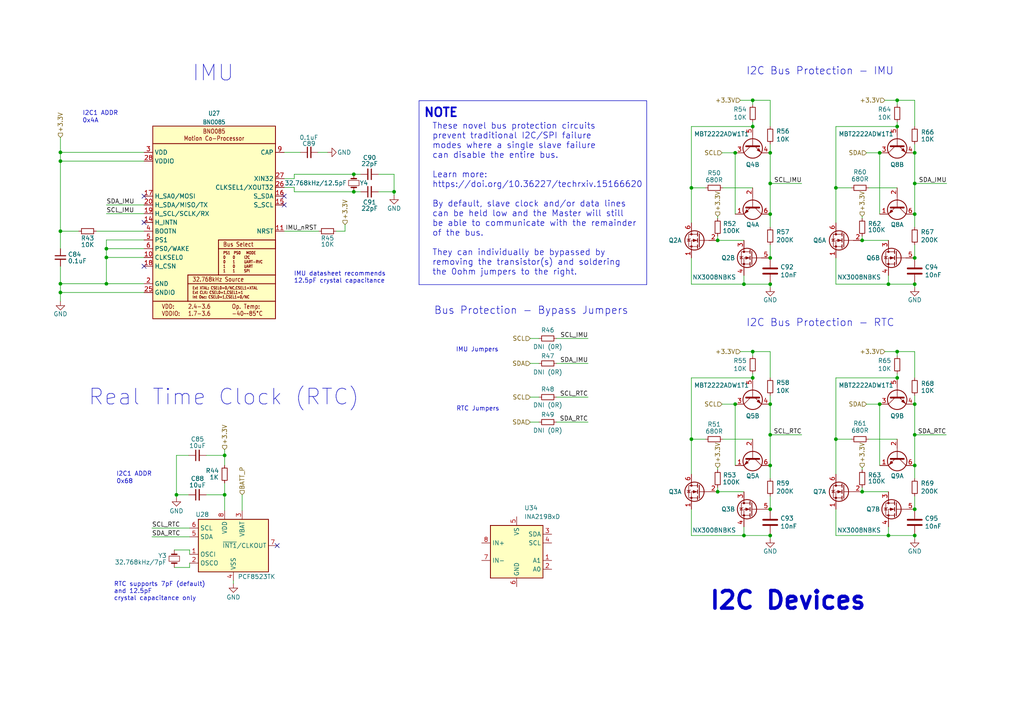
<source format=kicad_sch>
(kicad_sch
	(version 20231120)
	(generator "eeschema")
	(generator_version "8.0")
	(uuid "e3c386de-ab27-4589-9d09-60d34c2ea235")
	(paper "A4")
	(title_block
		(title "PiCubed Mainboard")
		(date "2024-02-27")
		(rev "01")
		(company "RExLab Carnegie Mellon University")
		(comment 1 "Neil Khera")
	)
	(lib_symbols
		(symbol "Device:C"
			(pin_numbers hide)
			(pin_names
				(offset 0.254)
			)
			(exclude_from_sim no)
			(in_bom yes)
			(on_board yes)
			(property "Reference" "C"
				(at 0.635 2.54 0)
				(effects
					(font
						(size 1.27 1.27)
					)
					(justify left)
				)
			)
			(property "Value" "C"
				(at 0.635 -2.54 0)
				(effects
					(font
						(size 1.27 1.27)
					)
					(justify left)
				)
			)
			(property "Footprint" ""
				(at 0.9652 -3.81 0)
				(effects
					(font
						(size 1.27 1.27)
					)
					(hide yes)
				)
			)
			(property "Datasheet" "~"
				(at 0 0 0)
				(effects
					(font
						(size 1.27 1.27)
					)
					(hide yes)
				)
			)
			(property "Description" "Unpolarized capacitor"
				(at 0 0 0)
				(effects
					(font
						(size 1.27 1.27)
					)
					(hide yes)
				)
			)
			(property "ki_keywords" "cap capacitor"
				(at 0 0 0)
				(effects
					(font
						(size 1.27 1.27)
					)
					(hide yes)
				)
			)
			(property "ki_fp_filters" "C_*"
				(at 0 0 0)
				(effects
					(font
						(size 1.27 1.27)
					)
					(hide yes)
				)
			)
			(symbol "C_0_1"
				(polyline
					(pts
						(xy -2.032 -0.762) (xy 2.032 -0.762)
					)
					(stroke
						(width 0.508)
						(type default)
					)
					(fill
						(type none)
					)
				)
				(polyline
					(pts
						(xy -2.032 0.762) (xy 2.032 0.762)
					)
					(stroke
						(width 0.508)
						(type default)
					)
					(fill
						(type none)
					)
				)
			)
			(symbol "C_1_1"
				(pin passive line
					(at 0 3.81 270)
					(length 2.794)
					(name "~"
						(effects
							(font
								(size 1.27 1.27)
							)
						)
					)
					(number "1"
						(effects
							(font
								(size 1.27 1.27)
							)
						)
					)
				)
				(pin passive line
					(at 0 -3.81 90)
					(length 2.794)
					(name "~"
						(effects
							(font
								(size 1.27 1.27)
							)
						)
					)
					(number "2"
						(effects
							(font
								(size 1.27 1.27)
							)
						)
					)
				)
			)
		)
		(symbol "Device:C_Small"
			(pin_numbers hide)
			(pin_names
				(offset 0.254) hide)
			(exclude_from_sim no)
			(in_bom yes)
			(on_board yes)
			(property "Reference" "C"
				(at 0.254 1.778 0)
				(effects
					(font
						(size 1.27 1.27)
					)
					(justify left)
				)
			)
			(property "Value" "C_Small"
				(at 0.254 -2.032 0)
				(effects
					(font
						(size 1.27 1.27)
					)
					(justify left)
				)
			)
			(property "Footprint" ""
				(at 0 0 0)
				(effects
					(font
						(size 1.27 1.27)
					)
					(hide yes)
				)
			)
			(property "Datasheet" "~"
				(at 0 0 0)
				(effects
					(font
						(size 1.27 1.27)
					)
					(hide yes)
				)
			)
			(property "Description" "Unpolarized capacitor, small symbol"
				(at 0 0 0)
				(effects
					(font
						(size 1.27 1.27)
					)
					(hide yes)
				)
			)
			(property "ki_keywords" "capacitor cap"
				(at 0 0 0)
				(effects
					(font
						(size 1.27 1.27)
					)
					(hide yes)
				)
			)
			(property "ki_fp_filters" "C_*"
				(at 0 0 0)
				(effects
					(font
						(size 1.27 1.27)
					)
					(hide yes)
				)
			)
			(symbol "C_Small_0_1"
				(polyline
					(pts
						(xy -1.524 -0.508) (xy 1.524 -0.508)
					)
					(stroke
						(width 0.3302)
						(type default)
					)
					(fill
						(type none)
					)
				)
				(polyline
					(pts
						(xy -1.524 0.508) (xy 1.524 0.508)
					)
					(stroke
						(width 0.3048)
						(type default)
					)
					(fill
						(type none)
					)
				)
			)
			(symbol "C_Small_1_1"
				(pin passive line
					(at 0 2.54 270)
					(length 2.032)
					(name "~"
						(effects
							(font
								(size 1.27 1.27)
							)
						)
					)
					(number "1"
						(effects
							(font
								(size 1.27 1.27)
							)
						)
					)
				)
				(pin passive line
					(at 0 -2.54 90)
					(length 2.032)
					(name "~"
						(effects
							(font
								(size 1.27 1.27)
							)
						)
					)
					(number "2"
						(effects
							(font
								(size 1.27 1.27)
							)
						)
					)
				)
			)
		)
		(symbol "Device:Crystal_Small"
			(pin_numbers hide)
			(pin_names
				(offset 1.016) hide)
			(exclude_from_sim no)
			(in_bom yes)
			(on_board yes)
			(property "Reference" "Y"
				(at 0 2.54 0)
				(effects
					(font
						(size 1.27 1.27)
					)
				)
			)
			(property "Value" "Crystal_Small"
				(at 0 -2.54 0)
				(effects
					(font
						(size 1.27 1.27)
					)
				)
			)
			(property "Footprint" ""
				(at 0 0 0)
				(effects
					(font
						(size 1.27 1.27)
					)
					(hide yes)
				)
			)
			(property "Datasheet" "~"
				(at 0 0 0)
				(effects
					(font
						(size 1.27 1.27)
					)
					(hide yes)
				)
			)
			(property "Description" "Two pin crystal, small symbol"
				(at 0 0 0)
				(effects
					(font
						(size 1.27 1.27)
					)
					(hide yes)
				)
			)
			(property "ki_keywords" "quartz ceramic resonator oscillator"
				(at 0 0 0)
				(effects
					(font
						(size 1.27 1.27)
					)
					(hide yes)
				)
			)
			(property "ki_fp_filters" "Crystal*"
				(at 0 0 0)
				(effects
					(font
						(size 1.27 1.27)
					)
					(hide yes)
				)
			)
			(symbol "Crystal_Small_0_1"
				(rectangle
					(start -0.762 -1.524)
					(end 0.762 1.524)
					(stroke
						(width 0)
						(type default)
					)
					(fill
						(type none)
					)
				)
				(polyline
					(pts
						(xy -1.27 -0.762) (xy -1.27 0.762)
					)
					(stroke
						(width 0.381)
						(type default)
					)
					(fill
						(type none)
					)
				)
				(polyline
					(pts
						(xy 1.27 -0.762) (xy 1.27 0.762)
					)
					(stroke
						(width 0.381)
						(type default)
					)
					(fill
						(type none)
					)
				)
			)
			(symbol "Crystal_Small_1_1"
				(pin passive line
					(at -2.54 0 0)
					(length 1.27)
					(name "1"
						(effects
							(font
								(size 1.27 1.27)
							)
						)
					)
					(number "1"
						(effects
							(font
								(size 1.27 1.27)
							)
						)
					)
				)
				(pin passive line
					(at 2.54 0 180)
					(length 1.27)
					(name "2"
						(effects
							(font
								(size 1.27 1.27)
							)
						)
					)
					(number "2"
						(effects
							(font
								(size 1.27 1.27)
							)
						)
					)
				)
			)
		)
		(symbol "Device:R_Small"
			(pin_numbers hide)
			(pin_names
				(offset 0.254) hide)
			(exclude_from_sim no)
			(in_bom yes)
			(on_board yes)
			(property "Reference" "R"
				(at 0.762 0.508 0)
				(effects
					(font
						(size 1.27 1.27)
					)
					(justify left)
				)
			)
			(property "Value" "R_Small"
				(at 0.762 -1.016 0)
				(effects
					(font
						(size 1.27 1.27)
					)
					(justify left)
				)
			)
			(property "Footprint" ""
				(at 0 0 0)
				(effects
					(font
						(size 1.27 1.27)
					)
					(hide yes)
				)
			)
			(property "Datasheet" "~"
				(at 0 0 0)
				(effects
					(font
						(size 1.27 1.27)
					)
					(hide yes)
				)
			)
			(property "Description" "Resistor, small symbol"
				(at 0 0 0)
				(effects
					(font
						(size 1.27 1.27)
					)
					(hide yes)
				)
			)
			(property "ki_keywords" "R resistor"
				(at 0 0 0)
				(effects
					(font
						(size 1.27 1.27)
					)
					(hide yes)
				)
			)
			(property "ki_fp_filters" "R_*"
				(at 0 0 0)
				(effects
					(font
						(size 1.27 1.27)
					)
					(hide yes)
				)
			)
			(symbol "R_Small_0_1"
				(rectangle
					(start -0.762 1.778)
					(end 0.762 -1.778)
					(stroke
						(width 0.2032)
						(type default)
					)
					(fill
						(type none)
					)
				)
			)
			(symbol "R_Small_1_1"
				(pin passive line
					(at 0 2.54 270)
					(length 0.762)
					(name "~"
						(effects
							(font
								(size 1.27 1.27)
							)
						)
					)
					(number "1"
						(effects
							(font
								(size 1.27 1.27)
							)
						)
					)
				)
				(pin passive line
					(at 0 -2.54 90)
					(length 0.762)
					(name "~"
						(effects
							(font
								(size 1.27 1.27)
							)
						)
					)
					(number "2"
						(effects
							(font
								(size 1.27 1.27)
							)
						)
					)
				)
			)
		)
		(symbol "Sensor_Energy:INA219BxD"
			(exclude_from_sim no)
			(in_bom yes)
			(on_board yes)
			(property "Reference" "U"
				(at -6.35 8.89 0)
				(effects
					(font
						(size 1.27 1.27)
					)
				)
			)
			(property "Value" "INA219BxD"
				(at 5.08 8.89 0)
				(effects
					(font
						(size 1.27 1.27)
					)
				)
			)
			(property "Footprint" "Package_SO:SOIC-8_3.9x4.9mm_P1.27mm"
				(at 20.32 -8.89 0)
				(effects
					(font
						(size 1.27 1.27)
					)
					(hide yes)
				)
			)
			(property "Datasheet" "http://www.ti.com/lit/ds/symlink/ina219.pdf"
				(at 8.89 -2.54 0)
				(effects
					(font
						(size 1.27 1.27)
					)
					(hide yes)
				)
			)
			(property "Description" "Zero-Drift, HighAccuracy, Bidirectional Current/Power Monitor (0-26V) With I2C Interface, SOIC-8"
				(at 0 0 0)
				(effects
					(font
						(size 1.27 1.27)
					)
					(hide yes)
				)
			)
			(property "ki_keywords" "ADC I2C 16-Bit Oversampling Current Shunt"
				(at 0 0 0)
				(effects
					(font
						(size 1.27 1.27)
					)
					(hide yes)
				)
			)
			(property "ki_fp_filters" "SOIC*3.9x4.9mm*P1.27mm*"
				(at 0 0 0)
				(effects
					(font
						(size 1.27 1.27)
					)
					(hide yes)
				)
			)
			(symbol "INA219BxD_0_1"
				(rectangle
					(start -7.62 7.62)
					(end 7.62 -7.62)
					(stroke
						(width 0.254)
						(type default)
					)
					(fill
						(type background)
					)
				)
			)
			(symbol "INA219BxD_1_1"
				(pin input line
					(at 10.16 -2.54 180)
					(length 2.54)
					(name "A1"
						(effects
							(font
								(size 1.27 1.27)
							)
						)
					)
					(number "1"
						(effects
							(font
								(size 1.27 1.27)
							)
						)
					)
				)
				(pin input line
					(at 10.16 -5.08 180)
					(length 2.54)
					(name "A0"
						(effects
							(font
								(size 1.27 1.27)
							)
						)
					)
					(number "2"
						(effects
							(font
								(size 1.27 1.27)
							)
						)
					)
				)
				(pin bidirectional line
					(at 10.16 5.08 180)
					(length 2.54)
					(name "SDA"
						(effects
							(font
								(size 1.27 1.27)
							)
						)
					)
					(number "3"
						(effects
							(font
								(size 1.27 1.27)
							)
						)
					)
				)
				(pin input line
					(at 10.16 2.54 180)
					(length 2.54)
					(name "SCL"
						(effects
							(font
								(size 1.27 1.27)
							)
						)
					)
					(number "4"
						(effects
							(font
								(size 1.27 1.27)
							)
						)
					)
				)
				(pin power_in line
					(at 0 10.16 270)
					(length 2.54)
					(name "VS"
						(effects
							(font
								(size 1.27 1.27)
							)
						)
					)
					(number "5"
						(effects
							(font
								(size 1.27 1.27)
							)
						)
					)
				)
				(pin power_in line
					(at 0 -10.16 90)
					(length 2.54)
					(name "GND"
						(effects
							(font
								(size 1.27 1.27)
							)
						)
					)
					(number "6"
						(effects
							(font
								(size 1.27 1.27)
							)
						)
					)
				)
				(pin input line
					(at -10.16 -2.54 0)
					(length 2.54)
					(name "IN-"
						(effects
							(font
								(size 1.27 1.27)
							)
						)
					)
					(number "7"
						(effects
							(font
								(size 1.27 1.27)
							)
						)
					)
				)
				(pin input line
					(at -10.16 2.54 0)
					(length 2.54)
					(name "IN+"
						(effects
							(font
								(size 1.27 1.27)
							)
						)
					)
					(number "8"
						(effects
							(font
								(size 1.27 1.27)
							)
						)
					)
				)
			)
		)
		(symbol "Timer_RTC:PCF8523TK"
			(exclude_from_sim no)
			(in_bom yes)
			(on_board yes)
			(property "Reference" "U"
				(at -10.16 8.89 0)
				(effects
					(font
						(size 1.27 1.27)
					)
					(justify left)
				)
			)
			(property "Value" "PCF8523TK"
				(at 3.81 8.89 0)
				(effects
					(font
						(size 1.27 1.27)
					)
					(justify left)
				)
			)
			(property "Footprint" "Package_SON:HVSON-8-1EP_4x4mm_P0.8mm_EP2.2x3.1mm"
				(at 20.32 -8.89 0)
				(effects
					(font
						(size 1.27 1.27)
					)
					(hide yes)
				)
			)
			(property "Datasheet" "https://www.nxp.com/docs/en/data-sheet/PCF8523.pdf"
				(at 0 0 0)
				(effects
					(font
						(size 1.27 1.27)
					)
					(hide yes)
				)
			)
			(property "Description" "Realtime Clock/Calendar I2C Interface, HVSON-8"
				(at 0 0 0)
				(effects
					(font
						(size 1.27 1.27)
					)
					(hide yes)
				)
			)
			(property "ki_keywords" "I2C RTC Clock Calendar"
				(at 0 0 0)
				(effects
					(font
						(size 1.27 1.27)
					)
					(hide yes)
				)
			)
			(property "ki_fp_filters" "HVSON*1EP*4x4mm*P0.8mm*"
				(at 0 0 0)
				(effects
					(font
						(size 1.27 1.27)
					)
					(hide yes)
				)
			)
			(symbol "PCF8523TK_0_1"
				(rectangle
					(start -10.16 7.62)
					(end 10.16 -7.62)
					(stroke
						(width 0.254)
						(type default)
					)
					(fill
						(type background)
					)
				)
			)
			(symbol "PCF8523TK_1_1"
				(pin input line
					(at -12.7 -2.54 0)
					(length 2.54)
					(name "OSCI"
						(effects
							(font
								(size 1.27 1.27)
							)
						)
					)
					(number "1"
						(effects
							(font
								(size 1.27 1.27)
							)
						)
					)
				)
				(pin output line
					(at -12.7 -5.08 0)
					(length 2.54)
					(name "OSCO"
						(effects
							(font
								(size 1.27 1.27)
							)
						)
					)
					(number "2"
						(effects
							(font
								(size 1.27 1.27)
							)
						)
					)
				)
				(pin power_in line
					(at 2.54 10.16 270)
					(length 2.54)
					(name "VBAT"
						(effects
							(font
								(size 1.27 1.27)
							)
						)
					)
					(number "3"
						(effects
							(font
								(size 1.27 1.27)
							)
						)
					)
				)
				(pin power_in line
					(at 0 -10.16 90)
					(length 2.54)
					(name "VSS"
						(effects
							(font
								(size 1.27 1.27)
							)
						)
					)
					(number "4"
						(effects
							(font
								(size 1.27 1.27)
							)
						)
					)
				)
				(pin bidirectional line
					(at -12.7 2.54 0)
					(length 2.54)
					(name "SDA"
						(effects
							(font
								(size 1.27 1.27)
							)
						)
					)
					(number "5"
						(effects
							(font
								(size 1.27 1.27)
							)
						)
					)
				)
				(pin input line
					(at -12.7 5.08 0)
					(length 2.54)
					(name "SCL"
						(effects
							(font
								(size 1.27 1.27)
							)
						)
					)
					(number "6"
						(effects
							(font
								(size 1.27 1.27)
							)
						)
					)
				)
				(pin open_collector line
					(at 12.7 0 180)
					(length 2.54)
					(name "~{INT1}/CLKOUT"
						(effects
							(font
								(size 1.27 1.27)
							)
						)
					)
					(number "7"
						(effects
							(font
								(size 1.27 1.27)
							)
						)
					)
				)
				(pin power_in line
					(at -2.54 10.16 270)
					(length 2.54)
					(name "VDD"
						(effects
							(font
								(size 1.27 1.27)
							)
						)
					)
					(number "8"
						(effects
							(font
								(size 1.27 1.27)
							)
						)
					)
				)
				(pin passive line
					(at 0 -10.16 90)
					(length 2.54) hide
					(name "VSS"
						(effects
							(font
								(size 1.27 1.27)
							)
						)
					)
					(number "9"
						(effects
							(font
								(size 1.27 1.27)
							)
						)
					)
				)
			)
		)
		(symbol "Transistor_BJT:MBT2222ADW1T1"
			(pin_names
				(offset 0) hide)
			(exclude_from_sim no)
			(in_bom yes)
			(on_board yes)
			(property "Reference" "Q"
				(at 5.08 1.27 0)
				(effects
					(font
						(size 1.27 1.27)
					)
					(justify left)
				)
			)
			(property "Value" "MBT2222ADW1T1"
				(at 5.08 -1.27 0)
				(effects
					(font
						(size 1.27 1.27)
					)
					(justify left)
				)
			)
			(property "Footprint" "Package_TO_SOT_SMD:SOT-363_SC-70-6"
				(at 5.08 2.54 0)
				(effects
					(font
						(size 1.27 1.27)
					)
					(hide yes)
				)
			)
			(property "Datasheet" "http://www.onsemi.com/pub_link/Collateral/MBT2222ADW1T1-D.PDF"
				(at 0 0 0)
				(effects
					(font
						(size 1.27 1.27)
					)
					(hide yes)
				)
			)
			(property "Description" "600mA IC, 40V Vce, Dual NPN/NPN Transistors, SOT-363"
				(at 0 0 0)
				(effects
					(font
						(size 1.27 1.27)
					)
					(hide yes)
				)
			)
			(property "ki_locked" ""
				(at 0 0 0)
				(effects
					(font
						(size 1.27 1.27)
					)
				)
			)
			(property "ki_keywords" "NPN/NPN Transistor"
				(at 0 0 0)
				(effects
					(font
						(size 1.27 1.27)
					)
					(hide yes)
				)
			)
			(property "ki_fp_filters" "SOT?363*"
				(at 0 0 0)
				(effects
					(font
						(size 1.27 1.27)
					)
					(hide yes)
				)
			)
			(symbol "MBT2222ADW1T1_0_1"
				(polyline
					(pts
						(xy 0.635 0) (xy -2.54 0)
					)
					(stroke
						(width 0)
						(type default)
					)
					(fill
						(type none)
					)
				)
				(polyline
					(pts
						(xy 0.635 0.635) (xy 2.54 2.54)
					)
					(stroke
						(width 0)
						(type default)
					)
					(fill
						(type none)
					)
				)
				(polyline
					(pts
						(xy 0.635 -0.635) (xy 2.54 -2.54) (xy 2.54 -2.54)
					)
					(stroke
						(width 0)
						(type default)
					)
					(fill
						(type none)
					)
				)
				(polyline
					(pts
						(xy 0.635 1.905) (xy 0.635 -1.905) (xy 0.635 -1.905)
					)
					(stroke
						(width 0.508)
						(type default)
					)
					(fill
						(type none)
					)
				)
				(polyline
					(pts
						(xy 1.27 -1.778) (xy 1.778 -1.27) (xy 2.286 -2.286) (xy 1.27 -1.778) (xy 1.27 -1.778)
					)
					(stroke
						(width 0)
						(type default)
					)
					(fill
						(type outline)
					)
				)
				(circle
					(center 1.27 0)
					(radius 2.8194)
					(stroke
						(width 0.254)
						(type default)
					)
					(fill
						(type none)
					)
				)
			)
			(symbol "MBT2222ADW1T1_1_1"
				(pin passive line
					(at 2.54 -5.08 90)
					(length 2.54)
					(name "E1"
						(effects
							(font
								(size 1.27 1.27)
							)
						)
					)
					(number "1"
						(effects
							(font
								(size 1.27 1.27)
							)
						)
					)
				)
				(pin input line
					(at -5.08 0 0)
					(length 2.54)
					(name "B1"
						(effects
							(font
								(size 1.27 1.27)
							)
						)
					)
					(number "2"
						(effects
							(font
								(size 1.27 1.27)
							)
						)
					)
				)
				(pin passive line
					(at 2.54 5.08 270)
					(length 2.54)
					(name "C1"
						(effects
							(font
								(size 1.27 1.27)
							)
						)
					)
					(number "6"
						(effects
							(font
								(size 1.27 1.27)
							)
						)
					)
				)
			)
			(symbol "MBT2222ADW1T1_2_1"
				(pin passive line
					(at 2.54 5.08 270)
					(length 2.54)
					(name "C2"
						(effects
							(font
								(size 1.27 1.27)
							)
						)
					)
					(number "3"
						(effects
							(font
								(size 1.27 1.27)
							)
						)
					)
				)
				(pin passive line
					(at 2.54 -5.08 90)
					(length 2.54)
					(name "E2"
						(effects
							(font
								(size 1.27 1.27)
							)
						)
					)
					(number "4"
						(effects
							(font
								(size 1.27 1.27)
							)
						)
					)
				)
				(pin input line
					(at -5.08 0 0)
					(length 2.54)
					(name "B2"
						(effects
							(font
								(size 1.27 1.27)
							)
						)
					)
					(number "5"
						(effects
							(font
								(size 1.27 1.27)
							)
						)
					)
				)
			)
		)
		(symbol "mainboard:BNO085"
			(exclude_from_sim no)
			(in_bom yes)
			(on_board yes)
			(property "Reference" "U"
				(at -17.78 29.21 0)
				(effects
					(font
						(size 1.27 1.0795)
					)
					(justify left bottom)
				)
			)
			(property "Value" "BNO085"
				(at -17.78 -30.48 0)
				(effects
					(font
						(size 1.27 1.0795)
					)
					(justify left bottom)
				)
			)
			(property "Footprint" "mainboard:BNO085"
				(at 0 0 0)
				(effects
					(font
						(size 1.27 1.27)
					)
					(hide yes)
				)
			)
			(property "Datasheet" ""
				(at 0 0 0)
				(effects
					(font
						(size 1.27 1.27)
					)
					(hide yes)
				)
			)
			(property "Description" ""
				(at 0 0 0)
				(effects
					(font
						(size 1.27 1.27)
					)
					(hide yes)
				)
			)
			(symbol "BNO085_1_0"
				(rectangle
					(start -17.78 27.94)
					(end 17.78 -27.94)
					(stroke
						(width 0.254)
						(type default)
					)
					(fill
						(type background)
					)
				)
				(polyline
					(pts
						(xy -17.78 22.86) (xy 17.78 22.86)
					)
					(stroke
						(width 0.254)
						(type solid)
					)
					(fill
						(type none)
					)
				)
				(polyline
					(pts
						(xy -7.62 -22.86) (xy -17.78 -22.86)
					)
					(stroke
						(width 0.254)
						(type solid)
					)
					(fill
						(type none)
					)
				)
				(polyline
					(pts
						(xy -7.62 -22.86) (xy -7.62 -17.78)
					)
					(stroke
						(width 0.254)
						(type solid)
					)
					(fill
						(type none)
					)
				)
				(polyline
					(pts
						(xy -7.62 -17.78) (xy -7.62 -15.24)
					)
					(stroke
						(width 0.254)
						(type solid)
					)
					(fill
						(type none)
					)
				)
				(polyline
					(pts
						(xy -7.62 -17.78) (xy 17.78 -17.78)
					)
					(stroke
						(width 0.254)
						(type solid)
					)
					(fill
						(type none)
					)
				)
				(polyline
					(pts
						(xy -7.62 -15.24) (xy 1.27 -15.24)
					)
					(stroke
						(width 0.254)
						(type solid)
					)
					(fill
						(type none)
					)
				)
				(polyline
					(pts
						(xy 1.27 -15.24) (xy 17.78 -15.24)
					)
					(stroke
						(width 0.254)
						(type solid)
					)
					(fill
						(type none)
					)
				)
				(polyline
					(pts
						(xy 1.27 -7.62) (xy 1.27 -15.24)
					)
					(stroke
						(width 0.254)
						(type solid)
					)
					(fill
						(type none)
					)
				)
				(polyline
					(pts
						(xy 1.27 -7.62) (xy 17.78 -7.62)
					)
					(stroke
						(width 0.254)
						(type solid)
					)
					(fill
						(type none)
					)
				)
				(polyline
					(pts
						(xy 1.27 -5.08) (xy 1.27 -7.62)
					)
					(stroke
						(width 0.254)
						(type solid)
					)
					(fill
						(type none)
					)
				)
				(polyline
					(pts
						(xy 17.78 -22.86) (xy -7.62 -22.86)
					)
					(stroke
						(width 0.254)
						(type solid)
					)
					(fill
						(type none)
					)
				)
				(polyline
					(pts
						(xy 17.78 -5.08) (xy 1.27 -5.08)
					)
					(stroke
						(width 0.254)
						(type solid)
					)
					(fill
						(type none)
					)
				)
				(polyline
					(pts
						(xy 17.78 -5.08) (xy 17.78 -7.62)
					)
					(stroke
						(width 0.254)
						(type solid)
					)
					(fill
						(type none)
					)
				)
				(text "2.4-3.6\n1.7-3.6"
					(at -7.62 -25.4 0)
					(effects
						(font
							(size 1.27 1.0795)
						)
						(justify left)
					)
				)
				(text "32.768kHz Source"
					(at -6.35 -16.51 0)
					(effects
						(font
							(size 1.27 1.0795)
						)
						(justify left)
					)
				)
				(text "BNO085\nMotion Co-Processor"
					(at 0 25.4 0)
					(effects
						(font
							(size 1.27 1.0795)
						)
					)
				)
				(text "Bus Select"
					(at 2.54 -6.35 0)
					(effects
						(font
							(size 1.27 1.0795)
						)
						(justify left)
					)
				)
				(text "Ext XTAL: CSEL0=0/NC,CSEL1=XTAL\nExt CLK: CSEL0=1,CSEL1=1\nInt Osc: CSEL0=1,CSEL1=0/NC"
					(at -6.35 -20.32 0)
					(effects
						(font
							(size 0.8128 0.6908)
						)
						(justify left)
					)
				)
				(text "Op. Temp:\n-40~~85°C"
					(at 5.08 -25.4 0)
					(effects
						(font
							(size 1.27 1.0795)
						)
						(justify left)
					)
				)
				(text "PS1  PS0   MODE\n0    0     I2C\n0    1     UART-RVC\n1    0     UART\n1    1     SPI"
					(at 2.54 -11.43 0)
					(effects
						(font
							(size 0.8128 0.6908)
						)
						(justify left)
					)
				)
				(text "VDD:\nVDDIO:"
					(at -15.24 -25.4 0)
					(effects
						(font
							(size 1.27 1.0795)
						)
						(justify left)
					)
				)
				(pin no_connect line
					(at 20.32 -20.32 180)
					(length 2.54) hide
					(name "NC"
						(effects
							(font
								(size 1.27 1.27)
							)
						)
					)
					(number "1"
						(effects
							(font
								(size 1.27 1.27)
							)
						)
					)
				)
				(pin input line
					(at -20.32 -10.16 0)
					(length 2.54)
					(name "CLKSEL0"
						(effects
							(font
								(size 1.27 1.27)
							)
						)
					)
					(number "10"
						(effects
							(font
								(size 1.27 1.27)
							)
						)
					)
				)
				(pin input line
					(at 20.32 -2.54 180)
					(length 2.54)
					(name "NRST"
						(effects
							(font
								(size 1.27 1.27)
							)
						)
					)
					(number "11"
						(effects
							(font
								(size 1.27 1.27)
							)
						)
					)
				)
				(pin no_connect line
					(at 20.32 -20.32 180)
					(length 2.54) hide
					(name "NC"
						(effects
							(font
								(size 1.27 1.27)
							)
						)
					)
					(number "12"
						(effects
							(font
								(size 1.27 1.27)
							)
						)
					)
				)
				(pin no_connect line
					(at 20.32 -20.32 180)
					(length 2.54) hide
					(name "NC"
						(effects
							(font
								(size 1.27 1.27)
							)
						)
					)
					(number "13"
						(effects
							(font
								(size 1.27 1.27)
							)
						)
					)
				)
				(pin output line
					(at -20.32 0 0)
					(length 2.54)
					(name "H_INTN"
						(effects
							(font
								(size 1.27 1.27)
							)
						)
					)
					(number "14"
						(effects
							(font
								(size 1.27 1.27)
							)
						)
					)
				)
				(pin bidirectional line
					(at 20.32 5.08 180)
					(length 2.54)
					(name "S_SCL"
						(effects
							(font
								(size 1.27 1.27)
							)
						)
					)
					(number "15"
						(effects
							(font
								(size 1.27 1.27)
							)
						)
					)
				)
				(pin bidirectional line
					(at 20.32 7.62 180)
					(length 2.54)
					(name "S_SDA"
						(effects
							(font
								(size 1.27 1.27)
							)
						)
					)
					(number "16"
						(effects
							(font
								(size 1.27 1.27)
							)
						)
					)
				)
				(pin output line
					(at -20.32 7.62 0)
					(length 2.54)
					(name "H_SA0/MOSI"
						(effects
							(font
								(size 1.27 1.27)
							)
						)
					)
					(number "17"
						(effects
							(font
								(size 1.27 1.27)
							)
						)
					)
				)
				(pin input line
					(at -20.32 -12.7 0)
					(length 2.54)
					(name "H_CSN"
						(effects
							(font
								(size 1.27 1.27)
							)
						)
					)
					(number "18"
						(effects
							(font
								(size 1.27 1.27)
							)
						)
					)
				)
				(pin bidirectional line
					(at -20.32 2.54 0)
					(length 2.54)
					(name "H_SCL/SCLK/RX"
						(effects
							(font
								(size 1.27 1.27)
							)
						)
					)
					(number "19"
						(effects
							(font
								(size 1.27 1.27)
							)
						)
					)
				)
				(pin power_in line
					(at -20.32 -17.78 0)
					(length 2.54)
					(name "GND"
						(effects
							(font
								(size 1.27 1.27)
							)
						)
					)
					(number "2"
						(effects
							(font
								(size 1.27 1.27)
							)
						)
					)
				)
				(pin bidirectional line
					(at -20.32 5.08 0)
					(length 2.54)
					(name "H_SDA/MISO/TX"
						(effects
							(font
								(size 1.27 1.27)
							)
						)
					)
					(number "20"
						(effects
							(font
								(size 1.27 1.27)
							)
						)
					)
				)
				(pin no_connect line
					(at 20.32 -20.32 180)
					(length 2.54) hide
					(name "NC"
						(effects
							(font
								(size 1.27 1.27)
							)
						)
					)
					(number "21"
						(effects
							(font
								(size 1.27 1.27)
							)
						)
					)
				)
				(pin no_connect line
					(at 20.32 -20.32 180)
					(length 2.54) hide
					(name "NC"
						(effects
							(font
								(size 1.27 1.27)
							)
						)
					)
					(number "22"
						(effects
							(font
								(size 1.27 1.27)
							)
						)
					)
				)
				(pin no_connect line
					(at 20.32 -20.32 180)
					(length 2.54) hide
					(name "NC"
						(effects
							(font
								(size 1.27 1.27)
							)
						)
					)
					(number "23"
						(effects
							(font
								(size 1.27 1.27)
							)
						)
					)
				)
				(pin no_connect line
					(at 20.32 -20.32 180)
					(length 2.54) hide
					(name "NC"
						(effects
							(font
								(size 1.27 1.27)
							)
						)
					)
					(number "24"
						(effects
							(font
								(size 1.27 1.27)
							)
						)
					)
				)
				(pin power_in line
					(at -20.32 -20.32 0)
					(length 2.54)
					(name "GNDIO"
						(effects
							(font
								(size 1.27 1.27)
							)
						)
					)
					(number "25"
						(effects
							(font
								(size 1.27 1.27)
							)
						)
					)
				)
				(pin output line
					(at 20.32 10.16 180)
					(length 2.54)
					(name "CLKSEL1/XOUT32"
						(effects
							(font
								(size 1.27 1.27)
							)
						)
					)
					(number "26"
						(effects
							(font
								(size 1.27 1.27)
							)
						)
					)
				)
				(pin input line
					(at 20.32 12.7 180)
					(length 2.54)
					(name "XIN32"
						(effects
							(font
								(size 1.27 1.27)
							)
						)
					)
					(number "27"
						(effects
							(font
								(size 1.27 1.27)
							)
						)
					)
				)
				(pin power_in line
					(at -20.32 17.78 0)
					(length 2.54)
					(name "VDDIO"
						(effects
							(font
								(size 1.27 1.27)
							)
						)
					)
					(number "28"
						(effects
							(font
								(size 1.27 1.27)
							)
						)
					)
				)
				(pin power_in line
					(at -20.32 20.32 0)
					(length 2.54)
					(name "VDD"
						(effects
							(font
								(size 1.27 1.27)
							)
						)
					)
					(number "3"
						(effects
							(font
								(size 1.27 1.27)
							)
						)
					)
				)
				(pin input line
					(at -20.32 -2.54 0)
					(length 2.54)
					(name "BOOTN"
						(effects
							(font
								(size 1.27 1.27)
							)
						)
					)
					(number "4"
						(effects
							(font
								(size 1.27 1.27)
							)
						)
					)
				)
				(pin input line
					(at -20.32 -5.08 0)
					(length 2.54)
					(name "PS1"
						(effects
							(font
								(size 1.27 1.27)
							)
						)
					)
					(number "5"
						(effects
							(font
								(size 1.27 1.27)
							)
						)
					)
				)
				(pin input line
					(at -20.32 -7.62 0)
					(length 2.54)
					(name "PS0/WAKE"
						(effects
							(font
								(size 1.27 1.27)
							)
						)
					)
					(number "6"
						(effects
							(font
								(size 1.27 1.27)
							)
						)
					)
				)
				(pin no_connect line
					(at 20.32 -20.32 180)
					(length 2.54) hide
					(name "NC"
						(effects
							(font
								(size 1.27 1.27)
							)
						)
					)
					(number "7"
						(effects
							(font
								(size 1.27 1.27)
							)
						)
					)
				)
				(pin no_connect line
					(at 20.32 -20.32 180)
					(length 2.54) hide
					(name "NC"
						(effects
							(font
								(size 1.27 1.27)
							)
						)
					)
					(number "8"
						(effects
							(font
								(size 1.27 1.27)
							)
						)
					)
				)
				(pin passive line
					(at 20.32 20.32 180)
					(length 2.54)
					(name "CAP"
						(effects
							(font
								(size 1.27 1.27)
							)
						)
					)
					(number "9"
						(effects
							(font
								(size 1.27 1.27)
							)
						)
					)
				)
			)
		)
		(symbol "mainboard:NX3008NBKS"
			(pin_names
				(offset 0.762) hide)
			(exclude_from_sim no)
			(in_bom yes)
			(on_board yes)
			(property "Reference" "Q"
				(at 5.08 1.27 0)
				(effects
					(font
						(size 1.27 1.27)
					)
					(justify left)
				)
			)
			(property "Value" "NX3008NBKS"
				(at 5.08 -1.27 0)
				(effects
					(font
						(size 1.27 1.27)
					)
					(justify left)
				)
			)
			(property "Footprint" "Package_TO_SOT_SMD:SOT-363_SC-70-6"
				(at -13.97 -13.97 0)
				(effects
					(font
						(size 1.27 1.27)
					)
					(justify left)
					(hide yes)
				)
			)
			(property "Datasheet" "https://assets.nexperia.com/documents/data-sheet/NX3008NBKS.pdf"
				(at -13.97 -16.51 0)
				(effects
					(font
						(size 1.27 1.27)
					)
					(justify left)
					(hide yes)
				)
			)
			(property "Description" "Dual N-Channel MOSFET - 2NMOS"
				(at -13.97 -19.05 0)
				(effects
					(font
						(size 1.27 1.27)
					)
					(justify left)
					(hide yes)
				)
			)
			(property "Manufacturer_Name" "Nexperia USA Inc."
				(at -13.97 -21.59 0)
				(effects
					(font
						(size 1.27 1.27)
					)
					(justify left)
					(hide yes)
				)
			)
			(property "Manufacturer_Part_Number" "NX3008NBKS"
				(at -13.97 -24.13 0)
				(effects
					(font
						(size 1.27 1.27)
					)
					(justify left)
					(hide yes)
				)
			)
			(property "ki_locked" ""
				(at 0 0 0)
				(effects
					(font
						(size 1.27 1.27)
					)
				)
			)
			(symbol "NX3008NBKS_1_1"
				(polyline
					(pts
						(xy -1.016 0) (xy -3.81 0)
					)
					(stroke
						(width 0)
						(type default)
					)
					(fill
						(type none)
					)
				)
				(polyline
					(pts
						(xy -1.016 1.905) (xy -1.016 -1.905)
					)
					(stroke
						(width 0.254)
						(type default)
					)
					(fill
						(type none)
					)
				)
				(polyline
					(pts
						(xy -0.508 -1.27) (xy -0.508 -2.286)
					)
					(stroke
						(width 0.254)
						(type default)
					)
					(fill
						(type none)
					)
				)
				(polyline
					(pts
						(xy -0.508 0.508) (xy -0.508 -0.508)
					)
					(stroke
						(width 0.254)
						(type default)
					)
					(fill
						(type none)
					)
				)
				(polyline
					(pts
						(xy -0.508 2.286) (xy -0.508 1.27)
					)
					(stroke
						(width 0.254)
						(type default)
					)
					(fill
						(type none)
					)
				)
				(polyline
					(pts
						(xy 1.27 2.54) (xy 1.27 1.778)
					)
					(stroke
						(width 0)
						(type default)
					)
					(fill
						(type none)
					)
				)
				(polyline
					(pts
						(xy 1.27 -2.54) (xy 1.27 0) (xy -0.508 0)
					)
					(stroke
						(width 0)
						(type default)
					)
					(fill
						(type none)
					)
				)
				(polyline
					(pts
						(xy -0.508 -1.778) (xy 2.032 -1.778) (xy 2.032 1.778) (xy -0.508 1.778)
					)
					(stroke
						(width 0)
						(type default)
					)
					(fill
						(type none)
					)
				)
				(polyline
					(pts
						(xy -0.254 0) (xy 0.762 0.381) (xy 0.762 -0.381) (xy -0.254 0)
					)
					(stroke
						(width 0)
						(type default)
					)
					(fill
						(type outline)
					)
				)
				(polyline
					(pts
						(xy 1.524 0.508) (xy 1.651 0.381) (xy 2.413 0.381) (xy 2.54 0.254)
					)
					(stroke
						(width 0)
						(type default)
					)
					(fill
						(type none)
					)
				)
				(polyline
					(pts
						(xy 2.032 0.381) (xy 1.651 -0.254) (xy 2.413 -0.254) (xy 2.032 0.381)
					)
					(stroke
						(width 0)
						(type default)
					)
					(fill
						(type none)
					)
				)
				(circle
					(center 0.381 0)
					(radius 2.794)
					(stroke
						(width 0.254)
						(type default)
					)
					(fill
						(type none)
					)
				)
				(circle
					(center 1.27 -1.778)
					(radius 0.254)
					(stroke
						(width 0)
						(type default)
					)
					(fill
						(type outline)
					)
				)
				(circle
					(center 1.27 1.778)
					(radius 0.254)
					(stroke
						(width 0)
						(type default)
					)
					(fill
						(type outline)
					)
				)
				(pin passive line
					(at 1.27 -5.08 90)
					(length 2.54)
					(name "S2"
						(effects
							(font
								(size 1.27 1.27)
							)
						)
					)
					(number "1"
						(effects
							(font
								(size 1.27 1.27)
							)
						)
					)
				)
				(pin input line
					(at -6.35 0 0)
					(length 2.54)
					(name "G2"
						(effects
							(font
								(size 1.27 1.27)
							)
						)
					)
					(number "2"
						(effects
							(font
								(size 1.27 1.27)
							)
						)
					)
				)
				(pin passive line
					(at 1.27 5.08 270)
					(length 2.54)
					(name "D1"
						(effects
							(font
								(size 1.27 1.27)
							)
						)
					)
					(number "6"
						(effects
							(font
								(size 1.27 1.27)
							)
						)
					)
				)
			)
			(symbol "NX3008NBKS_2_1"
				(polyline
					(pts
						(xy -1.016 0) (xy -3.81 0)
					)
					(stroke
						(width 0)
						(type default)
					)
					(fill
						(type none)
					)
				)
				(polyline
					(pts
						(xy -1.016 1.905) (xy -1.016 -1.905)
					)
					(stroke
						(width 0.254)
						(type default)
					)
					(fill
						(type none)
					)
				)
				(polyline
					(pts
						(xy -0.508 -1.27) (xy -0.508 -2.286)
					)
					(stroke
						(width 0.254)
						(type default)
					)
					(fill
						(type none)
					)
				)
				(polyline
					(pts
						(xy -0.508 0.508) (xy -0.508 -0.508)
					)
					(stroke
						(width 0.254)
						(type default)
					)
					(fill
						(type none)
					)
				)
				(polyline
					(pts
						(xy -0.508 2.286) (xy -0.508 1.27)
					)
					(stroke
						(width 0.254)
						(type default)
					)
					(fill
						(type none)
					)
				)
				(polyline
					(pts
						(xy 1.27 2.54) (xy 1.27 1.778)
					)
					(stroke
						(width 0)
						(type default)
					)
					(fill
						(type none)
					)
				)
				(polyline
					(pts
						(xy 1.27 -2.54) (xy 1.27 0) (xy -0.508 0)
					)
					(stroke
						(width 0)
						(type default)
					)
					(fill
						(type none)
					)
				)
				(polyline
					(pts
						(xy -0.508 -1.778) (xy 2.032 -1.778) (xy 2.032 1.778) (xy -0.508 1.778)
					)
					(stroke
						(width 0)
						(type default)
					)
					(fill
						(type none)
					)
				)
				(polyline
					(pts
						(xy -0.254 0) (xy 0.762 0.381) (xy 0.762 -0.381) (xy -0.254 0)
					)
					(stroke
						(width 0)
						(type default)
					)
					(fill
						(type outline)
					)
				)
				(polyline
					(pts
						(xy 1.524 0.508) (xy 1.651 0.381) (xy 2.413 0.381) (xy 2.54 0.254)
					)
					(stroke
						(width 0)
						(type default)
					)
					(fill
						(type none)
					)
				)
				(polyline
					(pts
						(xy 2.032 0.381) (xy 1.651 -0.254) (xy 2.413 -0.254) (xy 2.032 0.381)
					)
					(stroke
						(width 0)
						(type default)
					)
					(fill
						(type none)
					)
				)
				(circle
					(center 0.381 0)
					(radius 2.794)
					(stroke
						(width 0.254)
						(type default)
					)
					(fill
						(type none)
					)
				)
				(circle
					(center 1.27 -1.778)
					(radius 0.254)
					(stroke
						(width 0)
						(type default)
					)
					(fill
						(type outline)
					)
				)
				(circle
					(center 1.27 1.778)
					(radius 0.254)
					(stroke
						(width 0)
						(type default)
					)
					(fill
						(type outline)
					)
				)
				(pin passive line
					(at 1.27 5.08 270)
					(length 2.54)
					(name "D2"
						(effects
							(font
								(size 1.27 1.27)
							)
						)
					)
					(number "3"
						(effects
							(font
								(size 1.27 1.27)
							)
						)
					)
				)
				(pin passive line
					(at 1.27 -5.08 90)
					(length 2.54)
					(name "S1"
						(effects
							(font
								(size 1.27 1.27)
							)
						)
					)
					(number "4"
						(effects
							(font
								(size 1.27 1.27)
							)
						)
					)
				)
				(pin input line
					(at -6.35 0 0)
					(length 2.54)
					(name "G1"
						(effects
							(font
								(size 1.27 1.27)
							)
						)
					)
					(number "5"
						(effects
							(font
								(size 1.27 1.27)
							)
						)
					)
				)
			)
		)
		(symbol "power:GND"
			(power)
			(pin_names
				(offset 0)
			)
			(exclude_from_sim no)
			(in_bom yes)
			(on_board yes)
			(property "Reference" "#PWR"
				(at 0 -6.35 0)
				(effects
					(font
						(size 1.27 1.27)
					)
					(hide yes)
				)
			)
			(property "Value" "GND"
				(at 0 -3.81 0)
				(effects
					(font
						(size 1.27 1.27)
					)
				)
			)
			(property "Footprint" ""
				(at 0 0 0)
				(effects
					(font
						(size 1.27 1.27)
					)
					(hide yes)
				)
			)
			(property "Datasheet" ""
				(at 0 0 0)
				(effects
					(font
						(size 1.27 1.27)
					)
					(hide yes)
				)
			)
			(property "Description" "Power symbol creates a global label with name \"GND\" , ground"
				(at 0 0 0)
				(effects
					(font
						(size 1.27 1.27)
					)
					(hide yes)
				)
			)
			(property "ki_keywords" "global power"
				(at 0 0 0)
				(effects
					(font
						(size 1.27 1.27)
					)
					(hide yes)
				)
			)
			(symbol "GND_0_1"
				(polyline
					(pts
						(xy 0 0) (xy 0 -1.27) (xy 1.27 -1.27) (xy 0 -2.54) (xy -1.27 -1.27) (xy 0 -1.27)
					)
					(stroke
						(width 0)
						(type default)
					)
					(fill
						(type none)
					)
				)
			)
			(symbol "GND_1_1"
				(pin power_in line
					(at 0 0 270)
					(length 0) hide
					(name "GND"
						(effects
							(font
								(size 1.27 1.27)
							)
						)
					)
					(number "1"
						(effects
							(font
								(size 1.27 1.27)
							)
						)
					)
				)
			)
		)
	)
	(junction
		(at 30.861 74.676)
		(diameter 0)
		(color 0 0 0 0)
		(uuid "000f4eb7-4fb3-4f37-bcf4-b3d01a40b614")
	)
	(junction
		(at 242.443 54.483)
		(diameter 0)
		(color 0 0 0 0)
		(uuid "03cc80e9-a2c0-40be-9351-ac8dd2b62be4")
	)
	(junction
		(at 260.223 36.703)
		(diameter 0)
		(color 0 0 0 0)
		(uuid "06b80e96-f940-495f-a513-d6f8e993fde0")
	)
	(junction
		(at 255.143 117.221)
		(diameter 0)
		(color 0 0 0 0)
		(uuid "06d539fc-ec2d-450d-a68c-ee84b5d66754")
	)
	(junction
		(at 265.303 117.221)
		(diameter 0)
		(color 0 0 0 0)
		(uuid "1043a0de-f496-48ab-b2a7-075637813d12")
	)
	(junction
		(at 17.526 82.296)
		(diameter 0)
		(color 0 0 0 0)
		(uuid "1229a187-f8db-4191-af49-126caf7cbefb")
	)
	(junction
		(at 265.303 155.321)
		(diameter 0)
		(color 0 0 0 0)
		(uuid "1603fc96-46b3-4ac0-b8ac-b337d45a6d27")
	)
	(junction
		(at 213.233 117.221)
		(diameter 0)
		(color 0 0 0 0)
		(uuid "1f626e88-5f35-4868-bdea-6b630c0c03c6")
	)
	(junction
		(at 250.063 69.723)
		(diameter 0)
		(color 0 0 0 0)
		(uuid "1faa304c-69f9-4f92-84c2-3148cc13e918")
	)
	(junction
		(at 223.393 126.111)
		(diameter 0)
		(color 0 0 0 0)
		(uuid "215be6bb-bd9b-436a-922f-ec5c0e842624")
	)
	(junction
		(at 215.773 82.423)
		(diameter 0)
		(color 0 0 0 0)
		(uuid "22471d99-fa2d-4cb3-b864-3ceb474a53b1")
	)
	(junction
		(at 223.393 135.001)
		(diameter 0)
		(color 0 0 0 0)
		(uuid "2b0d0307-e3ac-4800-bd5a-1a7abf3b05ff")
	)
	(junction
		(at 260.223 101.981)
		(diameter 0)
		(color 0 0 0 0)
		(uuid "2c875ddf-25b7-4327-867b-a1767b81ed52")
	)
	(junction
		(at 218.313 29.083)
		(diameter 0)
		(color 0 0 0 0)
		(uuid "2cb80324-c9bf-43b6-b2d6-b4316521838c")
	)
	(junction
		(at 255.143 44.323)
		(diameter 0)
		(color 0 0 0 0)
		(uuid "2e69ceb8-48cb-43b4-b5ff-88400a9b1724")
	)
	(junction
		(at 223.393 74.803)
		(diameter 0)
		(color 0 0 0 0)
		(uuid "3364c7ad-f4d5-42e5-a695-867ce206d315")
	)
	(junction
		(at 200.533 127.381)
		(diameter 0)
		(color 0 0 0 0)
		(uuid "3472435c-ca60-4089-bb2d-1ee27ed8782c")
	)
	(junction
		(at 17.526 84.836)
		(diameter 0)
		(color 0 0 0 0)
		(uuid "3549195c-cfc8-4f33-852e-9c73722ac635")
	)
	(junction
		(at 260.223 29.083)
		(diameter 0)
		(color 0 0 0 0)
		(uuid "39326a66-5ad4-4230-ad0f-1177375c7fb9")
	)
	(junction
		(at 223.393 82.423)
		(diameter 0)
		(color 0 0 0 0)
		(uuid "3c94c110-f99a-490a-a450-7d0146e7a364")
	)
	(junction
		(at 257.683 82.423)
		(diameter 0)
		(color 0 0 0 0)
		(uuid "4142bf0a-db1e-4aaa-916e-4262b6e75bb4")
	)
	(junction
		(at 30.861 72.136)
		(diameter 0)
		(color 0 0 0 0)
		(uuid "425e500b-abb9-40e7-b7fe-a35b425843d1")
	)
	(junction
		(at 265.303 135.001)
		(diameter 0)
		(color 0 0 0 0)
		(uuid "447d792f-7ad2-4c08-b1c1-7439789e8f5c")
	)
	(junction
		(at 17.526 44.196)
		(diameter 0)
		(color 0 0 0 0)
		(uuid "454c7272-2ffb-47aa-9151-d8df718510e5")
	)
	(junction
		(at 200.533 54.483)
		(diameter 0)
		(color 0 0 0 0)
		(uuid "4674d02e-2245-458a-aa02-197b2f841781")
	)
	(junction
		(at 30.861 82.296)
		(diameter 0)
		(color 0 0 0 0)
		(uuid "505ff1e3-48ce-447e-a44b-91b5897d3f8b")
	)
	(junction
		(at 223.393 147.701)
		(diameter 0)
		(color 0 0 0 0)
		(uuid "571664bf-4796-4dce-9ca8-3476b6c4cee0")
	)
	(junction
		(at 265.303 147.701)
		(diameter 0)
		(color 0 0 0 0)
		(uuid "5914e4ff-b089-4fa3-94b9-93a1414df4ec")
	)
	(junction
		(at 223.393 155.321)
		(diameter 0)
		(color 0 0 0 0)
		(uuid "595df7f2-a45d-4083-8969-03289fa083dd")
	)
	(junction
		(at 265.303 126.111)
		(diameter 0)
		(color 0 0 0 0)
		(uuid "5d72cbf7-2de7-4c3e-bb65-7de4999226e7")
	)
	(junction
		(at 223.393 44.323)
		(diameter 0)
		(color 0 0 0 0)
		(uuid "60bec98e-a04b-41cb-968d-d7a804f0da6f")
	)
	(junction
		(at 223.393 117.221)
		(diameter 0)
		(color 0 0 0 0)
		(uuid "61b915ea-96ae-4ea7-b58c-90f0532dd2d9")
	)
	(junction
		(at 265.303 62.103)
		(diameter 0)
		(color 0 0 0 0)
		(uuid "666d8091-b491-4e19-a841-d151b55c1b45")
	)
	(junction
		(at 208.153 142.621)
		(diameter 0)
		(color 0 0 0 0)
		(uuid "6abcc7dc-a5b5-45b1-ae1c-df4abc5009f0")
	)
	(junction
		(at 250.063 142.621)
		(diameter 0)
		(color 0 0 0 0)
		(uuid "6e0debda-ee00-4a87-b2e2-311e212a5723")
	)
	(junction
		(at 223.393 62.103)
		(diameter 0)
		(color 0 0 0 0)
		(uuid "6e1ac34d-fe19-43f4-9f78-67d0261d02a5")
	)
	(junction
		(at 17.526 67.056)
		(diameter 0)
		(color 0 0 0 0)
		(uuid "6faaac5a-b2bf-4583-9fe8-fd83d986d178")
	)
	(junction
		(at 51.181 143.51)
		(diameter 0)
		(color 0 0 0 0)
		(uuid "7492d1d9-ad01-46e1-94aa-9b172e3c62c6")
	)
	(junction
		(at 218.313 101.981)
		(diameter 0)
		(color 0 0 0 0)
		(uuid "7c12bae0-b716-4ee0-935e-193ba7a76d49")
	)
	(junction
		(at 265.303 44.323)
		(diameter 0)
		(color 0 0 0 0)
		(uuid "7ce26b79-f503-4c2e-bef3-8e1ac15fbe0d")
	)
	(junction
		(at 213.233 44.323)
		(diameter 0)
		(color 0 0 0 0)
		(uuid "91fc7106-9255-4d36-9335-3835efc68064")
	)
	(junction
		(at 102.616 55.626)
		(diameter 0)
		(color 0 0 0 0)
		(uuid "92ba7c73-39fc-4653-a663-17c060ad62b2")
	)
	(junction
		(at 265.303 82.423)
		(diameter 0)
		(color 0 0 0 0)
		(uuid "985c687a-91ef-4cd5-af86-717d5b608a5b")
	)
	(junction
		(at 65.151 132.08)
		(diameter 0)
		(color 0 0 0 0)
		(uuid "a08d079d-0782-4462-96ec-66240b93e918")
	)
	(junction
		(at 223.393 53.213)
		(diameter 0)
		(color 0 0 0 0)
		(uuid "a9e6be64-5db8-47db-a64b-8bc0fa8e73f1")
	)
	(junction
		(at 257.683 155.321)
		(diameter 0)
		(color 0 0 0 0)
		(uuid "b1b5ab56-8abd-48e2-9854-e6c6f4c548b8")
	)
	(junction
		(at 265.303 74.803)
		(diameter 0)
		(color 0 0 0 0)
		(uuid "ba43f6ab-0b44-4dd3-ab91-784cedf00101")
	)
	(junction
		(at 102.616 50.546)
		(diameter 0)
		(color 0 0 0 0)
		(uuid "c3cc2f73-7caf-43f7-8ffe-ad7a74e98b94")
	)
	(junction
		(at 215.773 155.321)
		(diameter 0)
		(color 0 0 0 0)
		(uuid "ca4afb39-72f1-47e6-a5f7-1dab562fecc0")
	)
	(junction
		(at 65.151 143.51)
		(diameter 0)
		(color 0 0 0 0)
		(uuid "cdeeaa04-f5d4-430a-9d3b-2adf324c1b80")
	)
	(junction
		(at 208.153 69.723)
		(diameter 0)
		(color 0 0 0 0)
		(uuid "d3e200ae-e5c0-4883-90c1-b0f95e48969b")
	)
	(junction
		(at 114.3 55.626)
		(diameter 0)
		(color 0 0 0 0)
		(uuid "d7240bd7-2f92-496f-aaf8-2044fc92a05d")
	)
	(junction
		(at 218.313 109.601)
		(diameter 0)
		(color 0 0 0 0)
		(uuid "e4eaa601-377e-40f6-9bca-36066df9ed49")
	)
	(junction
		(at 260.223 109.601)
		(diameter 0)
		(color 0 0 0 0)
		(uuid "ec55f621-76c2-49a2-8d54-6ea0d7e2d975")
	)
	(junction
		(at 265.303 53.213)
		(diameter 0)
		(color 0 0 0 0)
		(uuid "ee0cc83b-28b2-4e62-a5a0-fbcd6ece55d3")
	)
	(junction
		(at 17.526 46.736)
		(diameter 0)
		(color 0 0 0 0)
		(uuid "f0b68b52-cdbc-48a3-90dc-506e92cd930f")
	)
	(junction
		(at 218.313 36.703)
		(diameter 0)
		(color 0 0 0 0)
		(uuid "f4e1f14a-eefc-41bd-8305-47917c175999")
	)
	(junction
		(at 242.443 127.381)
		(diameter 0)
		(color 0 0 0 0)
		(uuid "fc371e60-17cc-4d91-a02d-3762c3fd748f")
	)
	(no_connect
		(at 41.783 64.516)
		(uuid "54522cc0-b10d-4208-9964-c68ba63f01c5")
	)
	(no_connect
		(at 80.391 158.242)
		(uuid "81d66197-3c8f-4d0e-b074-d7009b5991e8")
	)
	(no_connect
		(at 41.783 77.216)
		(uuid "8bc64cd9-51a9-4f5d-9d80-ed97afc836c0")
	)
	(no_connect
		(at 41.783 56.896)
		(uuid "b4ad3276-cddf-4546-bf52-47a5459f7b5c")
	)
	(no_connect
		(at 82.423 56.896)
		(uuid "b6906127-eddf-4aa8-b75d-eb50fdec1603")
	)
	(no_connect
		(at 82.423 59.436)
		(uuid "ba30103a-1602-480a-b8e9-067a602d37eb")
	)
	(wire
		(pts
			(xy 242.443 74.803) (xy 242.443 82.423)
		)
		(stroke
			(width 0)
			(type default)
		)
		(uuid "01466a91-8e25-4120-98a6-cfc227bc3323")
	)
	(wire
		(pts
			(xy 30.861 74.676) (xy 30.861 82.296)
		)
		(stroke
			(width 0)
			(type default)
		)
		(uuid "046336be-2076-44ad-a09e-c9531a448bac")
	)
	(wire
		(pts
			(xy 214.757 101.981) (xy 218.313 101.981)
		)
		(stroke
			(width 0)
			(type default)
		)
		(uuid "067e2127-8e6a-49f4-8688-be181def96dc")
	)
	(wire
		(pts
			(xy 17.526 82.296) (xy 17.526 84.836)
		)
		(stroke
			(width 0)
			(type default)
		)
		(uuid "0681b7df-e545-44ea-adbf-3be26025fef6")
	)
	(wire
		(pts
			(xy 223.393 70.993) (xy 223.393 74.803)
		)
		(stroke
			(width 0)
			(type default)
		)
		(uuid "071b266b-3ae5-40fd-9121-ab0391e20d4a")
	)
	(wire
		(pts
			(xy 30.861 72.136) (xy 30.861 74.676)
		)
		(stroke
			(width 0)
			(type default)
		)
		(uuid "0a9db533-109d-417d-abfe-fffdae99a76a")
	)
	(wire
		(pts
			(xy 257.683 155.321) (xy 265.303 155.321)
		)
		(stroke
			(width 0)
			(type default)
		)
		(uuid "0b9a552d-d49a-420a-862d-61aab95e4b24")
	)
	(polyline
		(pts
			(xy 121.539 29.21) (xy 121.539 82.55)
		)
		(stroke
			(width 0)
			(type default)
		)
		(uuid "0c717c46-0f61-4b98-a9b1-c702abba8def")
	)
	(wire
		(pts
			(xy 65.151 130.429) (xy 65.151 132.08)
		)
		(stroke
			(width 0)
			(type default)
		)
		(uuid "0d44c761-50e8-4e33-a952-5e4065cf5be0")
	)
	(wire
		(pts
			(xy 17.526 77.216) (xy 17.526 82.296)
		)
		(stroke
			(width 0)
			(type default)
		)
		(uuid "0efc79c2-481e-4384-b539-f587d2338b2b")
	)
	(wire
		(pts
			(xy 41.783 84.836) (xy 17.526 84.836)
		)
		(stroke
			(width 0)
			(type default)
		)
		(uuid "1112e151-ab24-44aa-bcba-75820578eb72")
	)
	(wire
		(pts
			(xy 223.393 126.111) (xy 223.393 117.221)
		)
		(stroke
			(width 0)
			(type default)
		)
		(uuid "117fe381-c6d4-47df-af48-366dd3062931")
	)
	(wire
		(pts
			(xy 208.153 68.453) (xy 208.153 69.723)
		)
		(stroke
			(width 0)
			(type default)
		)
		(uuid "12b1242c-e8a3-4365-9c8b-8b650f573ebf")
	)
	(wire
		(pts
			(xy 200.533 137.541) (xy 200.533 127.381)
		)
		(stroke
			(width 0)
			(type default)
		)
		(uuid "1420bebb-7c98-4bea-abf7-16d94137f6fe")
	)
	(wire
		(pts
			(xy 114.3 50.546) (xy 109.728 50.546)
		)
		(stroke
			(width 0)
			(type default)
		)
		(uuid "14742d10-da9a-43d4-995a-eafcb140d1bd")
	)
	(wire
		(pts
			(xy 257.683 82.423) (xy 265.303 82.423)
		)
		(stroke
			(width 0)
			(type default)
		)
		(uuid "173e0c08-2e56-45c4-8fe3-32c66a5977d5")
	)
	(wire
		(pts
			(xy 218.313 29.083) (xy 218.313 30.353)
		)
		(stroke
			(width 0)
			(type default)
		)
		(uuid "17c84600-e1bd-4576-8e78-f8d442ebcf14")
	)
	(wire
		(pts
			(xy 223.393 29.083) (xy 218.313 29.083)
		)
		(stroke
			(width 0)
			(type default)
		)
		(uuid "1ca5fcdf-8f01-4e51-90e6-2011b5596e84")
	)
	(wire
		(pts
			(xy 65.151 140.081) (xy 65.151 143.51)
		)
		(stroke
			(width 0)
			(type default)
		)
		(uuid "1cc1683c-3246-48e3-81bd-ee13e1b779b6")
	)
	(wire
		(pts
			(xy 250.063 142.621) (xy 257.683 142.621)
		)
		(stroke
			(width 0)
			(type default)
		)
		(uuid "23de383c-0cd2-40c6-a43a-bc07ac2ce66f")
	)
	(wire
		(pts
			(xy 51.181 143.51) (xy 54.737 143.51)
		)
		(stroke
			(width 0)
			(type default)
		)
		(uuid "25d77684-f93c-4b8f-a37f-e44791f44aaa")
	)
	(wire
		(pts
			(xy 250.063 69.723) (xy 257.683 69.723)
		)
		(stroke
			(width 0)
			(type default)
		)
		(uuid "26896170-5154-44b3-8a80-448257def217")
	)
	(wire
		(pts
			(xy 265.303 41.783) (xy 265.303 44.323)
		)
		(stroke
			(width 0)
			(type default)
		)
		(uuid "27511050-a5d9-4cd2-9f6e-61fa69176aab")
	)
	(wire
		(pts
			(xy 215.773 152.781) (xy 215.773 155.321)
		)
		(stroke
			(width 0)
			(type default)
		)
		(uuid "28ce30ac-1358-4113-a633-543ce47341c7")
	)
	(wire
		(pts
			(xy 85.344 50.546) (xy 102.616 50.546)
		)
		(stroke
			(width 0)
			(type default)
		)
		(uuid "2c8d93c7-7185-4d80-abf8-bac39d7177e3")
	)
	(wire
		(pts
			(xy 250.063 68.453) (xy 250.063 69.723)
		)
		(stroke
			(width 0)
			(type default)
		)
		(uuid "2e1bb0f8-6e33-4144-992a-4d0a2049b3b1")
	)
	(wire
		(pts
			(xy 85.344 51.816) (xy 82.423 51.816)
		)
		(stroke
			(width 0)
			(type default)
		)
		(uuid "2e9956a2-91c4-40bf-a9cc-401d4ae6efd6")
	)
	(wire
		(pts
			(xy 265.303 101.981) (xy 265.303 109.601)
		)
		(stroke
			(width 0)
			(type default)
		)
		(uuid "2fcfbd15-9ff7-4852-bf81-8cd229b03abd")
	)
	(wire
		(pts
			(xy 85.344 54.356) (xy 82.423 54.356)
		)
		(stroke
			(width 0)
			(type default)
		)
		(uuid "33a5ab71-1b87-4e6f-a14c-f9a056906577")
	)
	(wire
		(pts
			(xy 208.153 62.738) (xy 208.153 63.373)
		)
		(stroke
			(width 0)
			(type default)
		)
		(uuid "3510a758-cf71-4b1c-9bcd-9f0745372ea8")
	)
	(wire
		(pts
			(xy 51.181 132.08) (xy 54.737 132.08)
		)
		(stroke
			(width 0)
			(type default)
		)
		(uuid "35255fc8-0e86-4335-9af2-a8d14deea015")
	)
	(wire
		(pts
			(xy 50.546 164.592) (xy 54.991 164.592)
		)
		(stroke
			(width 0)
			(type default)
		)
		(uuid "354949af-09a5-45a0-b941-33f23663a237")
	)
	(wire
		(pts
			(xy 114.3 55.626) (xy 109.728 55.626)
		)
		(stroke
			(width 0)
			(type default)
		)
		(uuid "3646ed96-efb3-4ca1-90b9-147da8efaa70")
	)
	(wire
		(pts
			(xy 265.303 126.111) (xy 274.447 126.111)
		)
		(stroke
			(width 0)
			(type default)
		)
		(uuid "36b48291-23a0-441f-9875-3f75f51bda84")
	)
	(wire
		(pts
			(xy 153.797 115.189) (xy 156.337 115.189)
		)
		(stroke
			(width 0)
			(type default)
		)
		(uuid "3717e92e-c56f-42b8-8e69-92937b8fe836")
	)
	(wire
		(pts
			(xy 97.536 67.056) (xy 100.076 67.056)
		)
		(stroke
			(width 0)
			(type default)
		)
		(uuid "37933adb-9f3e-492b-ac53-a42931750d20")
	)
	(wire
		(pts
			(xy 215.773 82.423) (xy 223.393 82.423)
		)
		(stroke
			(width 0)
			(type default)
		)
		(uuid "3b5a975d-b0fa-4da2-9b2e-aace9181ebee")
	)
	(wire
		(pts
			(xy 218.313 35.433) (xy 218.313 36.703)
		)
		(stroke
			(width 0)
			(type default)
		)
		(uuid "3c5a8165-35e8-412a-aca2-ceabf7155312")
	)
	(wire
		(pts
			(xy 41.783 69.596) (xy 30.861 69.596)
		)
		(stroke
			(width 0)
			(type default)
		)
		(uuid "3d5be0e5-89c2-49e8-8cfa-c4f5d3d98766")
	)
	(wire
		(pts
			(xy 44.069 153.162) (xy 54.991 153.162)
		)
		(stroke
			(width 0)
			(type default)
		)
		(uuid "3d7b39ea-0c47-45c0-bafa-f5295c2c7659")
	)
	(wire
		(pts
			(xy 256.667 29.083) (xy 260.223 29.083)
		)
		(stroke
			(width 0)
			(type default)
		)
		(uuid "3d83a31e-6e2b-41f1-884e-f2ebae7e1e43")
	)
	(wire
		(pts
			(xy 50.546 159.512) (xy 54.991 159.512)
		)
		(stroke
			(width 0)
			(type default)
		)
		(uuid "40725562-f256-45f5-8305-716a8bec92a5")
	)
	(wire
		(pts
			(xy 265.303 29.083) (xy 265.303 36.703)
		)
		(stroke
			(width 0)
			(type default)
		)
		(uuid "408d76e7-fad4-403b-9d25-d641963dbfa2")
	)
	(wire
		(pts
			(xy 215.773 155.321) (xy 223.393 155.321)
		)
		(stroke
			(width 0)
			(type default)
		)
		(uuid "40b49e87-9079-4c51-b9d1-c0213f46999c")
	)
	(wire
		(pts
			(xy 208.153 141.351) (xy 208.153 142.621)
		)
		(stroke
			(width 0)
			(type default)
		)
		(uuid "419f22b8-56d7-4297-b4c6-d0bf9277580a")
	)
	(wire
		(pts
			(xy 223.393 41.783) (xy 223.393 44.323)
		)
		(stroke
			(width 0)
			(type default)
		)
		(uuid "43473e84-f39e-4b49-8ff5-2c6660431777")
	)
	(wire
		(pts
			(xy 265.303 101.981) (xy 260.223 101.981)
		)
		(stroke
			(width 0)
			(type default)
		)
		(uuid "45b211f0-b801-4e60-8f24-9b0fb7a78356")
	)
	(wire
		(pts
			(xy 92.202 44.196) (xy 94.996 44.196)
		)
		(stroke
			(width 0)
			(type default)
		)
		(uuid "46443abd-5349-4071-8c91-d1ade71f84af")
	)
	(wire
		(pts
			(xy 265.303 62.103) (xy 265.303 53.213)
		)
		(stroke
			(width 0)
			(type default)
		)
		(uuid "4662fe85-baf1-4844-b5da-bf135d091919")
	)
	(wire
		(pts
			(xy 209.677 54.483) (xy 218.313 54.483)
		)
		(stroke
			(width 0)
			(type default)
		)
		(uuid "487e4725-3281-4fcd-8e04-5f4b9d8cd9b3")
	)
	(wire
		(pts
			(xy 200.533 127.381) (xy 200.533 109.601)
		)
		(stroke
			(width 0)
			(type default)
		)
		(uuid "48d3150e-c2bf-451a-88f8-301dbc66efe7")
	)
	(wire
		(pts
			(xy 104.648 55.626) (xy 102.616 55.626)
		)
		(stroke
			(width 0)
			(type default)
		)
		(uuid "49f861a8-75cc-4351-9490-242b0f189e50")
	)
	(wire
		(pts
			(xy 242.443 54.483) (xy 242.443 36.703)
		)
		(stroke
			(width 0)
			(type default)
		)
		(uuid "4a53305f-bbf9-474b-9f5b-8c29cc1ce44c")
	)
	(wire
		(pts
			(xy 242.443 36.703) (xy 260.223 36.703)
		)
		(stroke
			(width 0)
			(type default)
		)
		(uuid "4c6481d9-5b64-40f9-a209-f548b77e47d9")
	)
	(wire
		(pts
			(xy 242.443 54.483) (xy 246.888 54.483)
		)
		(stroke
			(width 0)
			(type default)
		)
		(uuid "4fe43350-08c6-4f37-b8d4-dd83c7813c24")
	)
	(wire
		(pts
			(xy 223.393 29.083) (xy 223.393 36.703)
		)
		(stroke
			(width 0)
			(type default)
		)
		(uuid "50f34c27-e0c1-4722-8ad7-f06c73e1ede7")
	)
	(wire
		(pts
			(xy 17.526 67.056) (xy 22.86 67.056)
		)
		(stroke
			(width 0)
			(type default)
		)
		(uuid "53e2cf52-d740-4e1e-b321-556e6659592b")
	)
	(wire
		(pts
			(xy 251.333 117.221) (xy 255.143 117.221)
		)
		(stroke
			(width 0)
			(type default)
		)
		(uuid "548233cc-48ca-4782-b9dd-2f704ce20e72")
	)
	(wire
		(pts
			(xy 223.393 135.001) (xy 223.393 126.111)
		)
		(stroke
			(width 0)
			(type default)
		)
		(uuid "54a83e9e-7076-4c9f-a90b-4ba7c9e7aeea")
	)
	(wire
		(pts
			(xy 30.861 72.136) (xy 41.783 72.136)
		)
		(stroke
			(width 0)
			(type default)
		)
		(uuid "56602672-4f03-4029-871b-256160035f6b")
	)
	(wire
		(pts
			(xy 17.526 39.878) (xy 17.526 44.196)
		)
		(stroke
			(width 0)
			(type default)
		)
		(uuid "577715fb-85be-47dc-8b3d-452aa0c75c4f")
	)
	(wire
		(pts
			(xy 251.333 44.323) (xy 255.143 44.323)
		)
		(stroke
			(width 0)
			(type default)
		)
		(uuid "5a37172a-53e6-4965-90aa-fa9c07bc2fda")
	)
	(wire
		(pts
			(xy 104.648 50.546) (xy 102.616 50.546)
		)
		(stroke
			(width 0)
			(type default)
		)
		(uuid "5da726d9-5883-46b4-8844-a488bdd57e0d")
	)
	(wire
		(pts
			(xy 30.861 74.676) (xy 41.783 74.676)
		)
		(stroke
			(width 0)
			(type default)
		)
		(uuid "5e414b85-618b-4f5b-aab6-5c25b1da7020")
	)
	(wire
		(pts
			(xy 70.231 143.51) (xy 70.231 148.082)
		)
		(stroke
			(width 0)
			(type default)
		)
		(uuid "60145a0d-23df-4832-b9b1-1222a8b64b4f")
	)
	(wire
		(pts
			(xy 209.423 44.323) (xy 213.233 44.323)
		)
		(stroke
			(width 0)
			(type default)
		)
		(uuid "608c13b8-d71a-44c8-a7a1-987cd6cd2c08")
	)
	(wire
		(pts
			(xy 242.443 82.423) (xy 257.683 82.423)
		)
		(stroke
			(width 0)
			(type default)
		)
		(uuid "60edc785-cfac-4497-8517-f07615b3c6c5")
	)
	(wire
		(pts
			(xy 208.153 135.636) (xy 208.153 136.271)
		)
		(stroke
			(width 0)
			(type default)
		)
		(uuid "627d4e8d-1684-4e0c-abf6-232cc08b6a96")
	)
	(wire
		(pts
			(xy 218.313 101.981) (xy 218.313 103.251)
		)
		(stroke
			(width 0)
			(type default)
		)
		(uuid "668f7fdb-2956-449d-b8e2-71ed31717b08")
	)
	(wire
		(pts
			(xy 257.683 152.781) (xy 257.683 155.321)
		)
		(stroke
			(width 0)
			(type default)
		)
		(uuid "67a963b6-421a-43ef-bb48-d77e1c04e1ab")
	)
	(wire
		(pts
			(xy 213.233 44.323) (xy 213.233 62.103)
		)
		(stroke
			(width 0)
			(type default)
		)
		(uuid "686b0d12-9702-427f-a8fc-7587af14a4b5")
	)
	(wire
		(pts
			(xy 200.533 54.483) (xy 204.597 54.483)
		)
		(stroke
			(width 0)
			(type default)
		)
		(uuid "6a61d1ea-aa8a-4bc6-bc4c-5eaaa8c709e9")
	)
	(wire
		(pts
			(xy 255.143 44.323) (xy 255.143 62.103)
		)
		(stroke
			(width 0)
			(type default)
		)
		(uuid "6aecb018-14ce-474e-a8d5-51f4fbbc11e5")
	)
	(wire
		(pts
			(xy 223.393 135.001) (xy 223.393 138.811)
		)
		(stroke
			(width 0)
			(type default)
		)
		(uuid "72674798-55a0-4c9b-89fb-9cfae9a658b3")
	)
	(wire
		(pts
			(xy 17.526 87.376) (xy 17.526 84.836)
		)
		(stroke
			(width 0)
			(type default)
		)
		(uuid "7310646f-8394-43cf-bd82-5275f0416f7a")
	)
	(wire
		(pts
			(xy 260.223 108.331) (xy 260.223 109.601)
		)
		(stroke
			(width 0)
			(type default)
		)
		(uuid "7377eec1-c8e3-4081-b6c7-7b646ecd784e")
	)
	(wire
		(pts
			(xy 251.968 54.483) (xy 260.223 54.483)
		)
		(stroke
			(width 0)
			(type default)
		)
		(uuid "73835943-922a-41d4-831e-408c08dd9334")
	)
	(wire
		(pts
			(xy 250.063 62.738) (xy 250.063 63.373)
		)
		(stroke
			(width 0)
			(type default)
		)
		(uuid "75f40f8a-407f-46ad-b23a-f8015d0f9492")
	)
	(wire
		(pts
			(xy 209.423 117.221) (xy 213.233 117.221)
		)
		(stroke
			(width 0)
			(type default)
		)
		(uuid "7711228f-5046-420c-bb14-1040006c4deb")
	)
	(wire
		(pts
			(xy 82.423 44.196) (xy 87.122 44.196)
		)
		(stroke
			(width 0)
			(type default)
		)
		(uuid "7a4d5ce7-5a97-47fc-ab6f-15a64ecc4bf7")
	)
	(wire
		(pts
			(xy 41.783 82.296) (xy 30.861 82.296)
		)
		(stroke
			(width 0)
			(type default)
		)
		(uuid "7e196c0f-bdc7-4a3b-b0bc-dfc7527fe32b")
	)
	(wire
		(pts
			(xy 251.968 127.381) (xy 260.223 127.381)
		)
		(stroke
			(width 0)
			(type default)
		)
		(uuid "7e5945ff-0746-4cf1-92ca-aaeaad9a6b96")
	)
	(wire
		(pts
			(xy 250.063 135.636) (xy 250.063 136.271)
		)
		(stroke
			(width 0)
			(type default)
		)
		(uuid "809b3de1-d5d1-49b6-a0a9-19a8903bd686")
	)
	(wire
		(pts
			(xy 265.303 70.993) (xy 265.303 74.803)
		)
		(stroke
			(width 0)
			(type default)
		)
		(uuid "80c47876-8655-489d-b4c6-c9e5878cc424")
	)
	(wire
		(pts
			(xy 265.303 83.312) (xy 265.303 82.423)
		)
		(stroke
			(width 0)
			(type default)
		)
		(uuid "80ef07d2-fb70-40d0-bee5-c4ac8bd7414e")
	)
	(wire
		(pts
			(xy 223.393 114.681) (xy 223.393 117.221)
		)
		(stroke
			(width 0)
			(type default)
		)
		(uuid "81f942d6-f338-40d6-8efa-1772ce6a639e")
	)
	(wire
		(pts
			(xy 114.3 56.642) (xy 114.3 55.626)
		)
		(stroke
			(width 0)
			(type default)
		)
		(uuid "8233dfa5-70d9-4c2a-b29f-1e5591f78e83")
	)
	(wire
		(pts
			(xy 102.616 55.626) (xy 85.344 55.626)
		)
		(stroke
			(width 0)
			(type default)
		)
		(uuid "84d2cdee-75a4-457a-b445-c91f3c019522")
	)
	(wire
		(pts
			(xy 161.417 115.189) (xy 170.561 115.189)
		)
		(stroke
			(width 0)
			(type default)
		)
		(uuid "8513f44f-27a0-4028-867f-3d9d18837825")
	)
	(polyline
		(pts
			(xy 121.539 82.55) (xy 187.579 82.55)
		)
		(stroke
			(width 0)
			(type default)
		)
		(uuid "8588c3ab-37f7-4fab-b566-83632ff2b7aa")
	)
	(wire
		(pts
			(xy 265.303 135.001) (xy 265.303 126.111)
		)
		(stroke
			(width 0)
			(type default)
		)
		(uuid "85bdf1f3-dc57-41a9-93c2-b72562811f5c")
	)
	(wire
		(pts
			(xy 65.151 132.08) (xy 65.151 135.001)
		)
		(stroke
			(width 0)
			(type default)
		)
		(uuid "86ab06e3-bde6-48d3-b70a-44b0b733868a")
	)
	(wire
		(pts
			(xy 223.393 143.891) (xy 223.393 147.701)
		)
		(stroke
			(width 0)
			(type default)
		)
		(uuid "88444da8-309f-4c41-83bc-209ff7b0ece5")
	)
	(wire
		(pts
			(xy 223.393 101.981) (xy 218.313 101.981)
		)
		(stroke
			(width 0)
			(type default)
		)
		(uuid "8a6ddfa2-1304-4380-b68a-44dae401392d")
	)
	(wire
		(pts
			(xy 223.393 53.213) (xy 223.393 44.323)
		)
		(stroke
			(width 0)
			(type default)
		)
		(uuid "8b15c77e-c3a8-437a-b625-af00a00c0aab")
	)
	(wire
		(pts
			(xy 17.526 46.736) (xy 41.783 46.736)
		)
		(stroke
			(width 0)
			(type default)
		)
		(uuid "8c04e859-7d5d-4f7e-81ac-7625afe2ccb1")
	)
	(wire
		(pts
			(xy 200.533 155.321) (xy 215.773 155.321)
		)
		(stroke
			(width 0)
			(type default)
		)
		(uuid "8d0d52ad-708e-4602-9c0b-a2bdf4652458")
	)
	(wire
		(pts
			(xy 255.143 117.221) (xy 255.143 135.001)
		)
		(stroke
			(width 0)
			(type default)
		)
		(uuid "8e1dad43-c57a-44ea-a069-34b896f7824a")
	)
	(polyline
		(pts
			(xy 187.579 82.55) (xy 187.579 29.21)
		)
		(stroke
			(width 0)
			(type default)
		)
		(uuid "920bbf71-91b8-4c03-96f9-43af08a23fdd")
	)
	(wire
		(pts
			(xy 208.153 69.723) (xy 215.773 69.723)
		)
		(stroke
			(width 0)
			(type default)
		)
		(uuid "94371f39-de27-4df1-928a-3e65781bea08")
	)
	(wire
		(pts
			(xy 208.153 142.621) (xy 215.773 142.621)
		)
		(stroke
			(width 0)
			(type default)
		)
		(uuid "94ca8bed-cd67-454d-9766-5838fd9eb560")
	)
	(polyline
		(pts
			(xy 187.579 29.21) (xy 121.539 29.21)
		)
		(stroke
			(width 0)
			(type default)
		)
		(uuid "95c42b7e-79ca-4a3b-82ed-83eaf00f93b4")
	)
	(wire
		(pts
			(xy 59.817 132.08) (xy 65.151 132.08)
		)
		(stroke
			(width 0)
			(type default)
		)
		(uuid "973e4393-8e48-4c1f-adb5-0a2e78df7c10")
	)
	(wire
		(pts
			(xy 17.526 46.736) (xy 17.526 67.056)
		)
		(stroke
			(width 0)
			(type default)
		)
		(uuid "97e4f905-79ac-46a2-b703-ee7d41bd870f")
	)
	(wire
		(pts
			(xy 114.3 55.626) (xy 114.3 50.546)
		)
		(stroke
			(width 0)
			(type default)
		)
		(uuid "9e2c5101-347a-40ce-9b7d-b76816ac7aad")
	)
	(wire
		(pts
			(xy 200.533 36.703) (xy 218.313 36.703)
		)
		(stroke
			(width 0)
			(type default)
		)
		(uuid "a07217eb-2a22-4039-b5ad-78de35bc6dbc")
	)
	(wire
		(pts
			(xy 59.817 143.51) (xy 65.151 143.51)
		)
		(stroke
			(width 0)
			(type default)
		)
		(uuid "a1e6d6a4-3ae5-4ae8-8d52-95b43aedb147")
	)
	(wire
		(pts
			(xy 250.063 141.351) (xy 250.063 142.621)
		)
		(stroke
			(width 0)
			(type default)
		)
		(uuid "a3f1540b-c1cd-49fe-a394-f2c80f59be0f")
	)
	(wire
		(pts
			(xy 223.393 83.312) (xy 223.393 82.423)
		)
		(stroke
			(width 0)
			(type default)
		)
		(uuid "a400a82c-c29f-4934-aaef-53239e4d13eb")
	)
	(wire
		(pts
			(xy 200.533 74.803) (xy 200.533 82.423)
		)
		(stroke
			(width 0)
			(type default)
		)
		(uuid "a49c2632-0ad8-4b7f-ac7d-8c0bf7d704e0")
	)
	(wire
		(pts
			(xy 223.393 62.103) (xy 223.393 65.913)
		)
		(stroke
			(width 0)
			(type default)
		)
		(uuid "a8ddc9c9-7437-4718-8a24-84a0e5f4ab70")
	)
	(wire
		(pts
			(xy 209.677 127.381) (xy 218.313 127.381)
		)
		(stroke
			(width 0)
			(type default)
		)
		(uuid "ad851a49-eb3d-496a-9a4e-8e266397c519")
	)
	(wire
		(pts
			(xy 17.526 44.196) (xy 17.526 46.736)
		)
		(stroke
			(width 0)
			(type default)
		)
		(uuid "ad9dab77-24ca-4fb1-bd05-9bfc49854796")
	)
	(wire
		(pts
			(xy 67.691 169.291) (xy 67.691 168.402)
		)
		(stroke
			(width 0)
			(type default)
		)
		(uuid "af119087-4015-4a61-8863-c67bd0922a02")
	)
	(wire
		(pts
			(xy 161.417 105.41) (xy 170.561 105.41)
		)
		(stroke
			(width 0)
			(type default)
		)
		(uuid "af3d1ca5-d1a2-4fd6-adc1-f217e20829f6")
	)
	(wire
		(pts
			(xy 27.94 67.056) (xy 41.783 67.056)
		)
		(stroke
			(width 0)
			(type default)
		)
		(uuid "afb84fb0-7377-49ea-b0ca-a2194a3403f5")
	)
	(wire
		(pts
			(xy 218.313 108.331) (xy 218.313 109.601)
		)
		(stroke
			(width 0)
			(type default)
		)
		(uuid "b034537c-80c9-40f6-ae86-5616430427a9")
	)
	(wire
		(pts
			(xy 30.861 59.436) (xy 41.783 59.436)
		)
		(stroke
			(width 0)
			(type default)
		)
		(uuid "b2ed9e8a-c2dd-4dc7-8b2b-25b0f6e27cc1")
	)
	(wire
		(pts
			(xy 17.526 44.196) (xy 41.783 44.196)
		)
		(stroke
			(width 0)
			(type default)
		)
		(uuid "b3d0f56d-1c16-4e03-83ea-35110cce5736")
	)
	(wire
		(pts
			(xy 274.574 53.213) (xy 265.303 53.213)
		)
		(stroke
			(width 0)
			(type default)
		)
		(uuid "b51d79f2-f9f6-45a9-9a8e-6faf39dea3cc")
	)
	(wire
		(pts
			(xy 257.683 79.883) (xy 257.683 82.423)
		)
		(stroke
			(width 0)
			(type default)
		)
		(uuid "b69afecf-4bc8-4d21-bcee-4e95630b8ce6")
	)
	(wire
		(pts
			(xy 260.223 35.433) (xy 260.223 36.703)
		)
		(stroke
			(width 0)
			(type default)
		)
		(uuid "ba1f647b-1538-4bbd-b144-c544d9ea267f")
	)
	(wire
		(pts
			(xy 223.393 101.981) (xy 223.393 109.601)
		)
		(stroke
			(width 0)
			(type default)
		)
		(uuid "bad1bae2-7963-4ef0-ad33-6763e9360028")
	)
	(wire
		(pts
			(xy 242.443 109.601) (xy 260.223 109.601)
		)
		(stroke
			(width 0)
			(type default)
		)
		(uuid "be3d6d4c-9e2f-43f5-9955-ef3d6ff27918")
	)
	(wire
		(pts
			(xy 265.303 53.213) (xy 265.303 44.323)
		)
		(stroke
			(width 0)
			(type default)
		)
		(uuid "bee87936-a016-4b5d-b509-4bbb95f9c4f6")
	)
	(wire
		(pts
			(xy 30.861 69.596) (xy 30.861 72.136)
		)
		(stroke
			(width 0)
			(type default)
		)
		(uuid "bf83161a-60e7-4d68-b2a1-bd753bb1dc91")
	)
	(wire
		(pts
			(xy 41.783 61.976) (xy 30.861 61.976)
		)
		(stroke
			(width 0)
			(type default)
		)
		(uuid "bff78463-697f-43b9-8879-6995303b2328")
	)
	(wire
		(pts
			(xy 213.233 117.221) (xy 213.233 135.001)
		)
		(stroke
			(width 0)
			(type default)
		)
		(uuid "c1de7c40-1754-456b-8184-15c8a92af5d6")
	)
	(wire
		(pts
			(xy 51.181 144.272) (xy 51.181 143.51)
		)
		(stroke
			(width 0)
			(type default)
		)
		(uuid "c300d074-b685-4d1e-b658-f51390f9ae78")
	)
	(wire
		(pts
			(xy 153.797 98.171) (xy 156.337 98.171)
		)
		(stroke
			(width 0)
			(type default)
		)
		(uuid "c3937052-cab4-4bec-8588-eebced6e4512")
	)
	(wire
		(pts
			(xy 265.303 143.891) (xy 265.303 147.701)
		)
		(stroke
			(width 0)
			(type default)
		)
		(uuid "c443d6e7-53b4-4a19-ad77-5476bae5a30e")
	)
	(wire
		(pts
			(xy 30.861 82.296) (xy 17.526 82.296)
		)
		(stroke
			(width 0)
			(type default)
		)
		(uuid "c56bfa42-d9a8-4dd6-a63e-140a4dac623d")
	)
	(wire
		(pts
			(xy 242.443 147.701) (xy 242.443 155.321)
		)
		(stroke
			(width 0)
			(type default)
		)
		(uuid "c5ce37fd-a2a4-40ab-be9f-97a76348e19b")
	)
	(wire
		(pts
			(xy 161.417 98.171) (xy 170.561 98.171)
		)
		(stroke
			(width 0)
			(type default)
		)
		(uuid "c823918e-f62a-4f64-a8c4-9781f92e4477")
	)
	(wire
		(pts
			(xy 51.181 132.08) (xy 51.181 143.51)
		)
		(stroke
			(width 0)
			(type default)
		)
		(uuid "c89527bf-cace-48d9-a44c-fd89926b3745")
	)
	(wire
		(pts
			(xy 265.303 114.681) (xy 265.303 117.221)
		)
		(stroke
			(width 0)
			(type default)
		)
		(uuid "cb8f40f7-8b88-48c6-ae0c-14c6ca33cfd7")
	)
	(wire
		(pts
			(xy 265.303 126.111) (xy 265.303 117.221)
		)
		(stroke
			(width 0)
			(type default)
		)
		(uuid "cc00ed80-33a3-4286-9836-0031c36c7a40")
	)
	(wire
		(pts
			(xy 54.991 159.512) (xy 54.991 160.782)
		)
		(stroke
			(width 0)
			(type default)
		)
		(uuid "cc3c76df-91cf-4ba8-b28e-1fb9ff40cb26")
	)
	(wire
		(pts
			(xy 223.393 126.111) (xy 232.537 126.111)
		)
		(stroke
			(width 0)
			(type default)
		)
		(uuid "cccdeeac-26f1-4da7-894c-c702992910e7")
	)
	(wire
		(pts
			(xy 214.757 29.083) (xy 218.313 29.083)
		)
		(stroke
			(width 0)
			(type default)
		)
		(uuid "cd1d4743-2c0a-423c-9b0c-1035cebf9fc3")
	)
	(wire
		(pts
			(xy 200.533 54.483) (xy 200.533 36.703)
		)
		(stroke
			(width 0)
			(type default)
		)
		(uuid "cd2d64bb-a55b-415a-af47-4d19fc5f4552")
	)
	(wire
		(pts
			(xy 65.151 143.51) (xy 65.151 148.082)
		)
		(stroke
			(width 0)
			(type default)
		)
		(uuid "d0b143f3-0947-4a81-bb38-e2b0c6773836")
	)
	(wire
		(pts
			(xy 242.443 155.321) (xy 257.683 155.321)
		)
		(stroke
			(width 0)
			(type default)
		)
		(uuid "d13fbca0-cf8a-48dd-befa-6cbff5d4cee2")
	)
	(wire
		(pts
			(xy 265.303 62.103) (xy 265.303 65.913)
		)
		(stroke
			(width 0)
			(type default)
		)
		(uuid "d14f0484-4c3d-4851-a63f-85050216e563")
	)
	(wire
		(pts
			(xy 242.443 127.381) (xy 246.888 127.381)
		)
		(stroke
			(width 0)
			(type default)
		)
		(uuid "d1e6fb81-0feb-499a-ae1f-3886524119ef")
	)
	(wire
		(pts
			(xy 17.526 67.056) (xy 17.526 72.136)
		)
		(stroke
			(width 0)
			(type default)
		)
		(uuid "d34ba3fd-8c02-4da6-82a3-68c4d913a506")
	)
	(wire
		(pts
			(xy 265.303 29.083) (xy 260.223 29.083)
		)
		(stroke
			(width 0)
			(type default)
		)
		(uuid "d4c563d7-86d4-4c85-aba6-677770b7057a")
	)
	(wire
		(pts
			(xy 260.223 101.981) (xy 260.223 103.251)
		)
		(stroke
			(width 0)
			(type default)
		)
		(uuid "d9071326-0061-4c0a-b8f0-b57d3114b792")
	)
	(wire
		(pts
			(xy 100.076 65.151) (xy 100.076 67.056)
		)
		(stroke
			(width 0)
			(type default)
		)
		(uuid "d93cd18d-7726-450e-8a45-2e8906eb8267")
	)
	(wire
		(pts
			(xy 92.456 67.056) (xy 82.423 67.056)
		)
		(stroke
			(width 0)
			(type default)
		)
		(uuid "df35a87d-84a3-4117-8e36-5728b8d6c790")
	)
	(wire
		(pts
			(xy 256.667 101.981) (xy 260.223 101.981)
		)
		(stroke
			(width 0)
			(type default)
		)
		(uuid "e0178c91-e10c-462c-bb00-ef2c1aceb39c")
	)
	(wire
		(pts
			(xy 260.223 29.083) (xy 260.223 30.353)
		)
		(stroke
			(width 0)
			(type default)
		)
		(uuid "e2132986-10a7-472b-9b6b-ba1ad73547ce")
	)
	(wire
		(pts
			(xy 242.443 64.643) (xy 242.443 54.483)
		)
		(stroke
			(width 0)
			(type default)
		)
		(uuid "e272b51a-8b8b-4739-a277-d37a54edf3fd")
	)
	(wire
		(pts
			(xy 200.533 64.643) (xy 200.533 54.483)
		)
		(stroke
			(width 0)
			(type default)
		)
		(uuid "e6bd1378-ad20-45a0-89e9-c8d9a47b494a")
	)
	(wire
		(pts
			(xy 200.533 82.423) (xy 215.773 82.423)
		)
		(stroke
			(width 0)
			(type default)
		)
		(uuid "e6f9dd61-6fc8-47c5-97cc-07406f9aa4a0")
	)
	(wire
		(pts
			(xy 223.393 156.21) (xy 223.393 155.321)
		)
		(stroke
			(width 0)
			(type default)
		)
		(uuid "ec5dc1a2-135c-4e1f-8e14-a36ba578ab0f")
	)
	(wire
		(pts
			(xy 215.773 79.883) (xy 215.773 82.423)
		)
		(stroke
			(width 0)
			(type default)
		)
		(uuid "ec776c43-7e41-4ded-9735-08b934f0bb68")
	)
	(wire
		(pts
			(xy 44.069 155.702) (xy 54.991 155.702)
		)
		(stroke
			(width 0)
			(type default)
		)
		(uuid "ecbe2343-1891-440f-878b-5c02f40f6de2")
	)
	(wire
		(pts
			(xy 85.344 55.626) (xy 85.344 54.356)
		)
		(stroke
			(width 0)
			(type default)
		)
		(uuid "edb9e0e1-f509-48f6-904f-94734c42ea92")
	)
	(wire
		(pts
			(xy 242.443 127.381) (xy 242.443 109.601)
		)
		(stroke
			(width 0)
			(type default)
		)
		(uuid "ee7241f1-6790-45e4-99e5-e8077824862a")
	)
	(wire
		(pts
			(xy 223.393 62.103) (xy 223.393 53.213)
		)
		(stroke
			(width 0)
			(type default)
		)
		(uuid "ef29128f-76ed-4320-abc8-bbfe6ea53369")
	)
	(wire
		(pts
			(xy 85.344 50.546) (xy 85.344 51.816)
		)
		(stroke
			(width 0)
			(type default)
		)
		(uuid "f49242ad-2081-426b-9c44-2eb270c2200b")
	)
	(wire
		(pts
			(xy 54.991 163.322) (xy 54.991 164.592)
		)
		(stroke
			(width 0)
			(type default)
		)
		(uuid "f52a3158-15a7-48b7-a707-f1bbce6be27d")
	)
	(wire
		(pts
			(xy 232.537 53.213) (xy 223.393 53.213)
		)
		(stroke
			(width 0)
			(type default)
		)
		(uuid "f56a9b54-dc75-4553-b1be-a40754dc575e")
	)
	(wire
		(pts
			(xy 265.303 156.21) (xy 265.303 155.321)
		)
		(stroke
			(width 0)
			(type default)
		)
		(uuid "f92999a6-9892-472e-9a34-bd1879be4014")
	)
	(wire
		(pts
			(xy 153.797 105.41) (xy 156.337 105.41)
		)
		(stroke
			(width 0)
			(type default)
		)
		(uuid "f9891db9-2cc7-4dd7-9375-726dfb820ef2")
	)
	(wire
		(pts
			(xy 200.533 147.701) (xy 200.533 155.321)
		)
		(stroke
			(width 0)
			(type default)
		)
		(uuid "f989432c-e7d5-4bd1-94b6-b7efcba876ec")
	)
	(wire
		(pts
			(xy 200.533 127.381) (xy 204.597 127.381)
		)
		(stroke
			(width 0)
			(type default)
		)
		(uuid "f9e5910d-0a0e-44c6-bf44-781a5bbd8252")
	)
	(wire
		(pts
			(xy 161.417 122.428) (xy 170.561 122.428)
		)
		(stroke
			(width 0)
			(type default)
		)
		(uuid "fa411e96-d1b6-46bf-866f-e6e5fbc8d639")
	)
	(wire
		(pts
			(xy 153.797 122.428) (xy 156.337 122.428)
		)
		(stroke
			(width 0)
			(type default)
		)
		(uuid "fc801d74-0dc1-4ed8-8560-22519b5eadd5")
	)
	(wire
		(pts
			(xy 265.303 135.001) (xy 265.303 138.811)
		)
		(stroke
			(width 0)
			(type default)
		)
		(uuid "fe4729ac-8dbf-43c4-b09a-a0d53fc0aaa3")
	)
	(wire
		(pts
			(xy 242.443 137.541) (xy 242.443 127.381)
		)
		(stroke
			(width 0)
			(type default)
		)
		(uuid "feca63b3-30af-4c62-9a3a-4705d45e097d")
	)
	(wire
		(pts
			(xy 200.533 109.601) (xy 218.313 109.601)
		)
		(stroke
			(width 0)
			(type default)
		)
		(uuid "fef4a71e-8d06-4015-9bdb-0b11d1e43ca8")
	)
	(text "I2C Devices"
		(exclude_from_sim no)
		(at 205.486 177.292 0)
		(effects
			(font
				(size 5.08 5.08)
				(thickness 1.016)
				(bold yes)
			)
			(justify left bottom)
		)
		(uuid "142c0d32-6528-45c6-9735-6fbde1dc1933")
	)
	(text "0x4A "
		(exclude_from_sim no)
		(at 29.591 35.814 0)
		(effects
			(font
				(size 1.27 1.27)
			)
			(justify right bottom)
		)
		(uuid "15790271-6481-4445-b5f6-e5250367da09")
	)
	(text "IMU Jumpers"
		(exclude_from_sim no)
		(at 132.207 102.235 0)
		(effects
			(font
				(size 1.27 1.27)
			)
			(justify left bottom)
		)
		(uuid "26da8a57-eb51-4a95-9332-8554e01cf8b7")
	)
	(text "0x68"
		(exclude_from_sim no)
		(at 38.608 140.462 0)
		(effects
			(font
				(size 1.27 1.27)
			)
			(justify right bottom)
		)
		(uuid "45624c63-425a-4694-bc88-1e4e999bfead")
	)
	(text "Bus Protection - Bypass Jumpers"
		(exclude_from_sim no)
		(at 125.857 91.44 0)
		(effects
			(font
				(size 2.159 2.159)
			)
			(justify left bottom)
		)
		(uuid "5708ef7f-ad49-4a4d-8e79-ea968eb62dc8")
	)
	(text "RTC Jumpers"
		(exclude_from_sim no)
		(at 132.334 119.38 0)
		(effects
			(font
				(size 1.27 1.27)
			)
			(justify left bottom)
		)
		(uuid "5c830cdc-4ca6-4ccc-8759-3916bce1de7b")
	)
	(text "Real Time Clock (RTC)"
		(exclude_from_sim no)
		(at 25.527 117.983 0)
		(effects
			(font
				(size 4.572 4.572)
			)
			(justify left bottom)
		)
		(uuid "72b22e46-6d70-4cad-ac47-ce24c3fa5664")
	)
	(text "I2C1 ADDR"
		(exclude_from_sim no)
		(at 44.069 138.303 0)
		(effects
			(font
				(size 1.27 1.27)
			)
			(justify right bottom)
		)
		(uuid "74778ebc-3ab8-4daf-8919-a962a93aae03")
	)
	(text "IMU datasheet recommends \n12.5pF crystal capacitance"
		(exclude_from_sim no)
		(at 85.217 82.296 0)
		(effects
			(font
				(size 1.27 1.27)
			)
			(justify left bottom)
		)
		(uuid "7d94526e-77ff-45d7-94d1-e166c0fdbc56")
	)
	(text "These novel bus protection circuits\nprevent traditional I2C/SPI failure \nmodes where a single slave failure\ncan disable the entire bus.\n\nLearn more: \nhttps://doi.org/10.36227/techrxiv.15166620\n\nBy default, slave clock and/or data lines \ncan be held low and the Master will still \nbe able to communicate with the remainder \nof the bus.\n\nThey can individually be bypassed by \nremoving the transistor(s) and soldering\nthe 0ohm jumpers to the right."
		(exclude_from_sim no)
		(at 125.349 80.01 0)
		(effects
			(font
				(size 1.7526 1.7526)
			)
			(justify left bottom)
		)
		(uuid "9404e6ea-b6f4-4b89-8656-97a28ba1d5aa")
	)
	(text "I2C Bus Protection - RTC"
		(exclude_from_sim no)
		(at 216.408 94.996 0)
		(effects
			(font
				(size 2.159 2.159)
			)
			(justify left bottom)
		)
		(uuid "cb582cfe-bd43-4249-a608-e8c7a2bdbaa4")
	)
	(text "RTC supports 7pF (default)\nand 12.5pF\ncrystal capacitance only"
		(exclude_from_sim no)
		(at 33.02 174.371 0)
		(effects
			(font
				(size 1.27 1.27)
			)
			(justify left bottom)
		)
		(uuid "d1f9d237-c71e-4b82-825f-207e1ca5eb0b")
	)
	(text "IMU"
		(exclude_from_sim no)
		(at 55.626 24.003 0)
		(effects
			(font
				(size 4.572 4.572)
			)
			(justify left bottom)
		)
		(uuid "d711c879-9b4e-49a9-8d17-0e30945951d3")
	)
	(text "I2C1 ADDR"
		(exclude_from_sim no)
		(at 34.29 33.655 0)
		(effects
			(font
				(size 1.27 1.27)
			)
			(justify right bottom)
		)
		(uuid "f2361ee8-7126-47bb-b855-bdc865d9bc44")
	)
	(text "NOTE"
		(exclude_from_sim no)
		(at 122.809 34.29 0)
		(effects
			(font
				(size 2.54 2.54)
				(thickness 0.508)
				(bold yes)
			)
			(justify left bottom)
		)
		(uuid "f7bad2c0-8b6d-491d-839e-ce5a78740624")
	)
	(text "I2C Bus Protection - IMU"
		(exclude_from_sim no)
		(at 216.408 21.971 0)
		(effects
			(font
				(size 2.159 2.159)
			)
			(justify left bottom)
		)
		(uuid "fea4de45-c434-43fc-9b34-a25ac1b5f942")
	)
	(label "SCL_RTC"
		(at 170.561 115.189 180)
		(fields_autoplaced yes)
		(effects
			(font
				(size 1.27 1.27)
			)
			(justify right bottom)
		)
		(uuid "0dbd0a26-d7f1-47d1-a1bc-500d0971112e")
	)
	(label "SDA_IMU"
		(at 170.561 105.41 180)
		(fields_autoplaced yes)
		(effects
			(font
				(size 1.27 1.27)
			)
			(justify right bottom)
		)
		(uuid "1af4ab4c-ea66-404d-9ce2-055f7e732c8d")
	)
	(label "SDA_RTC"
		(at 170.561 122.428 180)
		(fields_autoplaced yes)
		(effects
			(font
				(size 1.27 1.27)
			)
			(justify right bottom)
		)
		(uuid "1f06b05d-aae6-48ad-951a-375c41f0f2b0")
	)
	(label "IMU_nRST"
		(at 82.804 67.056 0)
		(fields_autoplaced yes)
		(effects
			(font
				(size 1.27 1.27)
			)
			(justify left bottom)
		)
		(uuid "60387769-26e3-4fe7-818c-52be4c5d9292")
	)
	(label "SDA_RTC"
		(at 274.447 126.111 180)
		(fields_autoplaced yes)
		(effects
			(font
				(size 1.27 1.27)
			)
			(justify right bottom)
		)
		(uuid "6addc966-7b2a-44fd-8393-0366969ac37d")
	)
	(label "SCL_IMU"
		(at 170.561 98.171 180)
		(fields_autoplaced yes)
		(effects
			(font
				(size 1.27 1.27)
			)
			(justify right bottom)
		)
		(uuid "85da1673-8f35-4aa8-88a1-11affe351c4b")
	)
	(label "SCL_RTC"
		(at 232.537 126.111 180)
		(fields_autoplaced yes)
		(effects
			(font
				(size 1.27 1.27)
			)
			(justify right bottom)
		)
		(uuid "91e7d3b8-12b3-4215-8c19-dabb7c31975d")
	)
	(label "SCL_IMU"
		(at 30.861 61.976 0)
		(fields_autoplaced yes)
		(effects
			(font
				(size 1.27 1.27)
			)
			(justify left bottom)
		)
		(uuid "a8510062-bc94-4bfe-a43c-d8d387bfd5ee")
	)
	(label "SDA_RTC"
		(at 44.069 155.702 0)
		(fields_autoplaced yes)
		(effects
			(font
				(size 1.27 1.27)
			)
			(justify left bottom)
		)
		(uuid "afbdd97a-bcf1-44f1-a62a-2a7399652792")
	)
	(label "SDA_IMU"
		(at 30.861 59.436 0)
		(fields_autoplaced yes)
		(effects
			(font
				(size 1.27 1.27)
			)
			(justify left bottom)
		)
		(uuid "ba6e1afe-a310-4a1f-9940-e962b8f17e16")
	)
	(label "SCL_IMU"
		(at 232.537 53.213 180)
		(fields_autoplaced yes)
		(effects
			(font
				(size 1.27 1.27)
			)
			(justify right bottom)
		)
		(uuid "d1881787-460c-4ec5-8cd5-c39a47a5a1d3")
	)
	(label "SDA_IMU"
		(at 274.574 53.213 180)
		(fields_autoplaced yes)
		(effects
			(font
				(size 1.27 1.27)
			)
			(justify right bottom)
		)
		(uuid "db73e05c-4cf8-4dda-a25f-8299697554d4")
	)
	(label "SCL_RTC"
		(at 44.069 153.162 0)
		(fields_autoplaced yes)
		(effects
			(font
				(size 1.27 1.27)
			)
			(justify left bottom)
		)
		(uuid "fec98869-6c50-4f40-aeec-5cfb2cb54363")
	)
	(hierarchical_label "+3.3V"
		(shape input)
		(at 100.076 65.151 90)
		(fields_autoplaced yes)
		(effects
			(font
				(size 1.27 1.27)
			)
			(justify left)
		)
		(uuid "0a8332f4-f588-4f72-beca-7a4376c8528a")
	)
	(hierarchical_label "SDA"
		(shape input)
		(at 251.333 117.221 180)
		(fields_autoplaced yes)
		(effects
			(font
				(size 1.27 1.27)
			)
			(justify right)
		)
		(uuid "0ba0afb9-b60d-4a62-8466-46d7abadf01a")
	)
	(hierarchical_label "BATT_P"
		(shape input)
		(at 70.231 143.51 90)
		(fields_autoplaced yes)
		(effects
			(font
				(size 1.27 1.27)
			)
			(justify left)
		)
		(uuid "1fd6afd6-2d81-4809-a52e-dcf6ace63f94")
	)
	(hierarchical_label "+3.3V"
		(shape input)
		(at 250.063 135.636 90)
		(fields_autoplaced yes)
		(effects
			(font
				(size 1.27 1.27)
			)
			(justify left)
		)
		(uuid "23facc1d-195c-406d-95f5-31cd8b5e0f23")
	)
	(hierarchical_label "+3.3V"
		(shape input)
		(at 250.063 62.738 90)
		(fields_autoplaced yes)
		(effects
			(font
				(size 1.27 1.27)
			)
			(justify left)
		)
		(uuid "24f8a564-b30e-476e-9dbd-6ab0fce33808")
	)
	(hierarchical_label "SCL"
		(shape input)
		(at 153.797 98.171 180)
		(fields_autoplaced yes)
		(effects
			(font
				(size 1.27 1.27)
			)
			(justify right)
		)
		(uuid "2a373ce1-ec0a-4c77-9ce5-34478bdf4986")
	)
	(hierarchical_label "SCL"
		(shape input)
		(at 209.423 117.221 180)
		(fields_autoplaced yes)
		(effects
			(font
				(size 1.27 1.27)
			)
			(justify right)
		)
		(uuid "4a11644c-b883-466f-b08b-ef9c21449d16")
	)
	(hierarchical_label "+3.3V"
		(shape input)
		(at 17.526 39.878 90)
		(fields_autoplaced yes)
		(effects
			(font
				(size 1.27 1.27)
			)
			(justify left)
		)
		(uuid "66f0992a-8fde-4e38-810a-863283447150")
	)
	(hierarchical_label "+3.3V"
		(shape input)
		(at 256.667 101.981 180)
		(fields_autoplaced yes)
		(effects
			(font
				(size 1.27 1.27)
			)
			(justify right)
		)
		(uuid "6974c6f5-dbff-452d-bf50-099419460328")
	)
	(hierarchical_label "+3.3V"
		(shape input)
		(at 214.757 101.981 180)
		(fields_autoplaced yes)
		(effects
			(font
				(size 1.27 1.27)
			)
			(justify right)
		)
		(uuid "6d3ef330-100c-4944-9b02-13ba1b199163")
	)
	(hierarchical_label "SCL"
		(shape input)
		(at 153.797 115.189 180)
		(fields_autoplaced yes)
		(effects
			(font
				(size 1.27 1.27)
			)
			(justify right)
		)
		(uuid "7d38b916-662a-4307-b257-f136ddcc77bb")
	)
	(hierarchical_label "+3.3V"
		(shape input)
		(at 214.757 29.083 180)
		(fields_autoplaced yes)
		(effects
			(font
				(size 1.27 1.27)
			)
			(justify right)
		)
		(uuid "80ebf966-cc4f-4a74-ba7e-d191d52402d5")
	)
	(hierarchical_label "+3.3V"
		(shape input)
		(at 65.151 130.429 90)
		(fields_autoplaced yes)
		(effects
			(font
				(size 1.27 1.27)
			)
			(justify left)
		)
		(uuid "9381d18c-aa35-4be0-b801-88fa5ae52a23")
	)
	(hierarchical_label "+3.3V"
		(shape input)
		(at 208.153 62.738 90)
		(fields_autoplaced yes)
		(effects
			(font
				(size 1.27 1.27)
			)
			(justify left)
		)
		(uuid "95bc7bda-6799-43d6-92b3-17086b896e2b")
	)
	(hierarchical_label "SDA"
		(shape input)
		(at 153.797 105.41 180)
		(fields_autoplaced yes)
		(effects
			(font
				(size 1.27 1.27)
			)
			(justify right)
		)
		(uuid "9fe9c798-3d33-4b13-b9e3-20bb111710ff")
	)
	(hierarchical_label "+3.3V"
		(shape input)
		(at 256.667 29.083 180)
		(fields_autoplaced yes)
		(effects
			(font
				(size 1.27 1.27)
			)
			(justify right)
		)
		(uuid "acf692a2-6454-4e02-9331-b33c170b94b3")
	)
	(hierarchical_label "SCL"
		(shape input)
		(at 209.423 44.323 180)
		(fields_autoplaced yes)
		(effects
			(font
				(size 1.27 1.27)
			)
			(justify right)
		)
		(uuid "b5608c39-d3e2-4749-9001-79be19ac70fa")
	)
	(hierarchical_label "SDA"
		(shape input)
		(at 251.333 44.323 180)
		(fields_autoplaced yes)
		(effects
			(font
				(size 1.27 1.27)
			)
			(justify right)
		)
		(uuid "b6eee186-74fc-420f-b5aa-fc458e3132ea")
	)
	(hierarchical_label "+3.3V"
		(shape input)
		(at 208.153 135.636 90)
		(fields_autoplaced yes)
		(effects
			(font
				(size 1.27 1.27)
			)
			(justify left)
		)
		(uuid "c7cba71d-e6b7-4984-994f-85a113da3333")
	)
	(hierarchical_label "SDA"
		(shape input)
		(at 153.797 122.428 180)
		(fields_autoplaced yes)
		(effects
			(font
				(size 1.27 1.27)
			)
			(justify right)
		)
		(uuid "d9459f92-320b-4d1c-88ad-882d5fe32f3e")
	)
	(symbol
		(lib_id "Device:R_Small")
		(at 158.877 122.428 270)
		(unit 1)
		(exclude_from_sim no)
		(in_bom yes)
		(on_board yes)
		(dnp no)
		(uuid "04fcc522-2a75-4b68-84e4-82981c3294e9")
		(property "Reference" "R49"
			(at 158.877 120.269 90)
			(effects
				(font
					(size 1.27 1.27)
				)
			)
		)
		(property "Value" "DNI (0R)"
			(at 158.877 124.841 90)
			(effects
				(font
					(size 1.27 1.27)
				)
			)
		)
		(property "Footprint" "Resistor_SMD:R_0603_1608Metric"
			(at 158.877 122.428 0)
			(effects
				(font
					(size 1.27 1.27)
				)
				(hide yes)
			)
		)
		(property "Datasheet" "~"
			(at 158.877 122.428 0)
			(effects
				(font
					(size 1.27 1.27)
				)
				(hide yes)
			)
		)
		(property "Description" "0 0603"
			(at 157.607 121.158 0)
			(effects
				(font
					(size 1.27 1.27)
				)
				(hide yes)
			)
		)
		(property "DNI" "DNI"
			(at 158.877 124.46 90)
			(effects
				(font
					(size 1.27 1.27)
				)
				(hide yes)
			)
		)
		(pin "1"
			(uuid "0abdb92c-2062-4abe-a60d-993b63a397cd")
		)
		(pin "2"
			(uuid "bbae4fc2-3f28-4b29-af7c-0bc1fb178bbf")
		)
		(instances
			(project "PiCubed"
				(path "/4b37429c-4c68-4ad5-8283-409cc98cb270/915a80ce-c20f-4dc3-a1b9-d9884b6b8c2b"
					(reference "R49")
					(unit 1)
				)
			)
		)
	)
	(symbol
		(lib_id "Device:C_Small")
		(at 107.188 50.546 270)
		(mirror x)
		(unit 1)
		(exclude_from_sim no)
		(in_bom yes)
		(on_board yes)
		(dnp no)
		(uuid "06b8b97c-5fa8-4137-80f3-bce06bfea311")
		(property "Reference" "C90"
			(at 107.188 45.72 90)
			(effects
				(font
					(size 1.27 1.27)
				)
			)
		)
		(property "Value" "22pF"
			(at 107.188 47.498 90)
			(effects
				(font
					(size 1.27 1.27)
				)
			)
		)
		(property "Footprint" "Capacitor_SMD:C_0603_1608Metric"
			(at 107.188 50.546 0)
			(effects
				(font
					(size 1.27 1.27)
				)
				(hide yes)
			)
		)
		(property "Datasheet" "~"
			(at 107.188 50.546 0)
			(effects
				(font
					(size 1.27 1.27)
				)
				(hide yes)
			)
		)
		(property "Description" ""
			(at 107.188 50.546 0)
			(effects
				(font
					(size 1.27 1.27)
				)
				(hide yes)
			)
		)
		(pin "1"
			(uuid "1b675184-b2fe-433e-a143-81a27a313b9e")
		)
		(pin "2"
			(uuid "0c1a82fd-21ce-4bea-affb-7c0226315557")
		)
		(instances
			(project "PiCubed"
				(path "/4b37429c-4c68-4ad5-8283-409cc98cb270/915a80ce-c20f-4dc3-a1b9-d9884b6b8c2b"
					(reference "C90")
					(unit 1)
				)
			)
		)
	)
	(symbol
		(lib_id "power:GND")
		(at 51.181 144.272 0)
		(unit 1)
		(exclude_from_sim no)
		(in_bom yes)
		(on_board yes)
		(dnp no)
		(uuid "0b11a72c-2f30-410a-8a18-f12214dea31f")
		(property "Reference" "#PWR0104"
			(at 51.181 150.622 0)
			(effects
				(font
					(size 1.27 1.27)
				)
				(hide yes)
			)
		)
		(property "Value" "GND"
			(at 51.181 148.209 0)
			(effects
				(font
					(size 1.27 1.27)
				)
			)
		)
		(property "Footprint" ""
			(at 51.181 144.272 0)
			(effects
				(font
					(size 1.27 1.27)
				)
				(hide yes)
			)
		)
		(property "Datasheet" ""
			(at 51.181 144.272 0)
			(effects
				(font
					(size 1.27 1.27)
				)
				(hide yes)
			)
		)
		(property "Description" ""
			(at 51.181 144.272 0)
			(effects
				(font
					(size 1.27 1.27)
				)
				(hide yes)
			)
		)
		(pin "1"
			(uuid "02ffca4a-8b04-44bc-bb3a-abe5e9f35444")
		)
		(instances
			(project "PiCubed"
				(path "/4b37429c-4c68-4ad5-8283-409cc98cb270/915a80ce-c20f-4dc3-a1b9-d9884b6b8c2b"
					(reference "#PWR0104")
					(unit 1)
				)
			)
		)
	)
	(symbol
		(lib_id "Transistor_BJT:MBT2222ADW1T1")
		(at 218.313 114.681 90)
		(mirror x)
		(unit 2)
		(exclude_from_sim no)
		(in_bom yes)
		(on_board yes)
		(dnp no)
		(uuid "0bb58982-ed8c-42e0-ad47-6175f01923a5")
		(property "Reference" "Q5"
			(at 218.313 120.65 90)
			(effects
				(font
					(size 1.27 1.27)
				)
			)
		)
		(property "Value" "MBT2222ADW1T1"
			(at 209.296 111.76 90)
			(effects
				(font
					(size 1.27 1.27)
				)
			)
		)
		(property "Footprint" "Package_TO_SOT_SMD:SOT-363_SC-70-6"
			(at 215.773 119.761 0)
			(effects
				(font
					(size 1.27 1.27)
				)
				(hide yes)
			)
		)
		(property "Datasheet" "http://www.onsemi.com/pub_link/Collateral/MBT2222ADW1T1-D.PDF"
			(at 218.313 114.681 0)
			(effects
				(font
					(size 1.27 1.27)
				)
				(hide yes)
			)
		)
		(property "Description" "Dual NPN BJT - 2NPN"
			(at 218.313 114.681 0)
			(effects
				(font
					(size 1.27 1.27)
				)
				(hide yes)
			)
		)
		(property "Flight" "MBT2222ADW1T1G"
			(at 218.313 114.681 0)
			(effects
				(font
					(size 1.27 1.27)
				)
				(hide yes)
			)
		)
		(property "Manufacturer_Name" "ON Semiconductor"
			(at 218.313 114.681 0)
			(effects
				(font
					(size 1.27 1.27)
				)
				(hide yes)
			)
		)
		(property "Manufacturer_Part_Number" "MBT2222ADW1T1G"
			(at 215.773 120.65 0)
			(effects
				(font
					(size 1.27 1.27)
				)
				(hide yes)
			)
		)
		(property "Proto" "MBT2222ADW1T1G"
			(at 218.313 114.681 0)
			(effects
				(font
					(size 1.27 1.27)
				)
				(hide yes)
			)
		)
		(pin "1"
			(uuid "ff55ad30-7151-4fcd-9661-cca266c41bb7")
		)
		(pin "2"
			(uuid "0e63b8f7-4ee5-4011-b5e4-378c9326accd")
		)
		(pin "6"
			(uuid "57444f81-9a1a-4b0a-86fb-38585ca8f3c0")
		)
		(pin "3"
			(uuid "3ef850dd-af0e-4886-850c-c89cd57ff0ff")
		)
		(pin "4"
			(uuid "f5b92ac1-872c-4914-955e-3f7889a8f39c")
		)
		(pin "5"
			(uuid "f659801e-c147-4f55-9332-145b15552607")
		)
		(instances
			(project "PiCubed"
				(path "/4b37429c-4c68-4ad5-8283-409cc98cb270/915a80ce-c20f-4dc3-a1b9-d9884b6b8c2b"
					(reference "Q5")
					(unit 2)
				)
			)
		)
	)
	(symbol
		(lib_id "Device:R_Small")
		(at 208.153 138.811 0)
		(unit 1)
		(exclude_from_sim no)
		(in_bom yes)
		(on_board yes)
		(dnp no)
		(uuid "1539d04a-57f3-4845-98ea-281b66c085e1")
		(property "Reference" "R53"
			(at 209.677 137.795 0)
			(effects
				(font
					(size 1.27 1.27)
				)
				(justify left)
			)
		)
		(property "Value" "100K"
			(at 209.55 139.827 0)
			(effects
				(font
					(size 1.27 1.27)
				)
				(justify left)
			)
		)
		(property "Footprint" "Resistor_SMD:R_0603_1608Metric"
			(at 208.153 138.811 0)
			(effects
				(font
					(size 1.27 1.27)
				)
				(hide yes)
			)
		)
		(property "Datasheet" "~"
			(at 208.153 138.811 0)
			(effects
				(font
					(size 1.27 1.27)
				)
				(hide yes)
			)
		)
		(property "Description" "100K 0603"
			(at 204.343 133.731 0)
			(effects
				(font
					(size 1.27 1.27)
				)
				(hide yes)
			)
		)
		(pin "1"
			(uuid "0d760bd4-b553-44ea-8cf6-4ad740ca2d24")
		)
		(pin "2"
			(uuid "21e6e7e6-cde1-40d7-9b05-6557b68d0980")
		)
		(instances
			(project "PiCubed"
				(path "/4b37429c-4c68-4ad5-8283-409cc98cb270/915a80ce-c20f-4dc3-a1b9-d9884b6b8c2b"
					(reference "R53")
					(unit 1)
				)
			)
		)
	)
	(symbol
		(lib_id "mainboard:BNO085")
		(at 62.103 64.516 0)
		(unit 1)
		(exclude_from_sim no)
		(in_bom yes)
		(on_board yes)
		(dnp no)
		(fields_autoplaced yes)
		(uuid "153dbd26-c8d6-49b2-9c7c-3d2112b9849e")
		(property "Reference" "U27"
			(at 62.103 32.893 0)
			(effects
				(font
					(size 1.27 1.0795)
				)
			)
		)
		(property "Value" "BNO085"
			(at 62.103 35.433 0)
			(effects
				(font
					(size 1.27 1.0795)
				)
			)
		)
		(property "Footprint" "mainboard:LGA-28"
			(at 62.103 64.516 0)
			(effects
				(font
					(size 1.27 1.27)
				)
				(hide yes)
			)
		)
		(property "Datasheet" ""
			(at 62.103 64.516 0)
			(effects
				(font
					(size 1.27 1.27)
				)
				(hide yes)
			)
		)
		(property "Description" ""
			(at 62.103 64.516 0)
			(effects
				(font
					(size 1.27 1.27)
				)
				(hide yes)
			)
		)
		(pin "1"
			(uuid "5f2910e3-87ce-47ed-b416-dd1245f5477e")
		)
		(pin "10"
			(uuid "f8c3f593-4c81-4530-8631-48647a213f08")
		)
		(pin "11"
			(uuid "137812c0-698c-4652-be77-9a36a0489022")
		)
		(pin "12"
			(uuid "703ed799-3058-4d99-a97d-239a3fcbf8bc")
		)
		(pin "13"
			(uuid "44de078a-58cd-431d-99db-fe0b8c194c54")
		)
		(pin "14"
			(uuid "d19983c7-3bb7-4d59-bb9d-d7503c407c81")
		)
		(pin "15"
			(uuid "02354e06-e969-4e42-9eaf-3ca0ae3e7ee1")
		)
		(pin "16"
			(uuid "efc99ebb-1f36-4c99-8de5-46cd823c41bc")
		)
		(pin "17"
			(uuid "0614c986-eda3-4157-baca-01cfe10240dd")
		)
		(pin "18"
			(uuid "29b238b4-a3cf-47a4-8c18-98e486703b60")
		)
		(pin "19"
			(uuid "3ae2716d-0df1-4bbf-bb56-9b9e871f1f4e")
		)
		(pin "2"
			(uuid "e8a1fe7e-b1a2-4e63-8e12-dd7118e08ca7")
		)
		(pin "20"
			(uuid "5e6ece1b-c289-4dbf-9099-4f6ea249bf84")
		)
		(pin "21"
			(uuid "8855d789-16bc-4209-a200-f2561ba2fad8")
		)
		(pin "22"
			(uuid "5058a429-67e5-4879-b8a6-3c6ccf361706")
		)
		(pin "23"
			(uuid "36bf05ac-a4a1-48bc-9144-5c8def29d9a3")
		)
		(pin "24"
			(uuid "3f2787c7-79be-4034-b57b-96c5962355a8")
		)
		(pin "25"
			(uuid "27361fe1-228c-4535-ab65-e3886457b167")
		)
		(pin "26"
			(uuid "a408151d-1fb0-4a17-80b2-432c08d31a79")
		)
		(pin "27"
			(uuid "fe5e8027-e55a-489d-82a5-576c8af3642f")
		)
		(pin "28"
			(uuid "6057d422-0fc8-4033-8676-80c02c746cc1")
		)
		(pin "3"
			(uuid "da435907-b25b-426a-a47c-ae00acf160c1")
		)
		(pin "4"
			(uuid "227c01d5-f07e-415f-84d8-972a644bd19c")
		)
		(pin "5"
			(uuid "4ca5704b-1e5f-4fe4-9576-0ae961306493")
		)
		(pin "6"
			(uuid "12e75e84-8442-4af8-81a8-aed7f8a69d12")
		)
		(pin "7"
			(uuid "43b9440e-e823-48ce-ac7b-aa6ccdb3ad5e")
		)
		(pin "8"
			(uuid "009bf2de-9b79-4297-851a-707a33ea2514")
		)
		(pin "9"
			(uuid "15bba59c-7df4-4368-8009-d62a0aea1b9e")
		)
		(instances
			(project "PiCubed"
				(path "/4b37429c-4c68-4ad5-8283-409cc98cb270/915a80ce-c20f-4dc3-a1b9-d9884b6b8c2b"
					(reference "U27")
					(unit 1)
				)
			)
		)
	)
	(symbol
		(lib_id "mainboard:NX3008NBKS")
		(at 201.803 69.723 0)
		(mirror y)
		(unit 1)
		(exclude_from_sim no)
		(in_bom yes)
		(on_board yes)
		(dnp no)
		(uuid "15c0d06a-8ac7-408c-b093-829bddc49a2b")
		(property "Reference" "Q2"
			(at 197.739 69.723 0)
			(effects
				(font
					(size 1.27 1.27)
				)
				(justify left)
			)
		)
		(property "Value" "NX3008NBKS"
			(at 213.487 80.391 0)
			(effects
				(font
					(size 1.27 1.27)
				)
				(justify left)
			)
		)
		(property "Footprint" "Package_TO_SOT_SMD:SOT-363_SC-70-6"
			(at 215.773 83.693 0)
			(effects
				(font
					(size 1.27 1.27)
				)
				(justify left)
				(hide yes)
			)
		)
		(property "Datasheet" "https://assets.nexperia.com/documents/data-sheet/NX3008NBKS.pdf"
			(at 215.773 86.233 0)
			(effects
				(font
					(size 1.27 1.27)
				)
				(justify left)
				(hide yes)
			)
		)
		(property "Description" "Dual N-Channel MOSFET - 2NMOS"
			(at 215.773 88.773 0)
			(effects
				(font
					(size 1.27 1.27)
				)
				(justify left)
				(hide yes)
			)
		)
		(property "Manufacturer_Name" "Nexperia USA Inc."
			(at 215.773 91.313 0)
			(effects
				(font
					(size 1.27 1.27)
				)
				(justify left)
				(hide yes)
			)
		)
		(property "Manufacturer_Part_Number" "NX3008NBKS"
			(at 215.773 93.853 0)
			(effects
				(font
					(size 1.27 1.27)
				)
				(justify left)
				(hide yes)
			)
		)
		(property "Proto" "BSS138DWQ-7"
			(at 201.803 69.723 0)
			(effects
				(font
					(size 1.27 1.27)
				)
				(hide yes)
			)
		)
		(pin "1"
			(uuid "166ea209-1f7c-403e-8c7e-f27eeb361ef4")
		)
		(pin "2"
			(uuid "b9aa23d9-b089-4127-85a9-a029c7838858")
		)
		(pin "6"
			(uuid "5abe6540-c202-4692-92a5-db89705a1421")
		)
		(pin "3"
			(uuid "6a6daa9f-af98-434a-b399-7a9a3e3e6dc9")
		)
		(pin "4"
			(uuid "79aaf40d-37c7-4b2c-9c2f-15acea8b378c")
		)
		(pin "5"
			(uuid "1fb34736-2ef0-418f-9a0b-dd9597d27b6b")
		)
		(instances
			(project "PiCubed"
				(path "/4b37429c-4c68-4ad5-8283-409cc98cb270/915a80ce-c20f-4dc3-a1b9-d9884b6b8c2b"
					(reference "Q2")
					(unit 1)
				)
			)
		)
	)
	(symbol
		(lib_id "power:GND")
		(at 265.303 156.21 0)
		(unit 1)
		(exclude_from_sim no)
		(in_bom yes)
		(on_board yes)
		(dnp no)
		(uuid "16c78304-afdb-4636-8c26-aad0e1bc3bc9")
		(property "Reference" "#PWR0111"
			(at 265.303 162.56 0)
			(effects
				(font
					(size 1.27 1.27)
				)
				(hide yes)
			)
		)
		(property "Value" "GND"
			(at 265.303 159.893 0)
			(effects
				(font
					(size 1.27 1.27)
				)
			)
		)
		(property "Footprint" ""
			(at 265.303 156.21 0)
			(effects
				(font
					(size 1.27 1.27)
				)
				(hide yes)
			)
		)
		(property "Datasheet" ""
			(at 265.303 156.21 0)
			(effects
				(font
					(size 1.27 1.27)
				)
				(hide yes)
			)
		)
		(property "Description" ""
			(at 265.303 156.21 0)
			(effects
				(font
					(size 1.27 1.27)
				)
				(hide yes)
			)
		)
		(pin "1"
			(uuid "741f9e7d-2943-48e2-8c41-ab8ac91bc111")
		)
		(instances
			(project "PiCubed"
				(path "/4b37429c-4c68-4ad5-8283-409cc98cb270/915a80ce-c20f-4dc3-a1b9-d9884b6b8c2b"
					(reference "#PWR0111")
					(unit 1)
				)
			)
		)
	)
	(symbol
		(lib_id "Device:R_Small")
		(at 94.996 67.056 90)
		(unit 1)
		(exclude_from_sim no)
		(in_bom yes)
		(on_board yes)
		(dnp no)
		(uuid "1d3b1189-ad69-443f-8851-80fadc2f9af3")
		(property "Reference" "R45"
			(at 94.996 69.088 90)
			(effects
				(font
					(size 1.27 1.27)
				)
			)
		)
		(property "Value" "10K"
			(at 94.996 70.866 90)
			(effects
				(font
					(size 1.27 1.27)
				)
			)
		)
		(property "Footprint" "Resistor_SMD:R_0603_1608Metric"
			(at 94.996 67.056 0)
			(effects
				(font
					(size 1.27 1.27)
				)
				(hide yes)
			)
		)
		(property "Datasheet" "~"
			(at 94.996 67.056 0)
			(effects
				(font
					(size 1.27 1.27)
				)
				(hide yes)
			)
		)
		(property "Description" ""
			(at 94.996 67.056 0)
			(effects
				(font
					(size 1.27 1.27)
				)
				(hide yes)
			)
		)
		(pin "1"
			(uuid "4f534494-342f-43e5-bd07-7d724587cabd")
		)
		(pin "2"
			(uuid "a54c694b-384d-42cc-86d3-010ecf580d1c")
		)
		(instances
			(project "PiCubed"
				(path "/4b37429c-4c68-4ad5-8283-409cc98cb270/915a80ce-c20f-4dc3-a1b9-d9884b6b8c2b"
					(reference "R45")
					(unit 1)
				)
			)
		)
	)
	(symbol
		(lib_id "Device:R_Small")
		(at 250.063 138.811 0)
		(unit 1)
		(exclude_from_sim no)
		(in_bom yes)
		(on_board yes)
		(dnp no)
		(uuid "1f041859-ace3-4edc-8432-fa2a093c1c7b")
		(property "Reference" "R63"
			(at 251.714 137.795 0)
			(effects
				(font
					(size 1.27 1.27)
				)
				(justify left)
			)
		)
		(property "Value" "100K"
			(at 251.714 139.573 0)
			(effects
				(font
					(size 1.27 1.27)
				)
				(justify left)
			)
		)
		(property "Footprint" "Resistor_SMD:R_0603_1608Metric"
			(at 250.063 138.811 0)
			(effects
				(font
					(size 1.27 1.27)
				)
				(hide yes)
			)
		)
		(property "Datasheet" "~"
			(at 250.063 138.811 0)
			(effects
				(font
					(size 1.27 1.27)
				)
				(hide yes)
			)
		)
		(property "Description" "100K 0603"
			(at 246.253 133.731 0)
			(effects
				(font
					(size 1.27 1.27)
				)
				(hide yes)
			)
		)
		(pin "1"
			(uuid "8c7fe246-7c63-41de-9596-d19ffef47edc")
		)
		(pin "2"
			(uuid "e645be3b-d541-46ec-80b6-e20e312b9505")
		)
		(instances
			(project "PiCubed"
				(path "/4b37429c-4c68-4ad5-8283-409cc98cb270/915a80ce-c20f-4dc3-a1b9-d9884b6b8c2b"
					(reference "R63")
					(unit 1)
				)
			)
		)
	)
	(symbol
		(lib_id "Device:R_Small")
		(at 223.393 141.351 0)
		(unit 1)
		(exclude_from_sim no)
		(in_bom yes)
		(on_board yes)
		(dnp no)
		(uuid "20c06277-22c4-4af4-a1db-a251c5293508")
		(property "Reference" "R59"
			(at 225.1202 140.1826 0)
			(effects
				(font
					(size 1.27 1.27)
				)
				(justify left)
			)
		)
		(property "Value" "200K"
			(at 225.1202 142.494 0)
			(effects
				(font
					(size 1.27 1.27)
				)
				(justify left)
			)
		)
		(property "Footprint" "Resistor_SMD:R_0603_1608Metric"
			(at 223.393 141.351 0)
			(effects
				(font
					(size 1.27 1.27)
				)
				(hide yes)
			)
		)
		(property "Datasheet" "~"
			(at 223.393 141.351 0)
			(effects
				(font
					(size 1.27 1.27)
				)
				(hide yes)
			)
		)
		(property "Description" "200K 0603"
			(at 225.1202 137.6426 0)
			(effects
				(font
					(size 1.27 1.27)
				)
				(hide yes)
			)
		)
		(pin "1"
			(uuid "7637d8b2-cabe-4212-80dd-0133db39310c")
		)
		(pin "2"
			(uuid "b2b7098b-596d-4db3-8bef-26dcad644b9d")
		)
		(instances
			(project "PiCubed"
				(path "/4b37429c-4c68-4ad5-8283-409cc98cb270/915a80ce-c20f-4dc3-a1b9-d9884b6b8c2b"
					(reference "R59")
					(unit 1)
				)
			)
		)
	)
	(symbol
		(lib_id "Device:R_Small")
		(at 265.303 68.453 0)
		(unit 1)
		(exclude_from_sim no)
		(in_bom yes)
		(on_board yes)
		(dnp no)
		(uuid "21e7b3e8-46fa-40f1-baf6-7f5f67746369")
		(property "Reference" "R67"
			(at 267.0302 67.2846 0)
			(effects
				(font
					(size 1.27 1.27)
				)
				(justify left)
			)
		)
		(property "Value" "200K"
			(at 267.0302 69.596 0)
			(effects
				(font
					(size 1.27 1.27)
				)
				(justify left)
			)
		)
		(property "Footprint" "Resistor_SMD:R_0603_1608Metric"
			(at 265.303 68.453 0)
			(effects
				(font
					(size 1.27 1.27)
				)
				(hide yes)
			)
		)
		(property "Datasheet" "~"
			(at 265.303 68.453 0)
			(effects
				(font
					(size 1.27 1.27)
				)
				(hide yes)
			)
		)
		(property "Description" "200K 0603"
			(at 267.0302 64.7446 0)
			(effects
				(font
					(size 1.27 1.27)
				)
				(hide yes)
			)
		)
		(pin "1"
			(uuid "10f6eeb9-8f76-4bae-958a-a86871a6401a")
		)
		(pin "2"
			(uuid "4dfdca9d-268a-494f-aee2-451b6963ff6b")
		)
		(instances
			(project "PiCubed"
				(path "/4b37429c-4c68-4ad5-8283-409cc98cb270/915a80ce-c20f-4dc3-a1b9-d9884b6b8c2b"
					(reference "R67")
					(unit 1)
				)
			)
		)
	)
	(symbol
		(lib_id "Device:Crystal_Small")
		(at 102.616 53.086 90)
		(mirror x)
		(unit 1)
		(exclude_from_sim no)
		(in_bom yes)
		(on_board yes)
		(dnp no)
		(uuid "245611b2-8a98-4a88-ae3b-de42c8509fae")
		(property "Reference" "Y4"
			(at 106.807 53.086 90)
			(effects
				(font
					(size 1.27 1.27)
				)
				(justify left)
			)
		)
		(property "Value" "32.768kHz/12.5pF"
			(at 100.584 53.086 90)
			(effects
				(font
					(size 1.27 1.27)
				)
				(justify left)
			)
		)
		(property "Footprint" "Crystal:Crystal_SMD_MicroCrystal_CC7V-T1A-2Pin_3.2x1.5mm"
			(at 102.616 53.086 0)
			(effects
				(font
					(size 1.27 1.27)
				)
				(hide yes)
			)
		)
		(property "Datasheet" "~"
			(at 102.616 53.086 0)
			(effects
				(font
					(size 1.27 1.27)
				)
				(hide yes)
			)
		)
		(property "Description" ""
			(at 102.616 53.086 0)
			(effects
				(font
					(size 1.27 1.27)
				)
				(hide yes)
			)
		)
		(pin "1"
			(uuid "39dbe3a8-aa67-427a-88f2-15c191a25603")
		)
		(pin "2"
			(uuid "0d3819f2-1a7f-4a76-82f8-0afaca0bab4b")
		)
		(instances
			(project "PiCubed"
				(path "/4b37429c-4c68-4ad5-8283-409cc98cb270/915a80ce-c20f-4dc3-a1b9-d9884b6b8c2b"
					(reference "Y4")
					(unit 1)
				)
			)
		)
	)
	(symbol
		(lib_id "Timer_RTC:PCF8523TK")
		(at 67.691 158.242 0)
		(unit 1)
		(exclude_from_sim no)
		(in_bom yes)
		(on_board yes)
		(dnp no)
		(uuid "26031e26-02f0-43bf-be5d-9ae66f0c9b13")
		(property "Reference" "U28"
			(at 58.674 149.225 0)
			(effects
				(font
					(size 1.27 1.27)
				)
			)
		)
		(property "Value" "PCF8523TK"
			(at 74.422 167.259 0)
			(effects
				(font
					(size 1.27 1.27)
				)
			)
		)
		(property "Footprint" "Package_SON:HVSON-8-1EP_4x4mm_P0.8mm_EP2.2x3.1mm"
			(at 88.011 167.132 0)
			(effects
				(font
					(size 1.27 1.27)
				)
				(hide yes)
			)
		)
		(property "Datasheet" "https://www.nxp.com/docs/en/data-sheet/PCF8523.pdf"
			(at 67.691 158.242 0)
			(effects
				(font
					(size 1.27 1.27)
				)
				(hide yes)
			)
		)
		(property "Description" ""
			(at 67.691 158.242 0)
			(effects
				(font
					(size 1.27 1.27)
				)
				(hide yes)
			)
		)
		(pin "1"
			(uuid "caf69e12-6523-404c-9bff-707ca097b960")
		)
		(pin "2"
			(uuid "4ac351ab-156c-4c25-b5d6-437fe788f5df")
		)
		(pin "3"
			(uuid "8c0a020b-fc37-44e6-8524-e3ec3e021c95")
		)
		(pin "4"
			(uuid "622e8d07-f174-4600-b77b-c053898e3f7d")
		)
		(pin "5"
			(uuid "8e03d9d4-b927-4dab-9459-f1dcc9816902")
		)
		(pin "6"
			(uuid "cee195e3-4d7b-4cc5-8a7e-c09e92145bd6")
		)
		(pin "7"
			(uuid "5ef08e90-bc41-4d38-9484-7735781e69c2")
		)
		(pin "8"
			(uuid "3341113f-57ea-462a-b736-a8dc4f0d464f")
		)
		(pin "9"
			(uuid "92b375e2-0714-4b3e-95c8-b0fcb9598a18")
		)
		(instances
			(project "PiCubed"
				(path "/4b37429c-4c68-4ad5-8283-409cc98cb270/915a80ce-c20f-4dc3-a1b9-d9884b6b8c2b"
					(reference "U28")
					(unit 1)
				)
			)
		)
	)
	(symbol
		(lib_id "Device:R_Small")
		(at 158.877 115.189 270)
		(unit 1)
		(exclude_from_sim no)
		(in_bom yes)
		(on_board yes)
		(dnp no)
		(uuid "272edc18-32f2-4832-a1ee-e431ba5f7daf")
		(property "Reference" "R48"
			(at 158.877 112.903 90)
			(effects
				(font
					(size 1.27 1.27)
				)
			)
		)
		(property "Value" "DNI (0R)"
			(at 158.877 117.475 90)
			(effects
				(font
					(size 1.27 1.27)
				)
			)
		)
		(property "Footprint" "Resistor_SMD:R_0603_1608Metric"
			(at 158.877 115.189 0)
			(effects
				(font
					(size 1.27 1.27)
				)
				(hide yes)
			)
		)
		(property "Datasheet" "~"
			(at 158.877 115.189 0)
			(effects
				(font
					(size 1.27 1.27)
				)
				(hide yes)
			)
		)
		(property "Description" "0 0603"
			(at 157.607 113.919 0)
			(effects
				(font
					(size 1.27 1.27)
				)
				(hide yes)
			)
		)
		(property "DNI" "DNI"
			(at 158.877 117.221 90)
			(effects
				(font
					(size 1.27 1.27)
				)
				(hide yes)
			)
		)
		(pin "1"
			(uuid "273243a4-64a8-4633-904e-3a642da67b09")
		)
		(pin "2"
			(uuid "2781a3fd-c515-45f5-9800-836933cdb19b")
		)
		(instances
			(project "PiCubed"
				(path "/4b37429c-4c68-4ad5-8283-409cc98cb270/915a80ce-c20f-4dc3-a1b9-d9884b6b8c2b"
					(reference "R48")
					(unit 1)
				)
			)
		)
	)
	(symbol
		(lib_id "Device:R_Small")
		(at 223.393 68.453 0)
		(unit 1)
		(exclude_from_sim no)
		(in_bom yes)
		(on_board yes)
		(dnp no)
		(uuid "282d4f61-cdfd-4753-8ab0-41a46385a22e")
		(property "Reference" "R57"
			(at 225.1202 67.2846 0)
			(effects
				(font
					(size 1.27 1.27)
				)
				(justify left)
			)
		)
		(property "Value" "200K"
			(at 225.1202 69.596 0)
			(effects
				(font
					(size 1.27 1.27)
				)
				(justify left)
			)
		)
		(property "Footprint" "Resistor_SMD:R_0603_1608Metric"
			(at 223.393 68.453 0)
			(effects
				(font
					(size 1.27 1.27)
				)
				(hide yes)
			)
		)
		(property "Datasheet" "~"
			(at 223.393 68.453 0)
			(effects
				(font
					(size 1.27 1.27)
				)
				(hide yes)
			)
		)
		(property "Description" "200K 0603"
			(at 225.1202 64.7446 0)
			(effects
				(font
					(size 1.27 1.27)
				)
				(hide yes)
			)
		)
		(pin "1"
			(uuid "4d068136-7c77-44ca-9776-8d70562ef7d3")
		)
		(pin "2"
			(uuid "ae1af87b-c301-4d7d-b8c6-2afea324608d")
		)
		(instances
			(project "PiCubed"
				(path "/4b37429c-4c68-4ad5-8283-409cc98cb270/915a80ce-c20f-4dc3-a1b9-d9884b6b8c2b"
					(reference "R57")
					(unit 1)
				)
			)
		)
	)
	(symbol
		(lib_id "Sensor_Energy:INA219BxD")
		(at 149.86 160.02 0)
		(unit 1)
		(exclude_from_sim no)
		(in_bom yes)
		(on_board yes)
		(dnp no)
		(fields_autoplaced yes)
		(uuid "2f8b3ff9-a471-477c-aa90-9b9687996a55")
		(property "Reference" "U34"
			(at 152.0541 147.32 0)
			(effects
				(font
					(size 1.27 1.27)
				)
				(justify left)
			)
		)
		(property "Value" "INA219BxD"
			(at 152.0541 149.86 0)
			(effects
				(font
					(size 1.27 1.27)
				)
				(justify left)
			)
		)
		(property "Footprint" "Package_SO:SOIC-8_3.9x4.9mm_P1.27mm"
			(at 170.18 168.91 0)
			(effects
				(font
					(size 1.27 1.27)
				)
				(hide yes)
			)
		)
		(property "Datasheet" "http://www.ti.com/lit/ds/symlink/ina219.pdf"
			(at 158.75 162.56 0)
			(effects
				(font
					(size 1.27 1.27)
				)
				(hide yes)
			)
		)
		(property "Description" "Zero-Drift, HighAccuracy, Bidirectional Current/Power Monitor (0-26V) With I2C Interface, SOIC-8"
			(at 149.86 160.02 0)
			(effects
				(font
					(size 1.27 1.27)
				)
				(hide yes)
			)
		)
		(pin "8"
			(uuid "c4501b54-8387-4aa4-8297-d1eebc4b05b9")
		)
		(pin "1"
			(uuid "0309c8b6-ee5a-49c6-9931-ac56c32f476f")
		)
		(pin "5"
			(uuid "c82cc7d2-81bd-4eab-9843-5de3ce95a551")
		)
		(pin "7"
			(uuid "9e5ace96-8b34-4411-a8b7-723bba8a7355")
		)
		(pin "4"
			(uuid "b0590b7a-6bcf-4542-8e37-ee58fd36fe70")
		)
		(pin "3"
			(uuid "04fcecf7-9269-45f3-8344-c1cb6a374d48")
		)
		(pin "6"
			(uuid "3d019f19-23e4-40bf-877a-011787a6e02e")
		)
		(pin "2"
			(uuid "d0b00965-3b5b-472f-9a98-e39513217c10")
		)
		(instances
			(project "PiCubed"
				(path "/4b37429c-4c68-4ad5-8283-409cc98cb270/915a80ce-c20f-4dc3-a1b9-d9884b6b8c2b"
					(reference "U34")
					(unit 1)
				)
			)
		)
	)
	(symbol
		(lib_id "Device:C_Small")
		(at 57.277 143.51 90)
		(unit 1)
		(exclude_from_sim no)
		(in_bom yes)
		(on_board yes)
		(dnp no)
		(uuid "3126b374-a104-430f-b3c4-3ad0bbe1b208")
		(property "Reference" "C88"
			(at 57.277 138.811 90)
			(effects
				(font
					(size 1.27 1.27)
				)
			)
		)
		(property "Value" "10uF"
			(at 57.277 140.716 90)
			(effects
				(font
					(size 1.27 1.27)
				)
			)
		)
		(property "Footprint" "Capacitor_SMD:C_0603_1608Metric"
			(at 57.277 143.51 0)
			(effects
				(font
					(size 1.27 1.27)
				)
				(hide yes)
			)
		)
		(property "Datasheet" "~"
			(at 57.277 143.51 0)
			(effects
				(font
					(size 1.27 1.27)
				)
				(hide yes)
			)
		)
		(property "Description" ""
			(at 57.277 143.51 0)
			(effects
				(font
					(size 1.27 1.27)
				)
				(hide yes)
			)
		)
		(pin "1"
			(uuid "06a77751-9fbf-46f8-b681-eec0db6cd967")
		)
		(pin "2"
			(uuid "7e98b954-e10a-4249-8bd3-02992912b63d")
		)
		(instances
			(project "PiCubed"
				(path "/4b37429c-4c68-4ad5-8283-409cc98cb270/915a80ce-c20f-4dc3-a1b9-d9884b6b8c2b"
					(reference "C88")
					(unit 1)
				)
			)
		)
	)
	(symbol
		(lib_id "Device:R_Small")
		(at 65.151 137.541 180)
		(unit 1)
		(exclude_from_sim no)
		(in_bom yes)
		(on_board yes)
		(dnp no)
		(uuid "33804330-fc7a-40aa-b260-8d30c9e62956")
		(property "Reference" "R44"
			(at 61.595 136.525 0)
			(effects
				(font
					(size 1.27 1.27)
				)
			)
		)
		(property "Value" "1K"
			(at 62.103 138.43 0)
			(effects
				(font
					(size 1.27 1.27)
				)
			)
		)
		(property "Footprint" "Resistor_SMD:R_0603_1608Metric"
			(at 65.151 137.541 0)
			(effects
				(font
					(size 1.27 1.27)
				)
				(hide yes)
			)
		)
		(property "Datasheet" "~"
			(at 65.151 137.541 0)
			(effects
				(font
					(size 1.27 1.27)
				)
				(hide yes)
			)
		)
		(property "Description" ""
			(at 65.151 137.541 0)
			(effects
				(font
					(size 1.27 1.27)
				)
				(hide yes)
			)
		)
		(pin "1"
			(uuid "16bd882d-41f7-44f6-98a8-b4d6840f6bb1")
		)
		(pin "2"
			(uuid "ade8bc20-07e2-44ea-8b41-081aa8045ed4")
		)
		(instances
			(project "PiCubed"
				(path "/4b37429c-4c68-4ad5-8283-409cc98cb270/915a80ce-c20f-4dc3-a1b9-d9884b6b8c2b"
					(reference "R44")
					(unit 1)
				)
			)
		)
	)
	(symbol
		(lib_id "power:GND")
		(at 67.691 169.291 0)
		(unit 1)
		(exclude_from_sim no)
		(in_bom yes)
		(on_board yes)
		(dnp no)
		(uuid "34736f54-c68b-4e1e-8fe0-ef13f8894ec0")
		(property "Reference" "#PWR0105"
			(at 67.691 175.641 0)
			(effects
				(font
					(size 1.27 1.27)
				)
				(hide yes)
			)
		)
		(property "Value" "GND"
			(at 67.691 173.228 0)
			(effects
				(font
					(size 1.27 1.27)
				)
			)
		)
		(property "Footprint" ""
			(at 67.691 169.291 0)
			(effects
				(font
					(size 1.27 1.27)
				)
				(hide yes)
			)
		)
		(property "Datasheet" ""
			(at 67.691 169.291 0)
			(effects
				(font
					(size 1.27 1.27)
				)
				(hide yes)
			)
		)
		(property "Description" ""
			(at 67.691 169.291 0)
			(effects
				(font
					(size 1.27 1.27)
				)
				(hide yes)
			)
		)
		(pin "1"
			(uuid "b73adc61-3da6-429a-9234-881828693731")
		)
		(instances
			(project "PiCubed"
				(path "/4b37429c-4c68-4ad5-8283-409cc98cb270/915a80ce-c20f-4dc3-a1b9-d9884b6b8c2b"
					(reference "#PWR0105")
					(unit 1)
				)
			)
		)
	)
	(symbol
		(lib_id "Device:R_Small")
		(at 207.137 54.483 270)
		(unit 1)
		(exclude_from_sim no)
		(in_bom yes)
		(on_board yes)
		(dnp no)
		(uuid "34e7afc6-ccab-4536-a1a9-6b21939976d7")
		(property "Reference" "R50"
			(at 207.137 50.165 90)
			(effects
				(font
					(size 1.27 1.27)
				)
			)
		)
		(property "Value" "680R"
			(at 207.137 52.197 90)
			(effects
				(font
					(size 1.27 1.27)
				)
			)
		)
		(property "Footprint" "Resistor_SMD:R_0603_1608Metric"
			(at 207.137 54.483 0)
			(effects
				(font
					(size 1.27 1.27)
				)
				(hide yes)
			)
		)
		(property "Datasheet" "~"
			(at 207.137 54.483 0)
			(effects
				(font
					(size 1.27 1.27)
				)
				(hide yes)
			)
		)
		(property "Description" "680 0603"
			(at 207.137 54.483 0)
			(effects
				(font
					(size 1.27 1.27)
				)
				(hide yes)
			)
		)
		(pin "1"
			(uuid "8a15c61c-e029-4264-8201-330ede8853fe")
		)
		(pin "2"
			(uuid "81d655a1-4a3d-4c5c-a0c4-f53733176aaa")
		)
		(instances
			(project "PiCubed"
				(path "/4b37429c-4c68-4ad5-8283-409cc98cb270/915a80ce-c20f-4dc3-a1b9-d9884b6b8c2b"
					(reference "R50")
					(unit 1)
				)
			)
		)
	)
	(symbol
		(lib_id "Device:R_Small")
		(at 218.313 105.791 0)
		(unit 1)
		(exclude_from_sim no)
		(in_bom yes)
		(on_board yes)
		(dnp no)
		(uuid "459382e7-e021-427e-a966-89d2dfc21bca")
		(property "Reference" "R55"
			(at 216.6112 104.6226 0)
			(effects
				(font
					(size 1.27 1.27)
				)
				(justify right)
			)
		)
		(property "Value" "10K"
			(at 216.6112 106.934 0)
			(effects
				(font
					(size 1.27 1.27)
				)
				(justify right)
			)
		)
		(property "Footprint" "Resistor_SMD:R_0603_1608Metric"
			(at 218.313 105.791 0)
			(effects
				(font
					(size 1.27 1.27)
				)
				(hide yes)
			)
		)
		(property "Datasheet" "~"
			(at 218.313 105.791 0)
			(effects
				(font
					(size 1.27 1.27)
				)
				(hide yes)
			)
		)
		(property "Description" "10K 0603"
			(at 216.6112 102.0826 0)
			(effects
				(font
					(size 1.27 1.27)
				)
				(hide yes)
			)
		)
		(pin "1"
			(uuid "9dea2b62-c569-4ea1-866c-133071ca3838")
		)
		(pin "2"
			(uuid "94c2579b-31bd-44f7-93eb-7cf25c543cad")
		)
		(instances
			(project "PiCubed"
				(path "/4b37429c-4c68-4ad5-8283-409cc98cb270/915a80ce-c20f-4dc3-a1b9-d9884b6b8c2b"
					(reference "R55")
					(unit 1)
				)
			)
		)
	)
	(symbol
		(lib_id "Transistor_BJT:MBT2222ADW1T1")
		(at 260.223 59.563 270)
		(unit 1)
		(exclude_from_sim no)
		(in_bom yes)
		(on_board yes)
		(dnp no)
		(uuid "4ae01e6c-168b-449a-94a5-ea6fb30807c5")
		(property "Reference" "Q8"
			(at 260.223 65.151 90)
			(effects
				(font
					(size 1.27 1.27)
				)
			)
		)
		(property "Value" "MBT2222ADW1T1"
			(at 260.223 67.8434 90)
			(effects
				(font
					(size 1.27 1.27)
				)
				(hide yes)
			)
		)
		(property "Footprint" "Package_TO_SOT_SMD:SOT-363_SC-70-6"
			(at 262.763 64.643 0)
			(effects
				(font
					(size 1.27 1.27)
				)
				(hide yes)
			)
		)
		(property "Datasheet" "http://www.onsemi.com/pub_link/Collateral/MBT2222ADW1T1-D.PDF"
			(at 260.223 59.563 0)
			(effects
				(font
					(size 1.27 1.27)
				)
				(hide yes)
			)
		)
		(property "Description" "Dual NPN BJT - 2NPN"
			(at 260.223 59.563 0)
			(effects
				(font
					(size 1.27 1.27)
				)
				(hide yes)
			)
		)
		(property "Flight" "MBT2222ADW1T1G"
			(at 260.223 59.563 0)
			(effects
				(font
					(size 1.27 1.27)
				)
				(hide yes)
			)
		)
		(property "Manufacturer_Name" "ON Semiconductor"
			(at 260.223 59.563 0)
			(effects
				(font
					(size 1.27 1.27)
				)
				(hide yes)
			)
		)
		(property "Manufacturer_Part_Number" "MBT2222ADW1T1G"
			(at 262.763 65.5574 0)
			(effects
				(font
					(size 1.27 1.27)
				)
				(hide yes)
			)
		)
		(property "Proto" "MBT2222ADW1T1G"
			(at 260.223 59.563 0)
			(effects
				(font
					(size 1.27 1.27)
				)
				(hide yes)
			)
		)
		(pin "1"
			(uuid "efdf25a4-104e-490d-9367-84fc21c0753c")
		)
		(pin "2"
			(uuid "d532ed45-87bf-4967-8ca0-343a9223b154")
		)
		(pin "6"
			(uuid "f0c8c3d5-e766-4d0d-9d02-b20ee34da5da")
		)
		(pin "3"
			(uuid "14c0fcda-d27c-4dce-a211-7b0d3a397368")
		)
		(pin "4"
			(uuid "f8931fb9-9ae4-40f0-b6f6-80ae0736c354")
		)
		(pin "5"
			(uuid "1a995c84-1824-43f8-8816-aec9c8256679")
		)
		(instances
			(project "PiCubed"
				(path "/4b37429c-4c68-4ad5-8283-409cc98cb270/915a80ce-c20f-4dc3-a1b9-d9884b6b8c2b"
					(reference "Q8")
					(unit 1)
				)
			)
		)
	)
	(symbol
		(lib_id "power:GND")
		(at 114.3 56.642 0)
		(mirror y)
		(unit 1)
		(exclude_from_sim no)
		(in_bom yes)
		(on_board yes)
		(dnp no)
		(uuid "4c4e7e6b-fd01-46aa-838c-14c121c5f737")
		(property "Reference" "#PWR0107"
			(at 114.3 62.992 0)
			(effects
				(font
					(size 1.27 1.27)
				)
				(hide yes)
			)
		)
		(property "Value" "GND"
			(at 114.3 60.452 0)
			(effects
				(font
					(size 1.27 1.27)
				)
			)
		)
		(property "Footprint" ""
			(at 114.3 56.642 0)
			(effects
				(font
					(size 1.27 1.27)
				)
				(hide yes)
			)
		)
		(property "Datasheet" ""
			(at 114.3 56.642 0)
			(effects
				(font
					(size 1.27 1.27)
				)
				(hide yes)
			)
		)
		(property "Description" ""
			(at 114.3 56.642 0)
			(effects
				(font
					(size 1.27 1.27)
				)
				(hide yes)
			)
		)
		(pin "1"
			(uuid "fd71b288-716a-4fc8-959f-645dd4500bfe")
		)
		(instances
			(project "PiCubed"
				(path "/4b37429c-4c68-4ad5-8283-409cc98cb270/915a80ce-c20f-4dc3-a1b9-d9884b6b8c2b"
					(reference "#PWR0107")
					(unit 1)
				)
			)
		)
	)
	(symbol
		(lib_id "Transistor_BJT:MBT2222ADW1T1")
		(at 218.313 59.563 270)
		(unit 1)
		(exclude_from_sim no)
		(in_bom yes)
		(on_board yes)
		(dnp no)
		(uuid "5ac04470-6e1b-4d68-89dd-7482d3682b4f")
		(property "Reference" "Q4"
			(at 218.313 65.151 90)
			(effects
				(font
					(size 1.27 1.27)
				)
			)
		)
		(property "Value" "MBT2222ADW1T1"
			(at 218.313 67.8434 90)
			(effects
				(font
					(size 1.27 1.27)
				)
				(hide yes)
			)
		)
		(property "Footprint" "Package_TO_SOT_SMD:SOT-363_SC-70-6"
			(at 220.853 64.643 0)
			(effects
				(font
					(size 1.27 1.27)
				)
				(hide yes)
			)
		)
		(property "Datasheet" "http://www.onsemi.com/pub_link/Collateral/MBT2222ADW1T1-D.PDF"
			(at 218.313 59.563 0)
			(effects
				(font
					(size 1.27 1.27)
				)
				(hide yes)
			)
		)
		(property "Description" "Dual NPN BJT - 2NPN"
			(at 218.313 59.563 0)
			(effects
				(font
					(size 1.27 1.27)
				)
				(hide yes)
			)
		)
		(property "Flight" "MBT2222ADW1T1G"
			(at 218.313 59.563 0)
			(effects
				(font
					(size 1.27 1.27)
				)
				(hide yes)
			)
		)
		(property "Manufacturer_Name" "ON Semiconductor"
			(at 218.313 59.563 0)
			(effects
				(font
					(size 1.27 1.27)
				)
				(hide yes)
			)
		)
		(property "Manufacturer_Part_Number" "MBT2222ADW1T1G"
			(at 220.853 65.5574 0)
			(effects
				(font
					(size 1.27 1.27)
				)
				(hide yes)
			)
		)
		(property "Proto" "MBT2222ADW1T1G"
			(at 218.313 59.563 0)
			(effects
				(font
					(size 1.27 1.27)
				)
				(hide yes)
			)
		)
		(pin "1"
			(uuid "e5508381-9bac-4c3e-93fd-6ea35c1ad06e")
		)
		(pin "2"
			(uuid "322cf07f-faf6-45ec-91a0-64426d3f5210")
		)
		(pin "6"
			(uuid "710e6cab-97af-4530-ae74-91cd87f88b04")
		)
		(pin "3"
			(uuid "b1157be3-e726-4e76-92b3-6da9b74ad1a1")
		)
		(pin "4"
			(uuid "f3a55c8e-e6a7-46d9-8bf2-921f42a131d9")
		)
		(pin "5"
			(uuid "10fc518a-e059-49d4-b7e4-491c10b0856f")
		)
		(instances
			(project "PiCubed"
				(path "/4b37429c-4c68-4ad5-8283-409cc98cb270/915a80ce-c20f-4dc3-a1b9-d9884b6b8c2b"
					(reference "Q4")
					(unit 1)
				)
			)
		)
	)
	(symbol
		(lib_id "mainboard:NX3008NBKS")
		(at 243.713 142.621 0)
		(mirror y)
		(unit 1)
		(exclude_from_sim no)
		(in_bom yes)
		(on_board yes)
		(dnp no)
		(uuid "5c158d6f-57da-4b7d-9bed-a4988082254f")
		(property "Reference" "Q7"
			(at 239.649 142.621 0)
			(effects
				(font
					(size 1.27 1.27)
				)
				(justify left)
			)
		)
		(property "Value" "NX3008NBKS"
			(at 255.524 153.797 0)
			(effects
				(font
					(size 1.27 1.27)
				)
				(justify left)
			)
		)
		(property "Footprint" "Package_TO_SOT_SMD:SOT-363_SC-70-6"
			(at 257.683 156.591 0)
			(effects
				(font
					(size 1.27 1.27)
				)
				(justify left)
				(hide yes)
			)
		)
		(property "Datasheet" "https://assets.nexperia.com/documents/data-sheet/NX3008NBKS.pdf"
			(at 257.683 159.131 0)
			(effects
				(font
					(size 1.27 1.27)
				)
				(justify left)
				(hide yes)
			)
		)
		(property "Description" "Dual N-Channel MOSFET - 2NMOS"
			(at 257.683 161.671 0)
			(effects
				(font
					(size 1.27 1.27)
				)
				(justify left)
				(hide yes)
			)
		)
		(property "Manufacturer_Name" "Nexperia USA Inc."
			(at 257.683 164.211 0)
			(effects
				(font
					(size 1.27 1.27)
				)
				(justify left)
				(hide yes)
			)
		)
		(property "Manufacturer_Part_Number" "NX3008NBKS"
			(at 257.683 166.751 0)
			(effects
				(font
					(size 1.27 1.27)
				)
				(justify left)
				(hide yes)
			)
		)
		(property "Proto" "BSS138DWQ-7"
			(at 243.713 142.621 0)
			(effects
				(font
					(size 1.27 1.27)
				)
				(hide yes)
			)
		)
		(pin "1"
			(uuid "b05e53e7-deae-4098-a8da-45c0fabb8317")
		)
		(pin "2"
			(uuid "c10a4996-7f56-4b6c-abee-e6abdb1f1ef5")
		)
		(pin "6"
			(uuid "0568db75-8608-45d2-b592-27ae70308fb9")
		)
		(pin "3"
			(uuid "8c9f566b-b3e3-4e48-9b56-1310b0cb796a")
		)
		(pin "4"
			(uuid "186bfecb-2556-4deb-9891-a3203e318157")
		)
		(pin "5"
			(uuid "a293e444-ddf8-4653-813f-649586227d97")
		)
		(instances
			(project "PiCubed"
				(path "/4b37429c-4c68-4ad5-8283-409cc98cb270/915a80ce-c20f-4dc3-a1b9-d9884b6b8c2b"
					(reference "Q7")
					(unit 1)
				)
			)
		)
	)
	(symbol
		(lib_id "power:GND")
		(at 17.526 87.376 0)
		(unit 1)
		(exclude_from_sim no)
		(in_bom yes)
		(on_board yes)
		(dnp no)
		(uuid "5fc66c6c-ff5f-4e67-a0ef-081b37ed4e01")
		(property "Reference" "#PWR0103"
			(at 17.526 93.726 0)
			(effects
				(font
					(size 1.27 1.27)
				)
				(hide yes)
			)
		)
		(property "Value" "GND"
			(at 17.526 91.059 0)
			(effects
				(font
					(size 1.27 1.27)
				)
			)
		)
		(property "Footprint" ""
			(at 17.526 87.376 0)
			(effects
				(font
					(size 1.27 1.27)
				)
				(hide yes)
			)
		)
		(property "Datasheet" ""
			(at 17.526 87.376 0)
			(effects
				(font
					(size 1.27 1.27)
				)
				(hide yes)
			)
		)
		(property "Description" ""
			(at 17.526 87.376 0)
			(effects
				(font
					(size 1.27 1.27)
				)
				(hide yes)
			)
		)
		(pin "1"
			(uuid "f96f3e8a-981b-421d-8cb3-e518f1106205")
		)
		(instances
			(project "PiCubed"
				(path "/4b37429c-4c68-4ad5-8283-409cc98cb270/915a80ce-c20f-4dc3-a1b9-d9884b6b8c2b"
					(reference "#PWR0103")
					(unit 1)
				)
			)
		)
	)
	(symbol
		(lib_id "Transistor_BJT:MBT2222ADW1T1")
		(at 218.313 132.461 270)
		(unit 1)
		(exclude_from_sim no)
		(in_bom yes)
		(on_board yes)
		(dnp no)
		(uuid "6a2edbee-a002-4760-b012-2c46d7c88e19")
		(property "Reference" "Q5"
			(at 218.313 138.049 90)
			(effects
				(font
					(size 1.27 1.27)
				)
			)
		)
		(property "Value" "MBT2222ADW1T1"
			(at 218.313 140.7414 90)
			(effects
				(font
					(size 1.27 1.27)
				)
				(hide yes)
			)
		)
		(property "Footprint" "Package_TO_SOT_SMD:SOT-363_SC-70-6"
			(at 220.853 137.541 0)
			(effects
				(font
					(size 1.27 1.27)
				)
				(hide yes)
			)
		)
		(property "Datasheet" "http://www.onsemi.com/pub_link/Collateral/MBT2222ADW1T1-D.PDF"
			(at 218.313 132.461 0)
			(effects
				(font
					(size 1.27 1.27)
				)
				(hide yes)
			)
		)
		(property "Description" "Dual NPN BJT - 2NPN"
			(at 218.313 132.461 0)
			(effects
				(font
					(size 1.27 1.27)
				)
				(hide yes)
			)
		)
		(property "Flight" "MBT2222ADW1T1G"
			(at 218.313 132.461 0)
			(effects
				(font
					(size 1.27 1.27)
				)
				(hide yes)
			)
		)
		(property "Manufacturer_Name" "ON Semiconductor"
			(at 218.313 132.461 0)
			(effects
				(font
					(size 1.27 1.27)
				)
				(hide yes)
			)
		)
		(property "Manufacturer_Part_Number" "MBT2222ADW1T1G"
			(at 220.853 138.4554 0)
			(effects
				(font
					(size 1.27 1.27)
				)
				(hide yes)
			)
		)
		(property "Proto" "MBT2222ADW1T1G"
			(at 218.313 132.461 0)
			(effects
				(font
					(size 1.27 1.27)
				)
				(hide yes)
			)
		)
		(pin "1"
			(uuid "2eb0e82d-dfb7-406e-99b0-23501758b9e0")
		)
		(pin "2"
			(uuid "59a56edb-b1fb-40c6-8985-458c94ee23a3")
		)
		(pin "6"
			(uuid "257686c1-45b3-45c9-8f22-bac30916c624")
		)
		(pin "3"
			(uuid "b1157be3-e726-4e76-92b3-6da9b74ad19d")
		)
		(pin "4"
			(uuid "f3a55c8e-e6a7-46d9-8bf2-921f42a131d5")
		)
		(pin "5"
			(uuid "10fc518a-e059-49d4-b7e4-491c10b0856b")
		)
		(instances
			(project "PiCubed"
				(path "/4b37429c-4c68-4ad5-8283-409cc98cb270/915a80ce-c20f-4dc3-a1b9-d9884b6b8c2b"
					(reference "Q5")
					(unit 1)
				)
			)
		)
	)
	(symbol
		(lib_id "mainboard:NX3008NBKS")
		(at 217.043 147.701 0)
		(mirror y)
		(unit 2)
		(exclude_from_sim no)
		(in_bom yes)
		(on_board yes)
		(dnp no)
		(uuid "782a579b-2e32-48b6-8f80-833b8505790e")
		(property "Reference" "Q3"
			(at 213.233 147.701 0)
			(effects
				(font
					(size 1.27 1.27)
				)
				(justify left)
			)
		)
		(property "Value" "NX3008NBKS"
			(at 220.853 152.781 0)
			(effects
				(font
					(size 1.27 1.27)
				)
				(justify left)
				(hide yes)
			)
		)
		(property "Footprint" "Package_TO_SOT_SMD:SOT-363_SC-70-6"
			(at 231.013 161.671 0)
			(effects
				(font
					(size 1.27 1.27)
				)
				(justify left)
				(hide yes)
			)
		)
		(property "Datasheet" "https://assets.nexperia.com/documents/data-sheet/NX3008NBKS.pdf"
			(at 231.013 164.211 0)
			(effects
				(font
					(size 1.27 1.27)
				)
				(justify left)
				(hide yes)
			)
		)
		(property "Description" "Dual N-Channel MOSFET - 2NMOS"
			(at 231.013 166.751 0)
			(effects
				(font
					(size 1.27 1.27)
				)
				(justify left)
				(hide yes)
			)
		)
		(property "Manufacturer_Name" "Nexperia USA Inc."
			(at 231.013 169.291 0)
			(effects
				(font
					(size 1.27 1.27)
				)
				(justify left)
				(hide yes)
			)
		)
		(property "Manufacturer_Part_Number" "NX3008NBKS"
			(at 231.013 171.831 0)
			(effects
				(font
					(size 1.27 1.27)
				)
				(justify left)
				(hide yes)
			)
		)
		(property "Proto" "BSS138DWQ-7"
			(at 217.043 147.701 0)
			(effects
				(font
					(size 1.27 1.27)
				)
				(hide yes)
			)
		)
		(pin "1"
			(uuid "4f3f2c5a-a978-40ac-bcb0-ffa3f13b5147")
		)
		(pin "2"
			(uuid "b91e04da-b55d-4f7d-9596-62b666f29856")
		)
		(pin "6"
			(uuid "4cd2c28b-0556-438d-9736-39d5503d58d2")
		)
		(pin "3"
			(uuid "08930c27-2667-4a6e-b96e-d51e4d346caf")
		)
		(pin "4"
			(uuid "9065fc22-56aa-4cc2-8188-4f4e4703d18e")
		)
		(pin "5"
			(uuid "2c3c599a-445c-494d-ba37-166c1b298110")
		)
		(instances
			(project "PiCubed"
				(path "/4b37429c-4c68-4ad5-8283-409cc98cb270/915a80ce-c20f-4dc3-a1b9-d9884b6b8c2b"
					(reference "Q3")
					(unit 2)
				)
			)
		)
	)
	(symbol
		(lib_id "Device:R_Small")
		(at 265.303 112.141 0)
		(unit 1)
		(exclude_from_sim no)
		(in_bom yes)
		(on_board yes)
		(dnp no)
		(uuid "7953d8e5-6071-4ee4-adbc-b88f303ff556")
		(property "Reference" "R68"
			(at 267.081 111.252 0)
			(effects
				(font
					(size 1.27 1.27)
				)
				(justify left)
			)
		)
		(property "Value" "10K"
			(at 267.081 113.284 0)
			(effects
				(font
					(size 1.27 1.27)
				)
				(justify left)
			)
		)
		(property "Footprint" "Resistor_SMD:R_0603_1608Metric"
			(at 265.303 112.141 0)
			(effects
				(font
					(size 1.27 1.27)
				)
				(hide yes)
			)
		)
		(property "Datasheet" "~"
			(at 265.303 112.141 0)
			(effects
				(font
					(size 1.27 1.27)
				)
				(hide yes)
			)
		)
		(property "Description" "10K 0603"
			(at 267.0302 108.4326 0)
			(effects
				(font
					(size 1.27 1.27)
				)
				(hide yes)
			)
		)
		(pin "1"
			(uuid "fdc7abea-3874-4630-ae40-86fa7d54b101")
		)
		(pin "2"
			(uuid "2847ca41-b8bf-4565-8ea0-4e94de41798d")
		)
		(instances
			(project "PiCubed"
				(path "/4b37429c-4c68-4ad5-8283-409cc98cb270/915a80ce-c20f-4dc3-a1b9-d9884b6b8c2b"
					(reference "R68")
					(unit 1)
				)
			)
		)
	)
	(symbol
		(lib_id "Device:R_Small")
		(at 25.4 67.056 270)
		(unit 1)
		(exclude_from_sim no)
		(in_bom yes)
		(on_board yes)
		(dnp no)
		(uuid "7f892089-089b-47e2-94db-b76296e500b3")
		(property "Reference" "R43"
			(at 25.4 69.088 90)
			(effects
				(font
					(size 1.27 1.27)
				)
			)
		)
		(property "Value" "10K"
			(at 25.4 70.993 90)
			(effects
				(font
					(size 1.27 1.27)
				)
			)
		)
		(property "Footprint" "Resistor_SMD:R_0603_1608Metric"
			(at 25.4 67.056 0)
			(effects
				(font
					(size 1.27 1.27)
				)
				(hide yes)
			)
		)
		(property "Datasheet" "~"
			(at 25.4 67.056 0)
			(effects
				(font
					(size 1.27 1.27)
				)
				(hide yes)
			)
		)
		(property "Description" ""
			(at 25.4 67.056 0)
			(effects
				(font
					(size 1.27 1.27)
				)
				(hide yes)
			)
		)
		(pin "1"
			(uuid "3a1aec25-fc7c-4b34-be28-0957957551b9")
		)
		(pin "2"
			(uuid "3616df9e-3018-40e5-ac95-8222e4ce9b1d")
		)
		(instances
			(project "PiCubed"
				(path "/4b37429c-4c68-4ad5-8283-409cc98cb270/915a80ce-c20f-4dc3-a1b9-d9884b6b8c2b"
					(reference "R43")
					(unit 1)
				)
			)
		)
	)
	(symbol
		(lib_id "Device:R_Small")
		(at 158.877 98.171 270)
		(unit 1)
		(exclude_from_sim no)
		(in_bom yes)
		(on_board yes)
		(dnp no)
		(uuid "7fc06653-2a6b-4782-a513-f3732c87f5ea")
		(property "Reference" "R46"
			(at 158.877 95.758 90)
			(effects
				(font
					(size 1.27 1.27)
				)
			)
		)
		(property "Value" "DNI (0R)"
			(at 158.877 100.584 90)
			(effects
				(font
					(size 1.27 1.27)
				)
			)
		)
		(property "Footprint" "Resistor_SMD:R_0603_1608Metric"
			(at 158.877 98.171 0)
			(effects
				(font
					(size 1.27 1.27)
				)
				(hide yes)
			)
		)
		(property "Datasheet" "~"
			(at 158.877 98.171 0)
			(effects
				(font
					(size 1.27 1.27)
				)
				(hide yes)
			)
		)
		(property "Description" "0 0603"
			(at 157.607 96.901 0)
			(effects
				(font
					(size 1.27 1.27)
				)
				(hide yes)
			)
		)
		(property "DNI" "DNI"
			(at 158.877 100.203 90)
			(effects
				(font
					(size 1.27 1.27)
				)
				(hide yes)
			)
		)
		(pin "1"
			(uuid "6220dfd5-4d61-47cb-9f88-050df5d7c2f1")
		)
		(pin "2"
			(uuid "3b20976f-3c21-4c74-a04f-40f0b0b04ee5")
		)
		(instances
			(project "PiCubed"
				(path "/4b37429c-4c68-4ad5-8283-409cc98cb270/915a80ce-c20f-4dc3-a1b9-d9884b6b8c2b"
					(reference "R46")
					(unit 1)
				)
			)
		)
	)
	(symbol
		(lib_id "Device:R_Small")
		(at 158.877 105.41 270)
		(unit 1)
		(exclude_from_sim no)
		(in_bom yes)
		(on_board yes)
		(dnp no)
		(uuid "8af90f8c-9e4c-46b0-a253-0f33fcf33ba9")
		(property "Reference" "R47"
			(at 158.877 103.251 90)
			(effects
				(font
					(size 1.27 1.27)
				)
			)
		)
		(property "Value" "DNI (0R)"
			(at 158.877 107.95 90)
			(effects
				(font
					(size 1.27 1.27)
				)
			)
		)
		(property "Footprint" "Resistor_SMD:R_0603_1608Metric"
			(at 158.877 105.41 0)
			(effects
				(font
					(size 1.27 1.27)
				)
				(hide yes)
			)
		)
		(property "Datasheet" "~"
			(at 158.877 105.41 0)
			(effects
				(font
					(size 1.27 1.27)
				)
				(hide yes)
			)
		)
		(property "Description" "0 0603"
			(at 157.607 104.14 0)
			(effects
				(font
					(size 1.27 1.27)
				)
				(hide yes)
			)
		)
		(property "DNI" "DNI"
			(at 158.877 107.442 90)
			(effects
				(font
					(size 1.27 1.27)
				)
				(hide yes)
			)
		)
		(pin "1"
			(uuid "92dbdd2f-ac9e-497b-b374-0f0bb38ba201")
		)
		(pin "2"
			(uuid "0743f70d-b1d1-467f-84bd-f44e76260887")
		)
		(instances
			(project "PiCubed"
				(path "/4b37429c-4c68-4ad5-8283-409cc98cb270/915a80ce-c20f-4dc3-a1b9-d9884b6b8c2b"
					(reference "R47")
					(unit 1)
				)
			)
		)
	)
	(symbol
		(lib_id "mainboard:NX3008NBKS")
		(at 258.953 147.701 0)
		(mirror y)
		(unit 2)
		(exclude_from_sim no)
		(in_bom yes)
		(on_board yes)
		(dnp no)
		(uuid "8af99df0-1e88-4266-9cbc-43c0d61cc6f5")
		(property "Reference" "Q7"
			(at 255.27 147.701 0)
			(effects
				(font
					(size 1.27 1.27)
				)
				(justify left)
			)
		)
		(property "Value" "NX3008NBKS"
			(at 262.763 152.781 0)
			(effects
				(font
					(size 1.27 1.27)
				)
				(justify left)
				(hide yes)
			)
		)
		(property "Footprint" "Package_TO_SOT_SMD:SOT-363_SC-70-6"
			(at 272.923 161.671 0)
			(effects
				(font
					(size 1.27 1.27)
				)
				(justify left)
				(hide yes)
			)
		)
		(property "Datasheet" "https://assets.nexperia.com/documents/data-sheet/NX3008NBKS.pdf"
			(at 272.923 164.211 0)
			(effects
				(font
					(size 1.27 1.27)
				)
				(justify left)
				(hide yes)
			)
		)
		(property "Description" "Dual N-Channel MOSFET - 2NMOS"
			(at 272.923 166.751 0)
			(effects
				(font
					(size 1.27 1.27)
				)
				(justify left)
				(hide yes)
			)
		)
		(property "Manufacturer_Name" "Nexperia USA Inc."
			(at 272.923 169.291 0)
			(effects
				(font
					(size 1.27 1.27)
				)
				(justify left)
				(hide yes)
			)
		)
		(property "Manufacturer_Part_Number" "NX3008NBKS"
			(at 272.923 171.831 0)
			(effects
				(font
					(size 1.27 1.27)
				)
				(justify left)
				(hide yes)
			)
		)
		(property "Proto" "BSS138DWQ-7"
			(at 258.953 147.701 0)
			(effects
				(font
					(size 1.27 1.27)
				)
				(hide yes)
			)
		)
		(pin "1"
			(uuid "42e9dd09-d538-44f1-88ab-71a1ee6e01a0")
		)
		(pin "2"
			(uuid "b79a7f8f-9eba-48c8-a5fa-1057f5e3d8d7")
		)
		(pin "6"
			(uuid "75a7c2f7-60d5-4809-bc61-ba4479249125")
		)
		(pin "3"
			(uuid "4d605f28-2975-4515-b57b-895a75e1a6dc")
		)
		(pin "4"
			(uuid "1e991483-e81c-4cd7-9ad9-dcca3bfbf016")
		)
		(pin "5"
			(uuid "c80c6964-a88b-499a-ac08-c4d3c46f84d8")
		)
		(instances
			(project "PiCubed"
				(path "/4b37429c-4c68-4ad5-8283-409cc98cb270/915a80ce-c20f-4dc3-a1b9-d9884b6b8c2b"
					(reference "Q7")
					(unit 2)
				)
			)
		)
	)
	(symbol
		(lib_id "Device:R_Small")
		(at 260.223 32.893 0)
		(unit 1)
		(exclude_from_sim no)
		(in_bom yes)
		(on_board yes)
		(dnp no)
		(uuid "8cf7b08d-b0d0-49ab-8c52-f59bf9507eeb")
		(property "Reference" "R64"
			(at 258.5212 31.7246 0)
			(effects
				(font
					(size 1.27 1.27)
				)
				(justify right)
			)
		)
		(property "Value" "10K"
			(at 258.5212 34.036 0)
			(effects
				(font
					(size 1.27 1.27)
				)
				(justify right)
			)
		)
		(property "Footprint" "Resistor_SMD:R_0603_1608Metric"
			(at 260.223 32.893 0)
			(effects
				(font
					(size 1.27 1.27)
				)
				(hide yes)
			)
		)
		(property "Datasheet" "~"
			(at 260.223 32.893 0)
			(effects
				(font
					(size 1.27 1.27)
				)
				(hide yes)
			)
		)
		(property "Description" "10K 0603"
			(at 258.5212 29.1846 0)
			(effects
				(font
					(size 1.27 1.27)
				)
				(hide yes)
			)
		)
		(pin "1"
			(uuid "48a73e6f-0292-472e-802c-441757508992")
		)
		(pin "2"
			(uuid "bc01f934-81ea-4d14-b532-374b63c0c76e")
		)
		(instances
			(project "PiCubed"
				(path "/4b37429c-4c68-4ad5-8283-409cc98cb270/915a80ce-c20f-4dc3-a1b9-d9884b6b8c2b"
					(reference "R64")
					(unit 1)
				)
			)
		)
	)
	(symbol
		(lib_id "mainboard:NX3008NBKS")
		(at 201.803 142.621 0)
		(mirror y)
		(unit 1)
		(exclude_from_sim no)
		(in_bom yes)
		(on_board yes)
		(dnp no)
		(uuid "8e9af92e-170b-41d1-ba5c-d048147b2148")
		(property "Reference" "Q3"
			(at 197.739 142.621 0)
			(effects
				(font
					(size 1.27 1.27)
				)
				(justify left)
			)
		)
		(property "Value" "NX3008NBKS"
			(at 213.487 153.797 0)
			(effects
				(font
					(size 1.27 1.27)
				)
				(justify left)
			)
		)
		(property "Footprint" "Package_TO_SOT_SMD:SOT-363_SC-70-6"
			(at 215.773 156.591 0)
			(effects
				(font
					(size 1.27 1.27)
				)
				(justify left)
				(hide yes)
			)
		)
		(property "Datasheet" "https://assets.nexperia.com/documents/data-sheet/NX3008NBKS.pdf"
			(at 215.773 159.131 0)
			(effects
				(font
					(size 1.27 1.27)
				)
				(justify left)
				(hide yes)
			)
		)
		(property "Description" "Dual N-Channel MOSFET - 2NMOS"
			(at 215.773 161.671 0)
			(effects
				(font
					(size 1.27 1.27)
				)
				(justify left)
				(hide yes)
			)
		)
		(property "Manufacturer_Name" "Nexperia USA Inc."
			(at 215.773 164.211 0)
			(effects
				(font
					(size 1.27 1.27)
				)
				(justify left)
				(hide yes)
			)
		)
		(property "Manufacturer_Part_Number" "NX3008NBKS"
			(at 215.773 166.751 0)
			(effects
				(font
					(size 1.27 1.27)
				)
				(justify left)
				(hide yes)
			)
		)
		(property "Proto" "BSS138DWQ-7"
			(at 201.803 142.621 0)
			(effects
				(font
					(size 1.27 1.27)
				)
				(hide yes)
			)
		)
		(pin "1"
			(uuid "253b133d-fa8b-4e8a-8e35-c4662940abeb")
		)
		(pin "2"
			(uuid "33863944-3042-4e1b-a8fd-b9b34df42a03")
		)
		(pin "6"
			(uuid "f17a27e7-4513-4fab-ba75-570cf9e7ab94")
		)
		(pin "3"
			(uuid "6a6daa9f-af98-434a-b399-7a9a3e3e6dc8")
		)
		(pin "4"
			(uuid "79aaf40d-37c7-4b2c-9c2f-15acea8b378b")
		)
		(pin "5"
			(uuid "1fb34736-2ef0-418f-9a0b-dd9597d27b6a")
		)
		(instances
			(project "PiCubed"
				(path "/4b37429c-4c68-4ad5-8283-409cc98cb270/915a80ce-c20f-4dc3-a1b9-d9884b6b8c2b"
					(reference "Q3")
					(unit 1)
				)
			)
		)
	)
	(symbol
		(lib_id "Device:R_Small")
		(at 218.313 32.893 0)
		(unit 1)
		(exclude_from_sim no)
		(in_bom yes)
		(on_board yes)
		(dnp no)
		(uuid "8f41dce5-37a4-4b92-8b07-fe9df5530593")
		(property "Reference" "R54"
			(at 216.6112 31.7246 0)
			(effects
				(font
					(size 1.27 1.27)
				)
				(justify right)
			)
		)
		(property "Value" "10K"
			(at 216.6112 34.036 0)
			(effects
				(font
					(size 1.27 1.27)
				)
				(justify right)
			)
		)
		(property "Footprint" "Resistor_SMD:R_0603_1608Metric"
			(at 218.313 32.893 0)
			(effects
				(font
					(size 1.27 1.27)
				)
				(hide yes)
			)
		)
		(property "Datasheet" "~"
			(at 218.313 32.893 0)
			(effects
				(font
					(size 1.27 1.27)
				)
				(hide yes)
			)
		)
		(property "Description" "10K 0603"
			(at 216.6112 29.1846 0)
			(effects
				(font
					(size 1.27 1.27)
				)
				(hide yes)
			)
		)
		(pin "1"
			(uuid "30ea4bde-791d-4d3e-9ae2-0f1ec9de72d0")
		)
		(pin "2"
			(uuid "c2a35543-7efd-43d2-ab00-2669129fb067")
		)
		(instances
			(project "PiCubed"
				(path "/4b37429c-4c68-4ad5-8283-409cc98cb270/915a80ce-c20f-4dc3-a1b9-d9884b6b8c2b"
					(reference "R54")
					(unit 1)
				)
			)
		)
	)
	(symbol
		(lib_id "Device:R_Small")
		(at 208.153 65.913 0)
		(unit 1)
		(exclude_from_sim no)
		(in_bom yes)
		(on_board yes)
		(dnp no)
		(uuid "90bbc000-7bd7-4e0a-b8ab-e0c8862a90d7")
		(property "Reference" "R52"
			(at 209.677 64.897 0)
			(effects
				(font
					(size 1.27 1.27)
				)
				(justify left)
			)
		)
		(property "Value" "100K"
			(at 209.55 66.929 0)
			(effects
				(font
					(size 1.27 1.27)
				)
				(justify left)
			)
		)
		(property "Footprint" "Resistor_SMD:R_0603_1608Metric"
			(at 208.153 65.913 0)
			(effects
				(font
					(size 1.27 1.27)
				)
				(hide yes)
			)
		)
		(property "Datasheet" "~"
			(at 208.153 65.913 0)
			(effects
				(font
					(size 1.27 1.27)
				)
				(hide yes)
			)
		)
		(property "Description" "100K 0603"
			(at 204.343 60.833 0)
			(effects
				(font
					(size 1.27 1.27)
				)
				(hide yes)
			)
		)
		(pin "1"
			(uuid "1ab7d643-f6ab-4f74-a134-6e3fc8e91fe5")
		)
		(pin "2"
			(uuid "03968cab-307a-40ad-a196-6a96b5108ad1")
		)
		(instances
			(project "PiCubed"
				(path "/4b37429c-4c68-4ad5-8283-409cc98cb270/915a80ce-c20f-4dc3-a1b9-d9884b6b8c2b"
					(reference "R52")
					(unit 1)
				)
			)
		)
	)
	(symbol
		(lib_id "Device:C")
		(at 223.393 78.613 0)
		(unit 1)
		(exclude_from_sim no)
		(in_bom yes)
		(on_board yes)
		(dnp no)
		(uuid "91ab2951-af9d-427c-82dd-e8b07a2ff9c6")
		(property "Reference" "C92"
			(at 226.314 77.4446 0)
			(effects
				(font
					(size 1.27 1.27)
				)
				(justify left)
			)
		)
		(property "Value" "10nF"
			(at 226.314 79.756 0)
			(effects
				(font
					(size 1.27 1.27)
				)
				(justify left)
			)
		)
		(property "Footprint" "Capacitor_SMD:C_0603_1608Metric"
			(at 224.3582 82.423 0)
			(effects
				(font
					(size 1.27 1.27)
				)
				(hide yes)
			)
		)
		(property "Datasheet" "~"
			(at 223.393 78.613 0)
			(effects
				(font
					(size 1.27 1.27)
				)
				(hide yes)
			)
		)
		(property "Description" "10nF +-10% 50V X7R"
			(at 223.393 78.613 0)
			(effects
				(font
					(size 1.27 1.27)
				)
				(hide yes)
			)
		)
		(pin "1"
			(uuid "1eea8349-8987-4f03-881a-ad170abbb5de")
		)
		(pin "2"
			(uuid "3a1f3fcc-13fc-4367-95a1-23b82171e363")
		)
		(instances
			(project "PiCubed"
				(path "/4b37429c-4c68-4ad5-8283-409cc98cb270/915a80ce-c20f-4dc3-a1b9-d9884b6b8c2b"
					(reference "C92")
					(unit 1)
				)
			)
		)
	)
	(symbol
		(lib_id "Device:R_Small")
		(at 207.137 127.381 270)
		(unit 1)
		(exclude_from_sim no)
		(in_bom yes)
		(on_board yes)
		(dnp no)
		(uuid "93282920-b0da-4dc8-aa62-2ace0869a10e")
		(property "Reference" "R51"
			(at 207.137 123.063 90)
			(effects
				(font
					(size 1.27 1.27)
				)
			)
		)
		(property "Value" "680R"
			(at 207.137 125.095 90)
			(effects
				(font
					(size 1.27 1.27)
				)
			)
		)
		(property "Footprint" "Resistor_SMD:R_0603_1608Metric"
			(at 207.137 127.381 0)
			(effects
				(font
					(size 1.27 1.27)
				)
				(hide yes)
			)
		)
		(property "Datasheet" "~"
			(at 207.137 127.381 0)
			(effects
				(font
					(size 1.27 1.27)
				)
				(hide yes)
			)
		)
		(property "Description" "680 0603"
			(at 207.137 127.381 0)
			(effects
				(font
					(size 1.27 1.27)
				)
				(hide yes)
			)
		)
		(pin "1"
			(uuid "f237e24d-3c2f-4eda-8aca-2103e94fd9f2")
		)
		(pin "2"
			(uuid "5e9527d2-452d-496f-9c06-2041368d8721")
		)
		(instances
			(project "PiCubed"
				(path "/4b37429c-4c68-4ad5-8283-409cc98cb270/915a80ce-c20f-4dc3-a1b9-d9884b6b8c2b"
					(reference "R51")
					(unit 1)
				)
			)
		)
	)
	(symbol
		(lib_id "Device:C")
		(at 223.393 151.511 0)
		(unit 1)
		(exclude_from_sim no)
		(in_bom yes)
		(on_board yes)
		(dnp no)
		(uuid "988b324d-6593-47ef-8bfa-6277730e0f33")
		(property "Reference" "C93"
			(at 226.314 150.3426 0)
			(effects
				(font
					(size 1.27 1.27)
				)
				(justify left)
			)
		)
		(property "Value" "10nF"
			(at 226.314 152.654 0)
			(effects
				(font
					(size 1.27 1.27)
				)
				(justify left)
			)
		)
		(property "Footprint" "Capacitor_SMD:C_0603_1608Metric"
			(at 224.3582 155.321 0)
			(effects
				(font
					(size 1.27 1.27)
				)
				(hide yes)
			)
		)
		(property "Datasheet" "~"
			(at 223.393 151.511 0)
			(effects
				(font
					(size 1.27 1.27)
				)
				(hide yes)
			)
		)
		(property "Description" "10nF +-10% 50V X7R"
			(at 223.393 151.511 0)
			(effects
				(font
					(size 1.27 1.27)
				)
				(hide yes)
			)
		)
		(pin "1"
			(uuid "4fce5fcc-f693-4c51-af6e-354183c277d8")
		)
		(pin "2"
			(uuid "b5455de3-dbcb-4461-bc93-76293faf7402")
		)
		(instances
			(project "PiCubed"
				(path "/4b37429c-4c68-4ad5-8283-409cc98cb270/915a80ce-c20f-4dc3-a1b9-d9884b6b8c2b"
					(reference "C93")
					(unit 1)
				)
			)
		)
	)
	(symbol
		(lib_id "Device:R_Small")
		(at 260.223 105.791 0)
		(unit 1)
		(exclude_from_sim no)
		(in_bom yes)
		(on_board yes)
		(dnp no)
		(uuid "a192b2f1-98c5-4732-80ba-0347c7b07564")
		(property "Reference" "R65"
			(at 258.5212 104.6226 0)
			(effects
				(font
					(size 1.27 1.27)
				)
				(justify right)
			)
		)
		(property "Value" "10K"
			(at 258.5212 106.934 0)
			(effects
				(font
					(size 1.27 1.27)
				)
				(justify right)
			)
		)
		(property "Footprint" "Resistor_SMD:R_0603_1608Metric"
			(at 260.223 105.791 0)
			(effects
				(font
					(size 1.27 1.27)
				)
				(hide yes)
			)
		)
		(property "Datasheet" "~"
			(at 260.223 105.791 0)
			(effects
				(font
					(size 1.27 1.27)
				)
				(hide yes)
			)
		)
		(property "Description" "10K 0603"
			(at 258.5212 102.0826 0)
			(effects
				(font
					(size 1.27 1.27)
				)
				(hide yes)
			)
		)
		(pin "1"
			(uuid "6cb9823c-264d-42bc-aa81-3562f045af44")
		)
		(pin "2"
			(uuid "95ec2d7f-3ba3-41b5-bc6f-ee57543b3680")
		)
		(instances
			(project "PiCubed"
				(path "/4b37429c-4c68-4ad5-8283-409cc98cb270/915a80ce-c20f-4dc3-a1b9-d9884b6b8c2b"
					(reference "R65")
					(unit 1)
				)
			)
		)
	)
	(symbol
		(lib_id "power:GND")
		(at 94.996 44.196 90)
		(unit 1)
		(exclude_from_sim no)
		(in_bom yes)
		(on_board yes)
		(dnp no)
		(uuid "a1dee391-eab0-4146-93c4-7dcee0fca154")
		(property "Reference" "#PWR0106"
			(at 101.346 44.196 0)
			(effects
				(font
					(size 1.27 1.27)
				)
				(hide yes)
			)
		)
		(property "Value" "GND"
			(at 99.822 44.196 90)
			(effects
				(font
					(size 1.27 1.27)
				)
			)
		)
		(property "Footprint" ""
			(at 94.996 44.196 0)
			(effects
				(font
					(size 1.27 1.27)
				)
				(hide yes)
			)
		)
		(property "Datasheet" ""
			(at 94.996 44.196 0)
			(effects
				(font
					(size 1.27 1.27)
				)
				(hide yes)
			)
		)
		(property "Description" ""
			(at 94.996 44.196 0)
			(effects
				(font
					(size 1.27 1.27)
				)
				(hide yes)
			)
		)
		(pin "1"
			(uuid "de502c73-23ff-4c08-8391-bb274ed94c2f")
		)
		(instances
			(project "PiCubed"
				(path "/4b37429c-4c68-4ad5-8283-409cc98cb270/915a80ce-c20f-4dc3-a1b9-d9884b6b8c2b"
					(reference "#PWR0106")
					(unit 1)
				)
			)
		)
	)
	(symbol
		(lib_id "Device:C_Small")
		(at 107.188 55.626 90)
		(mirror x)
		(unit 1)
		(exclude_from_sim no)
		(in_bom yes)
		(on_board yes)
		(dnp no)
		(uuid "a3b34501-9579-4611-8d74-06d2dc045f9e")
		(property "Reference" "C91"
			(at 107.188 58.674 90)
			(effects
				(font
					(size 1.27 1.27)
				)
			)
		)
		(property "Value" "22pF"
			(at 107.188 60.452 90)
			(effects
				(font
					(size 1.27 1.27)
				)
			)
		)
		(property "Footprint" "Capacitor_SMD:C_0603_1608Metric"
			(at 107.188 55.626 0)
			(effects
				(font
					(size 1.27 1.27)
				)
				(hide yes)
			)
		)
		(property "Datasheet" "~"
			(at 107.188 55.626 0)
			(effects
				(font
					(size 1.27 1.27)
				)
				(hide yes)
			)
		)
		(property "Description" ""
			(at 107.188 55.626 0)
			(effects
				(font
					(size 1.27 1.27)
				)
				(hide yes)
			)
		)
		(pin "1"
			(uuid "0e4b6e70-2c96-41a0-b9d6-2bebca319cb0")
		)
		(pin "2"
			(uuid "3cccb74f-56f3-441a-a5d7-c65496a0012b")
		)
		(instances
			(project "PiCubed"
				(path "/4b37429c-4c68-4ad5-8283-409cc98cb270/915a80ce-c20f-4dc3-a1b9-d9884b6b8c2b"
					(reference "C91")
					(unit 1)
				)
			)
		)
	)
	(symbol
		(lib_id "mainboard:NX3008NBKS")
		(at 258.953 74.803 0)
		(mirror y)
		(unit 2)
		(exclude_from_sim no)
		(in_bom yes)
		(on_board yes)
		(dnp no)
		(uuid "a6fed8af-afe3-4204-8694-569ad648365e")
		(property "Reference" "Q6"
			(at 255.27 74.803 0)
			(effects
				(font
					(size 1.27 1.27)
				)
				(justify left)
			)
		)
		(property "Value" "NX3008NBKS"
			(at 262.763 79.883 0)
			(effects
				(font
					(size 1.27 1.27)
				)
				(justify left)
				(hide yes)
			)
		)
		(property "Footprint" "Package_TO_SOT_SMD:SOT-363_SC-70-6"
			(at 272.923 88.773 0)
			(effects
				(font
					(size 1.27 1.27)
				)
				(justify left)
				(hide yes)
			)
		)
		(property "Datasheet" "https://assets.nexperia.com/documents/data-sheet/NX3008NBKS.pdf"
			(at 272.923 91.313 0)
			(effects
				(font
					(size 1.27 1.27)
				)
				(justify left)
				(hide yes)
			)
		)
		(property "Description" "Dual N-Channel MOSFET - 2NMOS"
			(at 272.923 93.853 0)
			(effects
				(font
					(size 1.27 1.27)
				)
				(justify left)
				(hide yes)
			)
		)
		(property "Manufacturer_Name" "Nexperia USA Inc."
			(at 272.923 96.393 0)
			(effects
				(font
					(size 1.27 1.27)
				)
				(justify left)
				(hide yes)
			)
		)
		(property "Manufacturer_Part_Number" "NX3008NBKS"
			(at 272.923 98.933 0)
			(effects
				(font
					(size 1.27 1.27)
				)
				(justify left)
				(hide yes)
			)
		)
		(property "Proto" "BSS138DWQ-7"
			(at 258.953 74.803 0)
			(effects
				(font
					(size 1.27 1.27)
				)
				(hide yes)
			)
		)
		(pin "1"
			(uuid "42e9dd09-d538-44f1-88ab-71a1ee6e019d")
		)
		(pin "2"
			(uuid "b79a7f8f-9eba-48c8-a5fa-1057f5e3d8d4")
		)
		(pin "6"
			(uuid "75a7c2f7-60d5-4809-bc61-ba4479249122")
		)
		(pin "3"
			(uuid "1116c8a3-de7b-4892-81fa-b19b75585b86")
		)
		(pin "4"
			(uuid "3b4a7c02-d344-4329-a9df-fb314cf5a13d")
		)
		(pin "5"
			(uuid "e4727e15-3e19-4797-9fa7-058a5ddc8452")
		)
		(instances
			(project "PiCubed"
				(path "/4b37429c-4c68-4ad5-8283-409cc98cb270/915a80ce-c20f-4dc3-a1b9-d9884b6b8c2b"
					(reference "Q6")
					(unit 2)
				)
			)
		)
	)
	(symbol
		(lib_id "Device:R_Small")
		(at 250.063 65.913 0)
		(unit 1)
		(exclude_from_sim no)
		(in_bom yes)
		(on_board yes)
		(dnp no)
		(uuid "a99ae2a1-7783-4bbf-afc6-a24f39c25c33")
		(property "Reference" "R62"
			(at 251.714 64.897 0)
			(effects
				(font
					(size 1.27 1.27)
				)
				(justify left)
			)
		)
		(property "Value" "100K"
			(at 251.714 66.675 0)
			(effects
				(font
					(size 1.27 1.27)
				)
				(justify left)
			)
		)
		(property "Footprint" "Resistor_SMD:R_0603_1608Metric"
			(at 250.063 65.913 0)
			(effects
				(font
					(size 1.27 1.27)
				)
				(hide yes)
			)
		)
		(property "Datasheet" "~"
			(at 250.063 65.913 0)
			(effects
				(font
					(size 1.27 1.27)
				)
				(hide yes)
			)
		)
		(property "Description" "100K 0603"
			(at 246.253 60.833 0)
			(effects
				(font
					(size 1.27 1.27)
				)
				(hide yes)
			)
		)
		(pin "1"
			(uuid "dad7ce12-feb2-47e0-8344-10bbdde3ac65")
		)
		(pin "2"
			(uuid "e64a112e-1b17-4a5a-9c86-deadb57c1a50")
		)
		(instances
			(project "PiCubed"
				(path "/4b37429c-4c68-4ad5-8283-409cc98cb270/915a80ce-c20f-4dc3-a1b9-d9884b6b8c2b"
					(reference "R62")
					(unit 1)
				)
			)
		)
	)
	(symbol
		(lib_id "Device:R_Small")
		(at 223.393 112.141 0)
		(unit 1)
		(exclude_from_sim no)
		(in_bom yes)
		(on_board yes)
		(dnp no)
		(uuid "adc083de-6d07-48a7-951c-9392abe5e0ad")
		(property "Reference" "R58"
			(at 225.1202 110.9726 0)
			(effects
				(font
					(size 1.27 1.27)
				)
				(justify left)
			)
		)
		(property "Value" "10K"
			(at 225.1202 113.284 0)
			(effects
				(font
					(size 1.27 1.27)
				)
				(justify left)
			)
		)
		(property "Footprint" "Resistor_SMD:R_0603_1608Metric"
			(at 223.393 112.141 0)
			(effects
				(font
					(size 1.27 1.27)
				)
				(hide yes)
			)
		)
		(property "Datasheet" "~"
			(at 223.393 112.141 0)
			(effects
				(font
					(size 1.27 1.27)
				)
				(hide yes)
			)
		)
		(property "Description" "10K 0603"
			(at 225.1202 108.4326 0)
			(effects
				(font
					(size 1.27 1.27)
				)
				(hide yes)
			)
		)
		(pin "1"
			(uuid "cec439b1-6bf6-45d9-abbe-c9ffcd08d755")
		)
		(pin "2"
			(uuid "593453b5-c09a-4737-94ee-e917d438d3d4")
		)
		(instances
			(project "PiCubed"
				(path "/4b37429c-4c68-4ad5-8283-409cc98cb270/915a80ce-c20f-4dc3-a1b9-d9884b6b8c2b"
					(reference "R58")
					(unit 1)
				)
			)
		)
	)
	(symbol
		(lib_id "Device:C_Small")
		(at 89.662 44.196 90)
		(unit 1)
		(exclude_from_sim no)
		(in_bom yes)
		(on_board yes)
		(dnp no)
		(uuid "b5e1109f-d2c8-4563-a025-d2faf7f3062a")
		(property "Reference" "C89"
			(at 91.567 41.656 90)
			(effects
				(font
					(size 1.27 1.27)
				)
				(justify left)
			)
		)
		(property "Value" "0.1uF"
			(at 92.329 39.878 90)
			(effects
				(font
					(size 1.27 1.27)
				)
				(justify left)
			)
		)
		(property "Footprint" "Capacitor_SMD:C_0603_1608Metric"
			(at 89.662 44.196 0)
			(effects
				(font
					(size 1.27 1.27)
				)
				(hide yes)
			)
		)
		(property "Datasheet" "~"
			(at 89.662 44.196 0)
			(effects
				(font
					(size 1.27 1.27)
				)
				(hide yes)
			)
		)
		(property "Description" ""
			(at 89.662 44.196 0)
			(effects
				(font
					(size 1.27 1.27)
				)
				(hide yes)
			)
		)
		(pin "1"
			(uuid "7297bee1-b63d-47be-9e6d-3068274a8c4d")
		)
		(pin "2"
			(uuid "f2828aaa-42a9-4185-815a-61017a1deb5f")
		)
		(instances
			(project "PiCubed"
				(path "/4b37429c-4c68-4ad5-8283-409cc98cb270/915a80ce-c20f-4dc3-a1b9-d9884b6b8c2b"
					(reference "C89")
					(unit 1)
				)
			)
		)
	)
	(symbol
		(lib_id "Device:R_Small")
		(at 265.303 141.351 0)
		(unit 1)
		(exclude_from_sim no)
		(in_bom yes)
		(on_board yes)
		(dnp no)
		(uuid "b5f311ed-6bd7-4114-be14-50cefe55a61e")
		(property "Reference" "R69"
			(at 267.0302 140.1826 0)
			(effects
				(font
					(size 1.27 1.27)
				)
				(justify left)
			)
		)
		(property "Value" "200K"
			(at 267.0302 142.494 0)
			(effects
				(font
					(size 1.27 1.27)
				)
				(justify left)
			)
		)
		(property "Footprint" "Resistor_SMD:R_0603_1608Metric"
			(at 265.303 141.351 0)
			(effects
				(font
					(size 1.27 1.27)
				)
				(hide yes)
			)
		)
		(property "Datasheet" "~"
			(at 265.303 141.351 0)
			(effects
				(font
					(size 1.27 1.27)
				)
				(hide yes)
			)
		)
		(property "Description" "200K 0603"
			(at 267.0302 137.6426 0)
			(effects
				(font
					(size 1.27 1.27)
				)
				(hide yes)
			)
		)
		(pin "1"
			(uuid "12051859-161a-49fe-8e50-1d3cda54f381")
		)
		(pin "2"
			(uuid "228d7365-47aa-4c5f-9cc5-48733b1a60f6")
		)
		(instances
			(project "PiCubed"
				(path "/4b37429c-4c68-4ad5-8283-409cc98cb270/915a80ce-c20f-4dc3-a1b9-d9884b6b8c2b"
					(reference "R69")
					(unit 1)
				)
			)
		)
	)
	(symbol
		(lib_id "Device:R_Small")
		(at 249.428 127.381 270)
		(unit 1)
		(exclude_from_sim no)
		(in_bom yes)
		(on_board yes)
		(dnp no)
		(uuid "bdb90d1e-b89a-445b-bbb7-695af8853047")
		(property "Reference" "R61"
			(at 249.428 122.809 90)
			(effects
				(font
					(size 1.27 1.27)
				)
			)
		)
		(property "Value" "680R"
			(at 249.428 124.841 90)
			(effects
				(font
					(size 1.27 1.27)
				)
			)
		)
		(property "Footprint" "Resistor_SMD:R_0603_1608Metric"
			(at 249.428 127.381 0)
			(effects
				(font
					(size 1.27 1.27)
				)
				(hide yes)
			)
		)
		(property "Datasheet" "~"
			(at 249.428 127.381 0)
			(effects
				(font
					(size 1.27 1.27)
				)
				(hide yes)
			)
		)
		(property "Description" "680 0603"
			(at 249.428 127.381 0)
			(effects
				(font
					(size 1.27 1.27)
				)
				(hide yes)
			)
		)
		(pin "1"
			(uuid "2356a662-b08e-41aa-942b-7d7f3803f7cf")
		)
		(pin "2"
			(uuid "5d6ea791-4b53-43f3-9319-51ed099c2938")
		)
		(instances
			(project "PiCubed"
				(path "/4b37429c-4c68-4ad5-8283-409cc98cb270/915a80ce-c20f-4dc3-a1b9-d9884b6b8c2b"
					(reference "R61")
					(unit 1)
				)
			)
		)
	)
	(symbol
		(lib_id "mainboard:NX3008NBKS")
		(at 243.713 69.723 0)
		(mirror y)
		(unit 1)
		(exclude_from_sim no)
		(in_bom yes)
		(on_board yes)
		(dnp no)
		(uuid "be557d02-300b-4d89-b306-76aca337b5ed")
		(property "Reference" "Q6"
			(at 239.649 69.723 0)
			(effects
				(font
					(size 1.27 1.27)
				)
				(justify left)
			)
		)
		(property "Value" "NX3008NBKS"
			(at 255.524 80.391 0)
			(effects
				(font
					(size 1.27 1.27)
				)
				(justify left)
			)
		)
		(property "Footprint" "Package_TO_SOT_SMD:SOT-363_SC-70-6"
			(at 257.683 83.693 0)
			(effects
				(font
					(size 1.27 1.27)
				)
				(justify left)
				(hide yes)
			)
		)
		(property "Datasheet" "https://assets.nexperia.com/documents/data-sheet/NX3008NBKS.pdf"
			(at 257.683 86.233 0)
			(effects
				(font
					(size 1.27 1.27)
				)
				(justify left)
				(hide yes)
			)
		)
		(property "Description" "Dual N-Channel MOSFET - 2NMOS"
			(at 257.683 88.773 0)
			(effects
				(font
					(size 1.27 1.27)
				)
				(justify left)
				(hide yes)
			)
		)
		(property "Manufacturer_Name" "Nexperia USA Inc."
			(at 257.683 91.313 0)
			(effects
				(font
					(size 1.27 1.27)
				)
				(justify left)
				(hide yes)
			)
		)
		(property "Manufacturer_Part_Number" "NX3008NBKS"
			(at 257.683 93.853 0)
			(effects
				(font
					(size 1.27 1.27)
				)
				(justify left)
				(hide yes)
			)
		)
		(property "Proto" "BSS138DWQ-7"
			(at 243.713 69.723 0)
			(effects
				(font
					(size 1.27 1.27)
				)
				(hide yes)
			)
		)
		(pin "1"
			(uuid "5c747aed-1ee6-4ec0-a250-5bfaa16cda72")
		)
		(pin "2"
			(uuid "275a32b8-950d-4198-a1a1-bfb02b1fb81c")
		)
		(pin "6"
			(uuid "58095aa7-680a-4a20-9965-dd7b074f749f")
		)
		(pin "3"
			(uuid "8c9f566b-b3e3-4e48-9b56-1310b0cb7968")
		)
		(pin "4"
			(uuid "186bfecb-2556-4deb-9891-a3203e318155")
		)
		(pin "5"
			(uuid "a293e444-ddf8-4653-813f-649586227d95")
		)
		(instances
			(project "PiCubed"
				(path "/4b37429c-4c68-4ad5-8283-409cc98cb270/915a80ce-c20f-4dc3-a1b9-d9884b6b8c2b"
					(reference "Q6")
					(unit 1)
				)
			)
		)
	)
	(symbol
		(lib_id "power:GND")
		(at 265.303 83.312 0)
		(unit 1)
		(exclude_from_sim no)
		(in_bom yes)
		(on_board yes)
		(dnp no)
		(uuid "bf618edd-55b1-4636-8700-bcb3651efa6c")
		(property "Reference" "#PWR0110"
			(at 265.303 89.662 0)
			(effects
				(font
					(size 1.27 1.27)
				)
				(hide yes)
			)
		)
		(property "Value" "GND"
			(at 265.303 86.995 0)
			(effects
				(font
					(size 1.27 1.27)
				)
			)
		)
		(property "Footprint" ""
			(at 265.303 83.312 0)
			(effects
				(font
					(size 1.27 1.27)
				)
				(hide yes)
			)
		)
		(property "Datasheet" ""
			(at 265.303 83.312 0)
			(effects
				(font
					(size 1.27 1.27)
				)
				(hide yes)
			)
		)
		(property "Description" ""
			(at 265.303 83.312 0)
			(effects
				(font
					(size 1.27 1.27)
				)
				(hide yes)
			)
		)
		(pin "1"
			(uuid "c4117e58-bf4b-4437-8da4-17181120d767")
		)
		(instances
			(project "PiCubed"
				(path "/4b37429c-4c68-4ad5-8283-409cc98cb270/915a80ce-c20f-4dc3-a1b9-d9884b6b8c2b"
					(reference "#PWR0110")
					(unit 1)
				)
			)
		)
	)
	(symbol
		(lib_id "Device:C_Small")
		(at 57.277 132.08 90)
		(unit 1)
		(exclude_from_sim no)
		(in_bom yes)
		(on_board yes)
		(dnp no)
		(uuid "c0e23576-5fe0-4b98-b29d-929d42fcb9c7")
		(property "Reference" "C85"
			(at 57.277 127.381 90)
			(effects
				(font
					(size 1.27 1.27)
				)
			)
		)
		(property "Value" "10uF"
			(at 57.277 129.286 90)
			(effects
				(font
					(size 1.27 1.27)
				)
			)
		)
		(property "Footprint" "Capacitor_SMD:C_0603_1608Metric"
			(at 57.277 132.08 0)
			(effects
				(font
					(size 1.27 1.27)
				)
				(hide yes)
			)
		)
		(property "Datasheet" "~"
			(at 57.277 132.08 0)
			(effects
				(font
					(size 1.27 1.27)
				)
				(hide yes)
			)
		)
		(property "Description" ""
			(at 57.277 132.08 0)
			(effects
				(font
					(size 1.27 1.27)
				)
				(hide yes)
			)
		)
		(pin "1"
			(uuid "00ed30dd-3e82-41de-a859-938833ba0a8a")
		)
		(pin "2"
			(uuid "5d0f24fb-b2b4-4413-a43a-dccb47bfaf75")
		)
		(instances
			(project "PiCubed"
				(path "/4b37429c-4c68-4ad5-8283-409cc98cb270/915a80ce-c20f-4dc3-a1b9-d9884b6b8c2b"
					(reference "C85")
					(unit 1)
				)
			)
		)
	)
	(symbol
		(lib_id "Device:R_Small")
		(at 265.303 39.243 0)
		(unit 1)
		(exclude_from_sim no)
		(in_bom yes)
		(on_board yes)
		(dnp no)
		(uuid "c3af055e-4585-4653-88e0-5512e2e1353a")
		(property "Reference" "R66"
			(at 267.081 38.354 0)
			(effects
				(font
					(size 1.27 1.27)
				)
				(justify left)
			)
		)
		(property "Value" "10K"
			(at 267.081 40.386 0)
			(effects
				(font
					(size 1.27 1.27)
				)
				(justify left)
			)
		)
		(property "Footprint" "Resistor_SMD:R_0603_1608Metric"
			(at 265.303 39.243 0)
			(effects
				(font
					(size 1.27 1.27)
				)
				(hide yes)
			)
		)
		(property "Datasheet" "~"
			(at 265.303 39.243 0)
			(effects
				(font
					(size 1.27 1.27)
				)
				(hide yes)
			)
		)
		(property "Description" "10K 0603"
			(at 267.0302 35.5346 0)
			(effects
				(font
					(size 1.27 1.27)
				)
				(hide yes)
			)
		)
		(pin "1"
			(uuid "bc897a29-7587-4aa6-adfa-9757df9b00c0")
		)
		(pin "2"
			(uuid "f2f0e4b7-92b5-45e4-805b-19b2d6c46071")
		)
		(instances
			(project "PiCubed"
				(path "/4b37429c-4c68-4ad5-8283-409cc98cb270/915a80ce-c20f-4dc3-a1b9-d9884b6b8c2b"
					(reference "R66")
					(unit 1)
				)
			)
		)
	)
	(symbol
		(lib_id "Transistor_BJT:MBT2222ADW1T1")
		(at 260.223 41.783 90)
		(mirror x)
		(unit 2)
		(exclude_from_sim no)
		(in_bom yes)
		(on_board yes)
		(dnp no)
		(uuid "c4805d42-6cb1-4b1d-856d-d37c986bc36c")
		(property "Reference" "Q8"
			(at 260.223 47.752 90)
			(effects
				(font
					(size 1.27 1.27)
				)
			)
		)
		(property "Value" "MBT2222ADW1T1"
			(at 251.206 38.862 90)
			(effects
				(font
					(size 1.27 1.27)
				)
			)
		)
		(property "Footprint" "Package_TO_SOT_SMD:SOT-363_SC-70-6"
			(at 257.683 46.863 0)
			(effects
				(font
					(size 1.27 1.27)
				)
				(hide yes)
			)
		)
		(property "Datasheet" "http://www.onsemi.com/pub_link/Collateral/MBT2222ADW1T1-D.PDF"
			(at 260.223 41.783 0)
			(effects
				(font
					(size 1.27 1.27)
				)
				(hide yes)
			)
		)
		(property "Description" "Dual NPN BJT - 2NPN"
			(at 260.223 41.783 0)
			(effects
				(font
					(size 1.27 1.27)
				)
				(hide yes)
			)
		)
		(property "Flight" "MBT2222ADW1T1G"
			(at 260.223 41.783 0)
			(effects
				(font
					(size 1.27 1.27)
				)
				(hide yes)
			)
		)
		(property "Manufacturer_Name" "ON Semiconductor"
			(at 260.223 41.783 0)
			(effects
				(font
					(size 1.27 1.27)
				)
				(hide yes)
			)
		)
		(property "Manufacturer_Part_Number" "MBT2222ADW1T1G"
			(at 257.683 47.752 0)
			(effects
				(font
					(size 1.27 1.27)
				)
				(hide yes)
			)
		)
		(property "Proto" "MBT2222ADW1T1G"
			(at 260.223 41.783 0)
			(effects
				(font
					(size 1.27 1.27)
				)
				(hide yes)
			)
		)
		(pin "1"
			(uuid "bca4f456-7b81-4331-a6c8-d93dcbd70ebd")
		)
		(pin "2"
			(uuid "4a085591-70e5-4b8d-a6f6-5a86ac01dae3")
		)
		(pin "6"
			(uuid "35d7e604-c4ff-4050-bccc-c135c85ce12c")
		)
		(pin "3"
			(uuid "c827ded8-bf84-495f-9954-1efc4d0bb3e9")
		)
		(pin "4"
			(uuid "a77c435f-8dce-4c5f-9935-6a7dc9c8bdff")
		)
		(pin "5"
			(uuid "fefb53f3-f57e-4eca-80fd-7b90bbf23aa4")
		)
		(instances
			(project "PiCubed"
				(path "/4b37429c-4c68-4ad5-8283-409cc98cb270/915a80ce-c20f-4dc3-a1b9-d9884b6b8c2b"
					(reference "Q8")
					(unit 2)
				)
			)
		)
	)
	(symbol
		(lib_id "Device:Crystal_Small")
		(at 50.546 162.052 270)
		(unit 1)
		(exclude_from_sim no)
		(in_bom yes)
		(on_board yes)
		(dnp no)
		(uuid "cd0236f5-5d79-4fb8-9bcd-a3feebe11e61")
		(property "Reference" "Y3"
			(at 45.847 161.163 90)
			(effects
				(font
					(size 1.27 1.27)
				)
				(justify left)
			)
		)
		(property "Value" "32.768kHz/7pF"
			(at 33.274 163.068 90)
			(effects
				(font
					(size 1.27 1.27)
				)
				(justify left)
			)
		)
		(property "Footprint" "Crystal:Crystal_SMD_MicroCrystal_CC7V-T1A-2Pin_3.2x1.5mm"
			(at 50.546 162.052 0)
			(effects
				(font
					(size 1.27 1.27)
				)
				(hide yes)
			)
		)
		(property "Datasheet" "~"
			(at 50.546 162.052 0)
			(effects
				(font
					(size 1.27 1.27)
				)
				(hide yes)
			)
		)
		(property "Description" ""
			(at 50.546 162.052 0)
			(effects
				(font
					(size 1.27 1.27)
				)
				(hide yes)
			)
		)
		(pin "1"
			(uuid "7b29df54-9fbc-485e-83c5-a9869d9694f1")
		)
		(pin "2"
			(uuid "fe2ab8f6-4a69-4caa-ab0c-c442b7561e9f")
		)
		(instances
			(project "PiCubed"
				(path "/4b37429c-4c68-4ad5-8283-409cc98cb270/915a80ce-c20f-4dc3-a1b9-d9884b6b8c2b"
					(reference "Y3")
					(unit 1)
				)
			)
		)
	)
	(symbol
		(lib_id "Device:R_Small")
		(at 249.428 54.483 270)
		(unit 1)
		(exclude_from_sim no)
		(in_bom yes)
		(on_board yes)
		(dnp no)
		(uuid "d036195a-1469-4e88-9a7e-4916ef9b645f")
		(property "Reference" "R60"
			(at 249.428 49.911 90)
			(effects
				(font
					(size 1.27 1.27)
				)
			)
		)
		(property "Value" "680R"
			(at 249.428 51.943 90)
			(effects
				(font
					(size 1.27 1.27)
				)
			)
		)
		(property "Footprint" "Resistor_SMD:R_0603_1608Metric"
			(at 249.428 54.483 0)
			(effects
				(font
					(size 1.27 1.27)
				)
				(hide yes)
			)
		)
		(property "Datasheet" "~"
			(at 249.428 54.483 0)
			(effects
				(font
					(size 1.27 1.27)
				)
				(hide yes)
			)
		)
		(property "Description" "680 0603"
			(at 249.428 54.483 0)
			(effects
				(font
					(size 1.27 1.27)
				)
				(hide yes)
			)
		)
		(pin "1"
			(uuid "49b96361-0530-4720-9884-311918ce2d95")
		)
		(pin "2"
			(uuid "b990d093-c662-4ac6-893a-df4e67caf4fd")
		)
		(instances
			(project "PiCubed"
				(path "/4b37429c-4c68-4ad5-8283-409cc98cb270/915a80ce-c20f-4dc3-a1b9-d9884b6b8c2b"
					(reference "R60")
					(unit 1)
				)
			)
		)
	)
	(symbol
		(lib_id "Device:C_Small")
		(at 17.526 74.676 0)
		(unit 1)
		(exclude_from_sim no)
		(in_bom yes)
		(on_board yes)
		(dnp no)
		(uuid "db00c943-eb93-4159-a5bf-89c192914653")
		(property "Reference" "C84"
			(at 19.685 73.787 0)
			(effects
				(font
					(size 1.27 1.27)
				)
				(justify left)
			)
		)
		(property "Value" "0.1uF"
			(at 19.685 75.692 0)
			(effects
				(font
					(size 1.27 1.27)
				)
				(justify left)
			)
		)
		(property "Footprint" "Capacitor_SMD:C_0603_1608Metric"
			(at 17.526 74.676 0)
			(effects
				(font
					(size 1.27 1.27)
				)
				(hide yes)
			)
		)
		(property "Datasheet" "~"
			(at 17.526 74.676 0)
			(effects
				(font
					(size 1.27 1.27)
				)
				(hide yes)
			)
		)
		(property "Description" ""
			(at 17.526 74.676 0)
			(effects
				(font
					(size 1.27 1.27)
				)
				(hide yes)
			)
		)
		(pin "1"
			(uuid "92b6db8a-0a99-4ee2-aa1d-09199a27ff50")
		)
		(pin "2"
			(uuid "aadacad2-216d-4537-b1b8-4f161fa72745")
		)
		(instances
			(project "PiCubed"
				(path "/4b37429c-4c68-4ad5-8283-409cc98cb270/915a80ce-c20f-4dc3-a1b9-d9884b6b8c2b"
					(reference "C84")
					(unit 1)
				)
			)
		)
	)
	(symbol
		(lib_id "mainboard:NX3008NBKS")
		(at 217.043 74.803 0)
		(mirror y)
		(unit 2)
		(exclude_from_sim no)
		(in_bom yes)
		(on_board yes)
		(dnp no)
		(uuid "dc78cff3-2f4a-45d8-9f01-dc2bf16ecca5")
		(property "Reference" "Q2"
			(at 213.233 74.803 0)
			(effects
				(font
					(size 1.27 1.27)
				)
				(justify left)
			)
		)
		(property "Value" "NX3008NBKS"
			(at 220.853 79.883 0)
			(effects
				(font
					(size 1.27 1.27)
				)
				(justify left)
				(hide yes)
			)
		)
		(property "Footprint" "Package_TO_SOT_SMD:SOT-363_SC-70-6"
			(at 231.013 88.773 0)
			(effects
				(font
					(size 1.27 1.27)
				)
				(justify left)
				(hide yes)
			)
		)
		(property "Datasheet" "https://assets.nexperia.com/documents/data-sheet/NX3008NBKS.pdf"
			(at 231.013 91.313 0)
			(effects
				(font
					(size 1.27 1.27)
				)
				(justify left)
				(hide yes)
			)
		)
		(property "Description" "Dual N-Channel MOSFET - 2NMOS"
			(at 231.013 93.853 0)
			(effects
				(font
					(size 1.27 1.27)
				)
				(justify left)
				(hide yes)
			)
		)
		(property "Manufacturer_Name" "Nexperia USA Inc."
			(at 231.013 96.393 0)
			(effects
				(font
					(size 1.27 1.27)
				)
				(justify left)
				(hide yes)
			)
		)
		(property "Manufacturer_Part_Number" "NX3008NBKS"
			(at 231.013 98.933 0)
			(effects
				(font
					(size 1.27 1.27)
				)
				(justify left)
				(hide yes)
			)
		)
		(property "Proto" "BSS138DWQ-7"
			(at 217.043 74.803 0)
			(effects
				(font
					(size 1.27 1.27)
				)
				(hide yes)
			)
		)
		(pin "1"
			(uuid "4f3f2c5a-a978-40ac-bcb0-ffa3f13b5148")
		)
		(pin "2"
			(uuid "b91e04da-b55d-4f7d-9596-62b666f29857")
		)
		(pin "6"
			(uuid "4cd2c28b-0556-438d-9736-39d5503d58d3")
		)
		(pin "3"
			(uuid "edcad2a5-0d5e-4e4f-ae54-f20c29b46668")
		)
		(pin "4"
			(uuid "fe26e799-00b4-46d2-ac85-3ca99271e3be")
		)
		(pin "5"
			(uuid "4a20e527-db4c-47e0-80f6-e37450441fa1")
		)
		(instances
			(project "PiCubed"
				(path "/4b37429c-4c68-4ad5-8283-409cc98cb270/915a80ce-c20f-4dc3-a1b9-d9884b6b8c2b"
					(reference "Q2")
					(unit 2)
				)
			)
		)
	)
	(symbol
		(lib_id "Transistor_BJT:MBT2222ADW1T1")
		(at 218.313 41.783 90)
		(mirror x)
		(unit 2)
		(exclude_from_sim no)
		(in_bom yes)
		(on_board yes)
		(dnp no)
		(uuid "e8de518a-1a4e-44d9-84ac-9a8528277b14")
		(property "Reference" "Q4"
			(at 218.313 47.752 90)
			(effects
				(font
					(size 1.27 1.27)
				)
			)
		)
		(property "Value" "MBT2222ADW1T1"
			(at 209.296 38.862 90)
			(effects
				(font
					(size 1.27 1.27)
				)
			)
		)
		(property "Footprint" "Package_TO_SOT_SMD:SOT-363_SC-70-6"
			(at 215.773 46.863 0)
			(effects
				(font
					(size 1.27 1.27)
				)
				(hide yes)
			)
		)
		(property "Datasheet" "http://www.onsemi.com/pub_link/Collateral/MBT2222ADW1T1-D.PDF"
			(at 218.313 41.783 0)
			(effects
				(font
					(size 1.27 1.27)
				)
				(hide yes)
			)
		)
		(property "Description" "Dual NPN BJT - 2NPN"
			(at 218.313 41.783 0)
			(effects
				(font
					(size 1.27 1.27)
				)
				(hide yes)
			)
		)
		(property "Flight" "MBT2222ADW1T1G"
			(at 218.313 41.783 0)
			(effects
				(font
					(size 1.27 1.27)
				)
				(hide yes)
			)
		)
		(property "Manufacturer_Name" "ON Semiconductor"
			(at 218.313 41.783 0)
			(effects
				(font
					(size 1.27 1.27)
				)
				(hide yes)
			)
		)
		(property "Manufacturer_Part_Number" "MBT2222ADW1T1G"
			(at 215.773 47.752 0)
			(effects
				(font
					(size 1.27 1.27)
				)
				(hide yes)
			)
		)
		(property "Proto" "MBT2222ADW1T1G"
			(at 218.313 41.783 0)
			(effects
				(font
					(size 1.27 1.27)
				)
				(hide yes)
			)
		)
		(pin "1"
			(uuid "ff55ad30-7151-4fcd-9661-cca266c41bb8")
		)
		(pin "2"
			(uuid "0e63b8f7-4ee5-4011-b5e4-378c9326acce")
		)
		(pin "6"
			(uuid "57444f81-9a1a-4b0a-86fb-38585ca8f3c1")
		)
		(pin "3"
			(uuid "ee3ed1c7-f096-4974-b921-781a3de1548f")
		)
		(pin "4"
			(uuid "fb4a6828-cdaa-4474-a94f-71b4c4cab558")
		)
		(pin "5"
			(uuid "a5722e5e-7180-46e5-b978-b892243b4ddc")
		)
		(instances
			(project "PiCubed"
				(path "/4b37429c-4c68-4ad5-8283-409cc98cb270/915a80ce-c20f-4dc3-a1b9-d9884b6b8c2b"
					(reference "Q4")
					(unit 2)
				)
			)
		)
	)
	(symbol
		(lib_id "power:GND")
		(at 223.393 83.312 0)
		(unit 1)
		(exclude_from_sim no)
		(in_bom yes)
		(on_board yes)
		(dnp no)
		(uuid "ee2121f8-ba11-40f5-a877-4dd60c56bbad")
		(property "Reference" "#PWR0108"
			(at 223.393 89.662 0)
			(effects
				(font
					(size 1.27 1.27)
				)
				(hide yes)
			)
		)
		(property "Value" "GND"
			(at 223.393 86.995 0)
			(effects
				(font
					(size 1.27 1.27)
				)
			)
		)
		(property "Footprint" ""
			(at 223.393 83.312 0)
			(effects
				(font
					(size 1.27 1.27)
				)
				(hide yes)
			)
		)
		(property "Datasheet" ""
			(at 223.393 83.312 0)
			(effects
				(font
					(size 1.27 1.27)
				)
				(hide yes)
			)
		)
		(property "Description" ""
			(at 223.393 83.312 0)
			(effects
				(font
					(size 1.27 1.27)
				)
				(hide yes)
			)
		)
		(pin "1"
			(uuid "330f82a6-03a2-425a-b11e-8df8fb743d3f")
		)
		(instances
			(project "PiCubed"
				(path "/4b37429c-4c68-4ad5-8283-409cc98cb270/915a80ce-c20f-4dc3-a1b9-d9884b6b8c2b"
					(reference "#PWR0108")
					(unit 1)
				)
			)
		)
	)
	(symbol
		(lib_id "Device:C")
		(at 265.303 78.613 0)
		(unit 1)
		(exclude_from_sim no)
		(in_bom yes)
		(on_board yes)
		(dnp no)
		(uuid "efcc72f5-29f9-4fb3-8f02-bc9d5bee3f23")
		(property "Reference" "C94"
			(at 268.224 77.47 0)
			(effects
				(font
					(size 1.27 1.27)
				)
				(justify left)
			)
		)
		(property "Value" "10nF"
			(at 268.224 79.756 0)
			(effects
				(font
					(size 1.27 1.27)
				)
				(justify left)
			)
		)
		(property "Footprint" "Capacitor_SMD:C_0603_1608Metric"
			(at 266.2682 82.423 0)
			(effects
				(font
					(size 1.27 1.27)
				)
				(hide yes)
			)
		)
		(property "Datasheet" "~"
			(at 265.303 78.613 0)
			(effects
				(font
					(size 1.27 1.27)
				)
				(hide yes)
			)
		)
		(property "Description" "10nF +-10% 50V X7R"
			(at 265.303 78.613 0)
			(effects
				(font
					(size 1.27 1.27)
				)
				(hide yes)
			)
		)
		(pin "1"
			(uuid "1fe8c966-8290-4984-93ac-43e9ef65536a")
		)
		(pin "2"
			(uuid "d822aed3-d0c5-4842-9ff4-4a92afd3c9f3")
		)
		(instances
			(project "PiCubed"
				(path "/4b37429c-4c68-4ad5-8283-409cc98cb270/915a80ce-c20f-4dc3-a1b9-d9884b6b8c2b"
					(reference "C94")
					(unit 1)
				)
			)
		)
	)
	(symbol
		(lib_id "Transistor_BJT:MBT2222ADW1T1")
		(at 260.223 132.461 270)
		(unit 1)
		(exclude_from_sim no)
		(in_bom yes)
		(on_board yes)
		(dnp no)
		(uuid "f03cce41-678f-47f9-abf8-cb54884303c4")
		(property "Reference" "Q9"
			(at 260.223 138.049 90)
			(effects
				(font
					(size 1.27 1.27)
				)
			)
		)
		(property "Value" "MBT2222ADW1T1"
			(at 260.223 140.7414 90)
			(effects
				(font
					(size 1.27 1.27)
				)
				(hide yes)
			)
		)
		(property "Footprint" "Package_TO_SOT_SMD:SOT-363_SC-70-6"
			(at 262.763 137.541 0)
			(effects
				(font
					(size 1.27 1.27)
				)
				(hide yes)
			)
		)
		(property "Datasheet" "http://www.onsemi.com/pub_link/Collateral/MBT2222ADW1T1-D.PDF"
			(at 260.223 132.461 0)
			(effects
				(font
					(size 1.27 1.27)
				)
				(hide yes)
			)
		)
		(property "Description" "Dual NPN BJT - 2NPN"
			(at 260.223 132.461 0)
			(effects
				(font
					(size 1.27 1.27)
				)
				(hide yes)
			)
		)
		(property "Flight" "MBT2222ADW1T1G"
			(at 260.223 132.461 0)
			(effects
				(font
					(size 1.27 1.27)
				)
				(hide yes)
			)
		)
		(property "Manufacturer_Name" "ON Semiconductor"
			(at 260.223 132.461 0)
			(effects
				(font
					(size 1.27 1.27)
				)
				(hide yes)
			)
		)
		(property "Manufacturer_Part_Number" "MBT2222ADW1T1G"
			(at 262.763 138.4554 0)
			(effects
				(font
					(size 1.27 1.27)
				)
				(hide yes)
			)
		)
		(property "Proto" "MBT2222ADW1T1G"
			(at 260.223 132.461 0)
			(effects
				(font
					(size 1.27 1.27)
				)
				(hide yes)
			)
		)
		(pin "1"
			(uuid "54a46317-145e-4f61-bfb1-683d3d2b2a1a")
		)
		(pin "2"
			(uuid "bd605b74-c51c-4d94-a44b-506db7f4c925")
		)
		(pin "6"
			(uuid "59d5ac88-ddb9-4f82-9e41-1c8d3612ba76")
		)
		(pin "3"
			(uuid "14c0fcda-d27c-4dce-a211-7b0d3a397364")
		)
		(pin "4"
			(uuid "f8931fb9-9ae4-40f0-b6f6-80ae0736c350")
		)
		(pin "5"
			(uuid "1a995c84-1824-43f8-8816-aec9c8256675")
		)
		(instances
			(project "PiCubed"
				(path "/4b37429c-4c68-4ad5-8283-409cc98cb270/915a80ce-c20f-4dc3-a1b9-d9884b6b8c2b"
					(reference "Q9")
					(unit 1)
				)
			)
		)
	)
	(symbol
		(lib_id "Device:C")
		(at 265.303 151.511 0)
		(unit 1)
		(exclude_from_sim no)
		(in_bom yes)
		(on_board yes)
		(dnp no)
		(uuid "f3899c71-cc9d-4831-89ca-2d3e1f5bdb64")
		(property "Reference" "C95"
			(at 268.224 150.368 0)
			(effects
				(font
					(size 1.27 1.27)
				)
				(justify left)
			)
		)
		(property "Value" "10nF"
			(at 268.224 152.654 0)
			(effects
				(font
					(size 1.27 1.27)
				)
				(justify left)
			)
		)
		(property "Footprint" "Capacitor_SMD:C_0603_1608Metric"
			(at 266.2682 155.321 0)
			(effects
				(font
					(size 1.27 1.27)
				)
				(hide yes)
			)
		)
		(property "Datasheet" "~"
			(at 265.303 151.511 0)
			(effects
				(font
					(size 1.27 1.27)
				)
				(hide yes)
			)
		)
		(property "Description" "10nF +-10% 50V X7R"
			(at 265.303 151.511 0)
			(effects
				(font
					(size 1.27 1.27)
				)
				(hide yes)
			)
		)
		(pin "1"
			(uuid "2210a9dc-90da-4ff1-ab7f-23a0a961bf35")
		)
		(pin "2"
			(uuid "ffa08e9a-bcfe-4697-a3f4-88e7daf4e36a")
		)
		(instances
			(project "PiCubed"
				(path "/4b37429c-4c68-4ad5-8283-409cc98cb270/915a80ce-c20f-4dc3-a1b9-d9884b6b8c2b"
					(reference "C95")
					(unit 1)
				)
			)
		)
	)
	(symbol
		(lib_id "Transistor_BJT:MBT2222ADW1T1")
		(at 260.223 114.681 90)
		(mirror x)
		(unit 2)
		(exclude_from_sim no)
		(in_bom yes)
		(on_board yes)
		(dnp no)
		(uuid "f3d816ab-e77d-4ffd-83c1-17598179d621")
		(property "Reference" "Q9"
			(at 260.223 120.65 90)
			(effects
				(font
					(size 1.27 1.27)
				)
			)
		)
		(property "Value" "MBT2222ADW1T1"
			(at 251.206 111.76 90)
			(effects
				(font
					(size 1.27 1.27)
				)
			)
		)
		(property "Footprint" "Package_TO_SOT_SMD:SOT-363_SC-70-6"
			(at 257.683 119.761 0)
			(effects
				(font
					(size 1.27 1.27)
				)
				(hide yes)
			)
		)
		(property "Datasheet" "http://www.onsemi.com/pub_link/Collateral/MBT2222ADW1T1-D.PDF"
			(at 260.223 114.681 0)
			(effects
				(font
					(size 1.27 1.27)
				)
				(hide yes)
			)
		)
		(property "Description" "Dual NPN BJT - 2NPN"
			(at 260.223 114.681 0)
			(effects
				(font
					(size 1.27 1.27)
				)
				(hide yes)
			)
		)
		(property "Flight" "MBT2222ADW1T1G"
			(at 260.223 114.681 0)
			(effects
				(font
					(size 1.27 1.27)
				)
				(hide yes)
			)
		)
		(property "Manufacturer_Name" "ON Semiconductor"
			(at 260.223 114.681 0)
			(effects
				(font
					(size 1.27 1.27)
				)
				(hide yes)
			)
		)
		(property "Manufacturer_Part_Number" "MBT2222ADW1T1G"
			(at 257.683 120.65 0)
			(effects
				(font
					(size 1.27 1.27)
				)
				(hide yes)
			)
		)
		(property "Proto" "MBT2222ADW1T1G"
			(at 260.223 114.681 0)
			(effects
				(font
					(size 1.27 1.27)
				)
				(hide yes)
			)
		)
		(pin "1"
			(uuid "bca4f456-7b81-4331-a6c8-d93dcbd70ec0")
		)
		(pin "2"
			(uuid "4a085591-70e5-4b8d-a6f6-5a86ac01dae6")
		)
		(pin "6"
			(uuid "35d7e604-c4ff-4050-bccc-c135c85ce12f")
		)
		(pin "3"
			(uuid "c8b7a0c7-79cd-4096-979e-9d9a33ad4500")
		)
		(pin "4"
			(uuid "ab960cb2-1350-45ce-b9b3-6baac1235630")
		)
		(pin "5"
			(uuid "377ecdbc-80da-4db2-9634-0adb0aa1841a")
		)
		(instances
			(project "PiCubed"
				(path "/4b37429c-4c68-4ad5-8283-409cc98cb270/915a80ce-c20f-4dc3-a1b9-d9884b6b8c2b"
					(reference "Q9")
					(unit 2)
				)
			)
		)
	)
	(symbol
		(lib_id "Device:R_Small")
		(at 223.393 39.243 0)
		(unit 1)
		(exclude_from_sim no)
		(in_bom yes)
		(on_board yes)
		(dnp no)
		(uuid "f544cd71-40f9-4970-b4e9-011eae432542")
		(property "Reference" "R56"
			(at 225.1202 38.0746 0)
			(effects
				(font
					(size 1.27 1.27)
				)
				(justify left)
			)
		)
		(property "Value" "10K"
			(at 225.1202 40.386 0)
			(effects
				(font
					(size 1.27 1.27)
				)
				(justify left)
			)
		)
		(property "Footprint" "Resistor_SMD:R_0603_1608Metric"
			(at 223.393 39.243 0)
			(effects
				(font
					(size 1.27 1.27)
				)
				(hide yes)
			)
		)
		(property "Datasheet" "~"
			(at 223.393 39.243 0)
			(effects
				(font
					(size 1.27 1.27)
				)
				(hide yes)
			)
		)
		(property "Description" "10K 0603"
			(at 225.1202 35.5346 0)
			(effects
				(font
					(size 1.27 1.27)
				)
				(hide yes)
			)
		)
		(pin "1"
			(uuid "efe3bf13-05b3-4822-88f7-6e411a4d5e01")
		)
		(pin "2"
			(uuid "99bb1f2f-2b79-490f-a4ea-6bc9c883ca98")
		)
		(instances
			(project "PiCubed"
				(path "/4b37429c-4c68-4ad5-8283-409cc98cb270/915a80ce-c20f-4dc3-a1b9-d9884b6b8c2b"
					(reference "R56")
					(unit 1)
				)
			)
		)
	)
	(symbol
		(lib_id "power:GND")
		(at 223.393 156.21 0)
		(unit 1)
		(exclude_from_sim no)
		(in_bom yes)
		(on_board yes)
		(dnp no)
		(uuid "fc070c15-1573-4763-8fe6-7c610195def8")
		(property "Reference" "#PWR0109"
			(at 223.393 162.56 0)
			(effects
				(font
					(size 1.27 1.27)
				)
				(hide yes)
			)
		)
		(property "Value" "GND"
			(at 223.393 159.893 0)
			(effects
				(font
					(size 1.27 1.27)
				)
			)
		)
		(property "Footprint" ""
			(at 223.393 156.21 0)
			(effects
				(font
					(size 1.27 1.27)
				)
				(hide yes)
			)
		)
		(property "Datasheet" ""
			(at 223.393 156.21 0)
			(effects
				(font
					(size 1.27 1.27)
				)
				(hide yes)
			)
		)
		(property "Description" ""
			(at 223.393 156.21 0)
			(effects
				(font
					(size 1.27 1.27)
				)
				(hide yes)
			)
		)
		(pin "1"
			(uuid "0884b4c2-87da-4fa3-9105-159af21b32d2")
		)
		(instances
			(project "PiCubed"
				(path "/4b37429c-4c68-4ad5-8283-409cc98cb270/915a80ce-c20f-4dc3-a1b9-d9884b6b8c2b"
					(reference "#PWR0109")
					(unit 1)
				)
			)
		)
	)
)

</source>
